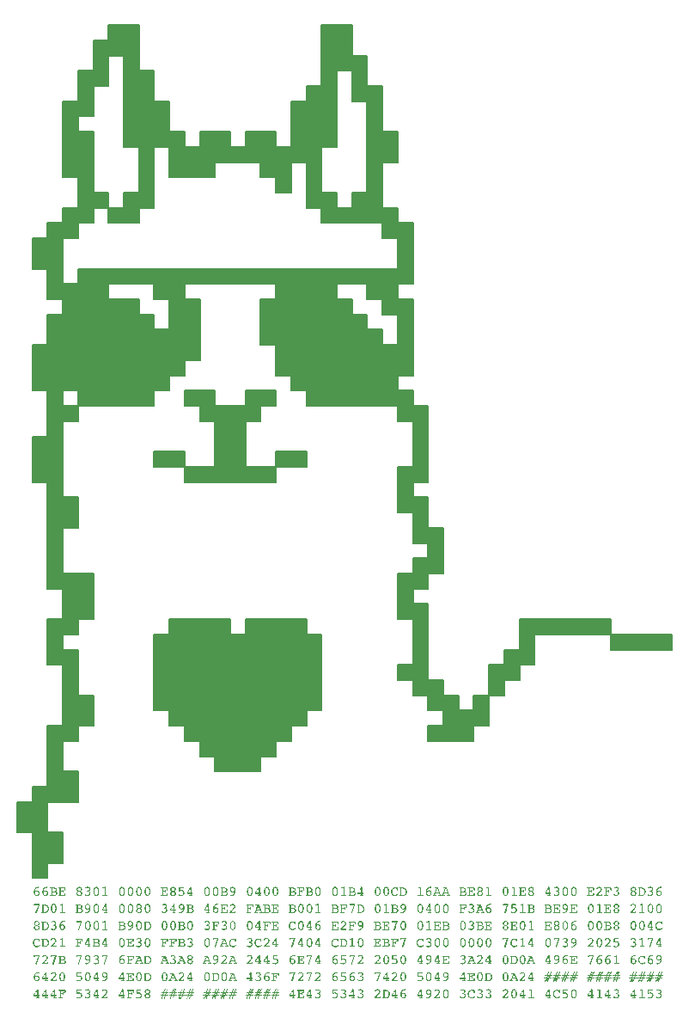
<source format=gbr>
%TF.GenerationSoftware,KiCad,Pcbnew,7.0.9*%
%TF.CreationDate,2024-01-25T10:25:38+02:00*%
%TF.ProjectId,ncscfi-badge2024,6e637363-6669-42d6-9261-646765323032,rev?*%
%TF.SameCoordinates,Original*%
%TF.FileFunction,Soldermask,Top*%
%TF.FilePolarity,Negative*%
%FSLAX46Y46*%
G04 Gerber Fmt 4.6, Leading zero omitted, Abs format (unit mm)*
G04 Created by KiCad (PCBNEW 7.0.9) date 2024-01-25 10:25:38*
%MOMM*%
%LPD*%
G01*
G04 APERTURE LIST*
%ADD10C,0.150000*%
%ADD11C,0.200000*%
%ADD12C,1.650000*%
G04 APERTURE END LIST*
D10*
X52500000Y-51000000D02*
X54000000Y-51000000D01*
X54000000Y-58500000D01*
X52500000Y-58500000D01*
X52500000Y-60000000D01*
X54000000Y-60000000D01*
X54000000Y-63000000D01*
X55500000Y-63000000D01*
X55500000Y-67500000D01*
X54000000Y-67500000D01*
X54000000Y-69000000D01*
X52500000Y-69000000D01*
X52500000Y-70500000D01*
X54000000Y-70500000D01*
X54000000Y-78000000D01*
X55500000Y-78000000D01*
X55500000Y-79500000D01*
X57000000Y-79500000D01*
X57000000Y-81000000D01*
X58500000Y-81000000D01*
X58500000Y-79500000D01*
X60000000Y-79500000D01*
X60000000Y-82500000D01*
X58500000Y-82500000D01*
X58500000Y-84000000D01*
X54000000Y-84000000D01*
X54000000Y-82500000D01*
X55500000Y-82500000D01*
X55500000Y-81000000D01*
X54000000Y-81000000D01*
X54000000Y-79500000D01*
X52500000Y-79500000D01*
X52500000Y-78000000D01*
X51000000Y-78000000D01*
X51000000Y-76500000D01*
X52500000Y-76500000D01*
X52500000Y-72000000D01*
X51000000Y-72000000D01*
X51000000Y-67500000D01*
X52500000Y-67500000D01*
X52500000Y-66000000D01*
X54000000Y-66000000D01*
X54000000Y-64500000D01*
X52500000Y-64500000D01*
X52500000Y-61500000D01*
X51000000Y-61500000D01*
X51000000Y-57000000D01*
X52500000Y-57000000D01*
X52500000Y-52500000D01*
X51000000Y-52500000D01*
X51000000Y-49500000D01*
X52500000Y-49500000D01*
X52500000Y-51000000D01*
G36*
X52500000Y-51000000D02*
G01*
X54000000Y-51000000D01*
X54000000Y-58500000D01*
X52500000Y-58500000D01*
X52500000Y-60000000D01*
X54000000Y-60000000D01*
X54000000Y-63000000D01*
X55500000Y-63000000D01*
X55500000Y-67500000D01*
X54000000Y-67500000D01*
X54000000Y-69000000D01*
X52500000Y-69000000D01*
X52500000Y-70500000D01*
X54000000Y-70500000D01*
X54000000Y-78000000D01*
X55500000Y-78000000D01*
X55500000Y-79500000D01*
X57000000Y-79500000D01*
X57000000Y-81000000D01*
X58500000Y-81000000D01*
X58500000Y-79500000D01*
X60000000Y-79500000D01*
X60000000Y-82500000D01*
X58500000Y-82500000D01*
X58500000Y-84000000D01*
X54000000Y-84000000D01*
X54000000Y-82500000D01*
X55500000Y-82500000D01*
X55500000Y-81000000D01*
X54000000Y-81000000D01*
X54000000Y-79500000D01*
X52500000Y-79500000D01*
X52500000Y-78000000D01*
X51000000Y-78000000D01*
X51000000Y-76500000D01*
X52500000Y-76500000D01*
X52500000Y-72000000D01*
X51000000Y-72000000D01*
X51000000Y-67500000D01*
X52500000Y-67500000D01*
X52500000Y-66000000D01*
X54000000Y-66000000D01*
X54000000Y-64500000D01*
X52500000Y-64500000D01*
X52500000Y-61500000D01*
X51000000Y-61500000D01*
X51000000Y-57000000D01*
X52500000Y-57000000D01*
X52500000Y-52500000D01*
X51000000Y-52500000D01*
X51000000Y-49500000D01*
X52500000Y-49500000D01*
X52500000Y-51000000D01*
G37*
X30000000Y-25500000D02*
X31500000Y-25500000D01*
X31500000Y-24000000D01*
X34500000Y-24000000D01*
X34500000Y-25500000D01*
X36000000Y-25500000D01*
X36000000Y-24000000D01*
X39000000Y-24000000D01*
X39000000Y-25500000D01*
X40500000Y-25500000D01*
X40500000Y-30000000D01*
X39000000Y-30000000D01*
X39000000Y-28500000D01*
X37500000Y-28500000D01*
X37500000Y-27000000D01*
X33000000Y-27000000D01*
X33000000Y-28500000D01*
X28500000Y-28500000D01*
X28500000Y-24000000D01*
X30000000Y-24000000D01*
X30000000Y-25500000D01*
G36*
X30000000Y-25500000D02*
G01*
X31500000Y-25500000D01*
X31500000Y-24000000D01*
X34500000Y-24000000D01*
X34500000Y-25500000D01*
X36000000Y-25500000D01*
X36000000Y-24000000D01*
X39000000Y-24000000D01*
X39000000Y-25500000D01*
X40500000Y-25500000D01*
X40500000Y-30000000D01*
X39000000Y-30000000D01*
X39000000Y-28500000D01*
X37500000Y-28500000D01*
X37500000Y-27000000D01*
X33000000Y-27000000D01*
X33000000Y-28500000D01*
X28500000Y-28500000D01*
X28500000Y-24000000D01*
X30000000Y-24000000D01*
X30000000Y-25500000D01*
G37*
X18000000Y-51000000D02*
X19500000Y-51000000D01*
X19500000Y-52500000D01*
X18000000Y-52500000D01*
X18000000Y-60000000D01*
X19500000Y-60000000D01*
X19500000Y-63000000D01*
X18000000Y-63000000D01*
X18000000Y-67500000D01*
X21000000Y-67500000D01*
X21000000Y-72000000D01*
X19500000Y-72000000D01*
X19500000Y-73500000D01*
X18000000Y-73500000D01*
X18000000Y-75000000D01*
X19500000Y-75000000D01*
X19500000Y-79500000D01*
X21000000Y-79500000D01*
X21000000Y-82500000D01*
X19500000Y-82500000D01*
X19500000Y-84000000D01*
X18000000Y-84000000D01*
X18000000Y-87000000D01*
X19500000Y-87000000D01*
X19500000Y-90000000D01*
X16500000Y-90000000D01*
X16500000Y-93000000D01*
X18000000Y-93000000D01*
X18000000Y-96000000D01*
X16500000Y-96000000D01*
X16500000Y-97500000D01*
X15000000Y-97500000D01*
X15000000Y-93000000D01*
X13500000Y-93000000D01*
X13500000Y-90000000D01*
X15000000Y-90000000D01*
X15000000Y-88500000D01*
X16500000Y-88500000D01*
X16500000Y-82500000D01*
X18000000Y-82500000D01*
X18000000Y-76500000D01*
X16500000Y-76500000D01*
X16500000Y-72000000D01*
X18000000Y-72000000D01*
X18000000Y-69000000D01*
X16500000Y-69000000D01*
X16500000Y-58500000D01*
X15000000Y-58500000D01*
X15000000Y-54000000D01*
X16500000Y-54000000D01*
X16500000Y-49500000D01*
X15000000Y-49500000D01*
X15000000Y-45000000D01*
X16500000Y-45000000D01*
X16500000Y-42000000D01*
X18000000Y-42000000D01*
X18000000Y-51000000D01*
G36*
X18000000Y-51000000D02*
G01*
X19500000Y-51000000D01*
X19500000Y-52500000D01*
X18000000Y-52500000D01*
X18000000Y-60000000D01*
X19500000Y-60000000D01*
X19500000Y-63000000D01*
X18000000Y-63000000D01*
X18000000Y-67500000D01*
X21000000Y-67500000D01*
X21000000Y-72000000D01*
X19500000Y-72000000D01*
X19500000Y-73500000D01*
X18000000Y-73500000D01*
X18000000Y-75000000D01*
X19500000Y-75000000D01*
X19500000Y-79500000D01*
X21000000Y-79500000D01*
X21000000Y-82500000D01*
X19500000Y-82500000D01*
X19500000Y-84000000D01*
X18000000Y-84000000D01*
X18000000Y-87000000D01*
X19500000Y-87000000D01*
X19500000Y-90000000D01*
X16500000Y-90000000D01*
X16500000Y-93000000D01*
X18000000Y-93000000D01*
X18000000Y-96000000D01*
X16500000Y-96000000D01*
X16500000Y-97500000D01*
X15000000Y-97500000D01*
X15000000Y-93000000D01*
X13500000Y-93000000D01*
X13500000Y-90000000D01*
X15000000Y-90000000D01*
X15000000Y-88500000D01*
X16500000Y-88500000D01*
X16500000Y-82500000D01*
X18000000Y-82500000D01*
X18000000Y-76500000D01*
X16500000Y-76500000D01*
X16500000Y-72000000D01*
X18000000Y-72000000D01*
X18000000Y-69000000D01*
X16500000Y-69000000D01*
X16500000Y-58500000D01*
X15000000Y-58500000D01*
X15000000Y-54000000D01*
X16500000Y-54000000D01*
X16500000Y-49500000D01*
X15000000Y-49500000D01*
X15000000Y-45000000D01*
X16500000Y-45000000D01*
X16500000Y-42000000D01*
X18000000Y-42000000D01*
X18000000Y-51000000D01*
G37*
X33000000Y-51000000D02*
X36000000Y-51000000D01*
X36000000Y-49500000D01*
X39000000Y-49500000D01*
X39000000Y-51000000D01*
X37500000Y-51000000D01*
X37500000Y-52500000D01*
X36000000Y-52500000D01*
X36000000Y-57000000D01*
X39000000Y-57000000D01*
X39000000Y-58500000D01*
X30000000Y-58500000D01*
X30000000Y-57000000D01*
X33000000Y-57000000D01*
X33000000Y-52500000D01*
X31500000Y-52500000D01*
X31500000Y-51000000D01*
X30000000Y-51000000D01*
X30000000Y-49500000D01*
X33000000Y-49500000D01*
X33000000Y-51000000D01*
G36*
X33000000Y-51000000D02*
G01*
X36000000Y-51000000D01*
X36000000Y-49500000D01*
X39000000Y-49500000D01*
X39000000Y-51000000D01*
X37500000Y-51000000D01*
X37500000Y-52500000D01*
X36000000Y-52500000D01*
X36000000Y-57000000D01*
X39000000Y-57000000D01*
X39000000Y-58500000D01*
X30000000Y-58500000D01*
X30000000Y-57000000D01*
X33000000Y-57000000D01*
X33000000Y-52500000D01*
X31500000Y-52500000D01*
X31500000Y-51000000D01*
X30000000Y-51000000D01*
X30000000Y-49500000D01*
X33000000Y-49500000D01*
X33000000Y-51000000D01*
G37*
X22500000Y-40500000D02*
X25500000Y-40500000D01*
X25500000Y-42000000D01*
X27000000Y-42000000D01*
X27000000Y-43500000D01*
X28500000Y-43500000D01*
X28500000Y-40500000D01*
X27000000Y-40500000D01*
X27000000Y-39000000D01*
X30000000Y-39000000D01*
X30000000Y-40500000D01*
X31500000Y-40500000D01*
X31500000Y-46500000D01*
X30000000Y-46500000D01*
X30000000Y-48000000D01*
X28500000Y-48000000D01*
X28500000Y-49500000D01*
X27000000Y-49500000D01*
X27000000Y-51000000D01*
X19500000Y-51000000D01*
X19500000Y-49500000D01*
X18000000Y-49500000D01*
X18000000Y-39000000D01*
X22500000Y-39000000D01*
X22500000Y-40500000D01*
G36*
X22500000Y-40500000D02*
G01*
X25500000Y-40500000D01*
X25500000Y-42000000D01*
X27000000Y-42000000D01*
X27000000Y-43500000D01*
X28500000Y-43500000D01*
X28500000Y-40500000D01*
X27000000Y-40500000D01*
X27000000Y-39000000D01*
X30000000Y-39000000D01*
X30000000Y-40500000D01*
X31500000Y-40500000D01*
X31500000Y-46500000D01*
X30000000Y-46500000D01*
X30000000Y-48000000D01*
X28500000Y-48000000D01*
X28500000Y-49500000D01*
X27000000Y-49500000D01*
X27000000Y-51000000D01*
X19500000Y-51000000D01*
X19500000Y-49500000D01*
X18000000Y-49500000D01*
X18000000Y-39000000D01*
X22500000Y-39000000D01*
X22500000Y-40500000D01*
G37*
X72000000Y-73500000D02*
X78000000Y-73500000D01*
X78000000Y-75000000D01*
X72000000Y-75000000D01*
X72000000Y-73500000D01*
G36*
X72000000Y-73500000D02*
G01*
X78000000Y-73500000D01*
X78000000Y-75000000D01*
X72000000Y-75000000D01*
X72000000Y-73500000D01*
G37*
X72000000Y-73500000D02*
X64500000Y-73500000D01*
X64500000Y-76500000D01*
X63000000Y-76500000D01*
X63000000Y-78000000D01*
X61500000Y-78000000D01*
X61500000Y-79500000D01*
X60000000Y-79500000D01*
X60000000Y-76500000D01*
X61500000Y-76500000D01*
X61500000Y-75000000D01*
X63000000Y-75000000D01*
X63000000Y-72000000D01*
X72000000Y-72000000D01*
X72000000Y-73500000D01*
G36*
X72000000Y-73500000D02*
G01*
X64500000Y-73500000D01*
X64500000Y-76500000D01*
X63000000Y-76500000D01*
X63000000Y-78000000D01*
X61500000Y-78000000D01*
X61500000Y-79500000D01*
X60000000Y-79500000D01*
X60000000Y-76500000D01*
X61500000Y-76500000D01*
X61500000Y-75000000D01*
X63000000Y-75000000D01*
X63000000Y-72000000D01*
X72000000Y-72000000D01*
X72000000Y-73500000D01*
G37*
X46500000Y-18000000D02*
X45000000Y-18000000D01*
X45000000Y-25500000D01*
X43500000Y-25500000D01*
X43500000Y-30000000D01*
X45000000Y-30000000D01*
X45000000Y-31500000D01*
X46500000Y-31500000D01*
X46500000Y-33000000D01*
X43500000Y-33000000D01*
X43500000Y-31500000D01*
X42000000Y-31500000D01*
X42000000Y-27000000D01*
X40500000Y-27000000D01*
X40500000Y-21000000D01*
X42000000Y-21000000D01*
X42000000Y-19500000D01*
X43500000Y-19500000D01*
X43500000Y-13500000D01*
X46500000Y-13500000D01*
X46500000Y-18000000D01*
G36*
X46500000Y-18000000D02*
G01*
X45000000Y-18000000D01*
X45000000Y-25500000D01*
X43500000Y-25500000D01*
X43500000Y-30000000D01*
X45000000Y-30000000D01*
X45000000Y-31500000D01*
X46500000Y-31500000D01*
X46500000Y-33000000D01*
X43500000Y-33000000D01*
X43500000Y-31500000D01*
X42000000Y-31500000D01*
X42000000Y-27000000D01*
X40500000Y-27000000D01*
X40500000Y-21000000D01*
X42000000Y-21000000D01*
X42000000Y-19500000D01*
X43500000Y-19500000D01*
X43500000Y-13500000D01*
X46500000Y-13500000D01*
X46500000Y-18000000D01*
G37*
X33000000Y-75000000D02*
X34500000Y-75000000D01*
X34500000Y-76500000D01*
X36000000Y-76500000D01*
X36000000Y-75000000D01*
X37500000Y-75000000D01*
X37500000Y-73500000D01*
X40500000Y-73500000D01*
X40500000Y-75000000D01*
X42000000Y-75000000D01*
X42000000Y-79500000D01*
X40500000Y-79500000D01*
X40500000Y-81000000D01*
X39000000Y-81000000D01*
X39000000Y-82500000D01*
X37500000Y-82500000D01*
X37500000Y-84000000D01*
X36000000Y-84000000D01*
X36000000Y-85500000D01*
X34500000Y-85500000D01*
X34500000Y-84000000D01*
X33000000Y-84000000D01*
X33000000Y-82500000D01*
X31500000Y-82500000D01*
X31500000Y-81000000D01*
X30000000Y-81000000D01*
X30000000Y-79500000D01*
X28500000Y-79500000D01*
X28500000Y-75000000D01*
X30000000Y-75000000D01*
X30000000Y-73500000D01*
X33000000Y-73500000D01*
X33000000Y-75000000D01*
G36*
X33000000Y-75000000D02*
G01*
X34500000Y-75000000D01*
X34500000Y-76500000D01*
X36000000Y-76500000D01*
X36000000Y-75000000D01*
X37500000Y-75000000D01*
X37500000Y-73500000D01*
X40500000Y-73500000D01*
X40500000Y-75000000D01*
X42000000Y-75000000D01*
X42000000Y-79500000D01*
X40500000Y-79500000D01*
X40500000Y-81000000D01*
X39000000Y-81000000D01*
X39000000Y-82500000D01*
X37500000Y-82500000D01*
X37500000Y-84000000D01*
X36000000Y-84000000D01*
X36000000Y-85500000D01*
X34500000Y-85500000D01*
X34500000Y-84000000D01*
X33000000Y-84000000D01*
X33000000Y-82500000D01*
X31500000Y-82500000D01*
X31500000Y-81000000D01*
X30000000Y-81000000D01*
X30000000Y-79500000D01*
X28500000Y-79500000D01*
X28500000Y-75000000D01*
X30000000Y-75000000D01*
X30000000Y-73500000D01*
X33000000Y-73500000D01*
X33000000Y-75000000D01*
G37*
X48000000Y-19500000D02*
X49500000Y-19500000D01*
X49500000Y-24000000D01*
X51000000Y-24000000D01*
X51000000Y-27000000D01*
X49500000Y-27000000D01*
X49500000Y-31500000D01*
X51000000Y-31500000D01*
X51000000Y-33000000D01*
X46500000Y-33000000D01*
X46500000Y-30000000D01*
X48000000Y-30000000D01*
X48000000Y-21000000D01*
X46500000Y-21000000D01*
X46500000Y-16500000D01*
X48000000Y-16500000D01*
X48000000Y-19500000D01*
G36*
X48000000Y-19500000D02*
G01*
X49500000Y-19500000D01*
X49500000Y-24000000D01*
X51000000Y-24000000D01*
X51000000Y-27000000D01*
X49500000Y-27000000D01*
X49500000Y-31500000D01*
X51000000Y-31500000D01*
X51000000Y-33000000D01*
X46500000Y-33000000D01*
X46500000Y-30000000D01*
X48000000Y-30000000D01*
X48000000Y-21000000D01*
X46500000Y-21000000D01*
X46500000Y-16500000D01*
X48000000Y-16500000D01*
X48000000Y-19500000D01*
G37*
X30000000Y-57000000D02*
X27000000Y-57000000D01*
X27000000Y-55500000D01*
X30000000Y-55500000D01*
X30000000Y-57000000D01*
G36*
X30000000Y-57000000D02*
G01*
X27000000Y-57000000D01*
X27000000Y-55500000D01*
X30000000Y-55500000D01*
X30000000Y-57000000D01*
G37*
D11*
X45000000Y-40500000D02*
X46500000Y-40500000D01*
X46500000Y-42000000D01*
X48000000Y-42000000D01*
X48000000Y-43500000D01*
X49500000Y-43500000D01*
X49500000Y-45000000D01*
X51000000Y-45000000D01*
X51000000Y-51000000D01*
X42000000Y-51000000D01*
X42000000Y-49500000D01*
X40500000Y-49500000D01*
X40500000Y-48000000D01*
X39000000Y-48000000D01*
X39000000Y-45000000D01*
X37500000Y-45000000D01*
X37500000Y-40500000D01*
X39000000Y-40500000D01*
X39000000Y-39000000D01*
X45000000Y-39000000D01*
X45000000Y-40500000D01*
G36*
X45000000Y-40500000D02*
G01*
X46500000Y-40500000D01*
X46500000Y-42000000D01*
X48000000Y-42000000D01*
X48000000Y-43500000D01*
X49500000Y-43500000D01*
X49500000Y-45000000D01*
X51000000Y-45000000D01*
X51000000Y-51000000D01*
X42000000Y-51000000D01*
X42000000Y-49500000D01*
X40500000Y-49500000D01*
X40500000Y-48000000D01*
X39000000Y-48000000D01*
X39000000Y-45000000D01*
X37500000Y-45000000D01*
X37500000Y-40500000D01*
X39000000Y-40500000D01*
X39000000Y-39000000D01*
X45000000Y-39000000D01*
X45000000Y-40500000D01*
G37*
D10*
X52500000Y-39000000D02*
X51000000Y-39000000D01*
X51000000Y-40500000D01*
X52500000Y-40500000D01*
X52500000Y-48000000D01*
X51000000Y-48000000D01*
X51000000Y-42000000D01*
X49500000Y-42000000D01*
X49500000Y-40500000D01*
X48000000Y-40500000D01*
X48000000Y-39000000D01*
X19500000Y-39000000D01*
X19500000Y-37500000D01*
X51000000Y-37500000D01*
X51000000Y-34500000D01*
X49500000Y-34500000D01*
X49500000Y-33000000D01*
X52500000Y-33000000D01*
X52500000Y-39000000D01*
G36*
X52500000Y-39000000D02*
G01*
X51000000Y-39000000D01*
X51000000Y-40500000D01*
X52500000Y-40500000D01*
X52500000Y-48000000D01*
X51000000Y-48000000D01*
X51000000Y-42000000D01*
X49500000Y-42000000D01*
X49500000Y-40500000D01*
X48000000Y-40500000D01*
X48000000Y-39000000D01*
X19500000Y-39000000D01*
X19500000Y-37500000D01*
X51000000Y-37500000D01*
X51000000Y-34500000D01*
X49500000Y-34500000D01*
X49500000Y-33000000D01*
X52500000Y-33000000D01*
X52500000Y-39000000D01*
G37*
X19500000Y-33000000D02*
X19500000Y-34500000D01*
X18000000Y-34500000D01*
X18000000Y-40500000D01*
X16500000Y-40500000D01*
X16500000Y-37500000D01*
X15000000Y-37500000D01*
X15000000Y-34500000D01*
X16500000Y-34500000D01*
X16500000Y-33000000D01*
X18000000Y-33000000D01*
X18000000Y-31500000D01*
X19500000Y-31500000D01*
X19500000Y-33000000D01*
G36*
X19500000Y-33000000D02*
G01*
X19500000Y-34500000D01*
X18000000Y-34500000D01*
X18000000Y-40500000D01*
X16500000Y-40500000D01*
X16500000Y-37500000D01*
X15000000Y-37500000D01*
X15000000Y-34500000D01*
X16500000Y-34500000D01*
X16500000Y-33000000D01*
X18000000Y-33000000D01*
X18000000Y-31500000D01*
X19500000Y-31500000D01*
X19500000Y-33000000D01*
G37*
X25500000Y-18000000D02*
X27000000Y-18000000D01*
X27000000Y-21000000D01*
X28500000Y-21000000D01*
X28500000Y-25500000D01*
X27000000Y-25500000D01*
X27000000Y-31500000D01*
X25500000Y-31500000D01*
X25500000Y-33000000D01*
X22500000Y-33000000D01*
X22500000Y-31500000D01*
X24000000Y-31500000D01*
X24000000Y-30000000D01*
X25500000Y-30000000D01*
X25500000Y-25500000D01*
X24000000Y-25500000D01*
X24000000Y-16500000D01*
X22500000Y-16500000D01*
X22500000Y-19500000D01*
X21000000Y-19500000D01*
X21000000Y-22500000D01*
X19500000Y-22500000D01*
X19500000Y-24000000D01*
X21000000Y-24000000D01*
X21000000Y-30000000D01*
X22500000Y-30000000D01*
X22500000Y-31500000D01*
X21000000Y-31500000D01*
X21000000Y-33000000D01*
X19500000Y-33000000D01*
X19500000Y-28500000D01*
X18000000Y-28500000D01*
X18000000Y-21000000D01*
X19500000Y-21000000D01*
X19500000Y-18000000D01*
X21000000Y-18000000D01*
X21000000Y-15000000D01*
X22500000Y-15000000D01*
X22500000Y-13500000D01*
X25500000Y-13500000D01*
X25500000Y-18000000D01*
G36*
X25500000Y-18000000D02*
G01*
X27000000Y-18000000D01*
X27000000Y-21000000D01*
X28500000Y-21000000D01*
X28500000Y-25500000D01*
X27000000Y-25500000D01*
X27000000Y-31500000D01*
X25500000Y-31500000D01*
X25500000Y-33000000D01*
X22500000Y-33000000D01*
X22500000Y-31500000D01*
X24000000Y-31500000D01*
X24000000Y-30000000D01*
X25500000Y-30000000D01*
X25500000Y-25500000D01*
X24000000Y-25500000D01*
X24000000Y-16500000D01*
X22500000Y-16500000D01*
X22500000Y-19500000D01*
X21000000Y-19500000D01*
X21000000Y-22500000D01*
X19500000Y-22500000D01*
X19500000Y-24000000D01*
X21000000Y-24000000D01*
X21000000Y-30000000D01*
X22500000Y-30000000D01*
X22500000Y-31500000D01*
X21000000Y-31500000D01*
X21000000Y-33000000D01*
X19500000Y-33000000D01*
X19500000Y-28500000D01*
X18000000Y-28500000D01*
X18000000Y-21000000D01*
X19500000Y-21000000D01*
X19500000Y-18000000D01*
X21000000Y-18000000D01*
X21000000Y-15000000D01*
X22500000Y-15000000D01*
X22500000Y-13500000D01*
X25500000Y-13500000D01*
X25500000Y-18000000D01*
G37*
X34500000Y-73500000D02*
X36000000Y-73500000D01*
X36000000Y-76500000D01*
X34500000Y-76500000D01*
X34500000Y-75000000D01*
X33000000Y-75000000D01*
X33000000Y-73500000D01*
X30000000Y-73500000D01*
X30000000Y-75000000D01*
X28500000Y-75000000D01*
X28500000Y-79500000D01*
X30000000Y-79500000D01*
X30000000Y-81000000D01*
X31500000Y-81000000D01*
X31500000Y-82500000D01*
X33000000Y-82500000D01*
X33000000Y-84000000D01*
X34500000Y-84000000D01*
X34500000Y-85500000D01*
X36000000Y-85500000D01*
X36000000Y-87000000D01*
X33000000Y-87000000D01*
X33000000Y-85500000D01*
X31500000Y-85500000D01*
X31500000Y-84000000D01*
X30000000Y-84000000D01*
X30000000Y-82500000D01*
X28500000Y-82500000D01*
X28500000Y-81000000D01*
X27000000Y-81000000D01*
X27000000Y-73500000D01*
X28500000Y-73500000D01*
X28500000Y-72000000D01*
X34500000Y-72000000D01*
X34500000Y-73500000D01*
G36*
X34500000Y-73500000D02*
G01*
X36000000Y-73500000D01*
X36000000Y-76500000D01*
X34500000Y-76500000D01*
X34500000Y-75000000D01*
X33000000Y-75000000D01*
X33000000Y-73500000D01*
X30000000Y-73500000D01*
X30000000Y-75000000D01*
X28500000Y-75000000D01*
X28500000Y-79500000D01*
X30000000Y-79500000D01*
X30000000Y-81000000D01*
X31500000Y-81000000D01*
X31500000Y-82500000D01*
X33000000Y-82500000D01*
X33000000Y-84000000D01*
X34500000Y-84000000D01*
X34500000Y-85500000D01*
X36000000Y-85500000D01*
X36000000Y-87000000D01*
X33000000Y-87000000D01*
X33000000Y-85500000D01*
X31500000Y-85500000D01*
X31500000Y-84000000D01*
X30000000Y-84000000D01*
X30000000Y-82500000D01*
X28500000Y-82500000D01*
X28500000Y-81000000D01*
X27000000Y-81000000D01*
X27000000Y-73500000D01*
X28500000Y-73500000D01*
X28500000Y-72000000D01*
X34500000Y-72000000D01*
X34500000Y-73500000D01*
G37*
X42000000Y-73500000D02*
X43500000Y-73500000D01*
X43500000Y-81000000D01*
X42000000Y-81000000D01*
X42000000Y-82500000D01*
X40500000Y-82500000D01*
X40500000Y-84000000D01*
X39000000Y-84000000D01*
X39000000Y-85500000D01*
X37500000Y-85500000D01*
X37500000Y-87000000D01*
X36000000Y-87000000D01*
X36000000Y-84000000D01*
X37500000Y-84000000D01*
X37500000Y-82500000D01*
X39000000Y-82500000D01*
X39000000Y-81000000D01*
X40500000Y-81000000D01*
X40500000Y-79500000D01*
X42000000Y-79500000D01*
X42000000Y-75000000D01*
X40500000Y-75000000D01*
X40500000Y-73500000D01*
X37500000Y-73500000D01*
X37500000Y-75000000D01*
X36000000Y-75000000D01*
X36000000Y-72000000D01*
X42000000Y-72000000D01*
X42000000Y-73500000D01*
G36*
X42000000Y-73500000D02*
G01*
X43500000Y-73500000D01*
X43500000Y-81000000D01*
X42000000Y-81000000D01*
X42000000Y-82500000D01*
X40500000Y-82500000D01*
X40500000Y-84000000D01*
X39000000Y-84000000D01*
X39000000Y-85500000D01*
X37500000Y-85500000D01*
X37500000Y-87000000D01*
X36000000Y-87000000D01*
X36000000Y-84000000D01*
X37500000Y-84000000D01*
X37500000Y-82500000D01*
X39000000Y-82500000D01*
X39000000Y-81000000D01*
X40500000Y-81000000D01*
X40500000Y-79500000D01*
X42000000Y-79500000D01*
X42000000Y-75000000D01*
X40500000Y-75000000D01*
X40500000Y-73500000D01*
X37500000Y-73500000D01*
X37500000Y-75000000D01*
X36000000Y-75000000D01*
X36000000Y-72000000D01*
X42000000Y-72000000D01*
X42000000Y-73500000D01*
G37*
X42000000Y-57000000D02*
X39000000Y-57000000D01*
X39000000Y-55500000D01*
X42000000Y-55500000D01*
X42000000Y-57000000D01*
G36*
X42000000Y-57000000D02*
G01*
X39000000Y-57000000D01*
X39000000Y-55500000D01*
X42000000Y-55500000D01*
X42000000Y-57000000D01*
G37*
G36*
X15590469Y-98359090D02*
G01*
X15601774Y-98359354D01*
X15612280Y-98359794D01*
X15625045Y-98360654D01*
X15636391Y-98361828D01*
X15646317Y-98363314D01*
X15656728Y-98365612D01*
X15666294Y-98369016D01*
X15675590Y-98375000D01*
X15682231Y-98383182D01*
X15686215Y-98393562D01*
X15687522Y-98404448D01*
X15687543Y-98406140D01*
X15686276Y-98416754D01*
X15682475Y-98426000D01*
X15676140Y-98433881D01*
X15667271Y-98440396D01*
X15655868Y-98445544D01*
X15645653Y-98448508D01*
X15634012Y-98450704D01*
X15620946Y-98452132D01*
X15606454Y-98452791D01*
X15596612Y-98452975D01*
X15584070Y-98453369D01*
X15572192Y-98453930D01*
X15560977Y-98454658D01*
X15550427Y-98455555D01*
X15540541Y-98456620D01*
X15529117Y-98458187D01*
X15520725Y-98459630D01*
X15507300Y-98462393D01*
X15494194Y-98465675D01*
X15481410Y-98469476D01*
X15468946Y-98473796D01*
X15456802Y-98478635D01*
X15444979Y-98483993D01*
X15433477Y-98489870D01*
X15422295Y-98496266D01*
X15411434Y-98503181D01*
X15400894Y-98510615D01*
X15390674Y-98518568D01*
X15380774Y-98527041D01*
X15371195Y-98536032D01*
X15361937Y-98545542D01*
X15352999Y-98555571D01*
X15344382Y-98566120D01*
X15336120Y-98577109D01*
X15328247Y-98588521D01*
X15320763Y-98600357D01*
X15313668Y-98612617D01*
X15306963Y-98625301D01*
X15300647Y-98638408D01*
X15294720Y-98651938D01*
X15289183Y-98665893D01*
X15284035Y-98680271D01*
X15279276Y-98695072D01*
X15274906Y-98710297D01*
X15270926Y-98725946D01*
X15267335Y-98742018D01*
X15264133Y-98758514D01*
X15261320Y-98775434D01*
X15258897Y-98792777D01*
X15265929Y-98784548D01*
X15273102Y-98776714D01*
X15280417Y-98769275D01*
X15287874Y-98762231D01*
X15295473Y-98755582D01*
X15303213Y-98749328D01*
X15311095Y-98743469D01*
X15321824Y-98736272D01*
X15332805Y-98729777D01*
X15341207Y-98725366D01*
X15352694Y-98720099D01*
X15364440Y-98715535D01*
X15376446Y-98711673D01*
X15388712Y-98708513D01*
X15401237Y-98706055D01*
X15414022Y-98704300D01*
X15423780Y-98703444D01*
X15433685Y-98702983D01*
X15440369Y-98702896D01*
X15453798Y-98703211D01*
X15466973Y-98704159D01*
X15479894Y-98705738D01*
X15492561Y-98707948D01*
X15504974Y-98710790D01*
X15517134Y-98714264D01*
X15529040Y-98718370D01*
X15540692Y-98723107D01*
X15552090Y-98728475D01*
X15563235Y-98734475D01*
X15574126Y-98741107D01*
X15584763Y-98748370D01*
X15595146Y-98756265D01*
X15605275Y-98764792D01*
X15615151Y-98773950D01*
X15624773Y-98783740D01*
X15633971Y-98793991D01*
X15642576Y-98804535D01*
X15650587Y-98815370D01*
X15658005Y-98826498D01*
X15664829Y-98837917D01*
X15671061Y-98849628D01*
X15676698Y-98861631D01*
X15681742Y-98873927D01*
X15686193Y-98886514D01*
X15690050Y-98899393D01*
X15693314Y-98912564D01*
X15695985Y-98926027D01*
X15698062Y-98939782D01*
X15699545Y-98953828D01*
X15700436Y-98968167D01*
X15700732Y-98982798D01*
X15700445Y-98998104D01*
X15699584Y-99013065D01*
X15698148Y-99027680D01*
X15696137Y-99041950D01*
X15693553Y-99055875D01*
X15690394Y-99069454D01*
X15686661Y-99082688D01*
X15682353Y-99095577D01*
X15677471Y-99108120D01*
X15672015Y-99120318D01*
X15665984Y-99132170D01*
X15659379Y-99143678D01*
X15652199Y-99154839D01*
X15644446Y-99165656D01*
X15636118Y-99176127D01*
X15627215Y-99186252D01*
X15617865Y-99195864D01*
X15608195Y-99204857D01*
X15598204Y-99213229D01*
X15587892Y-99220980D01*
X15577260Y-99228112D01*
X15566307Y-99234624D01*
X15555034Y-99240515D01*
X15543440Y-99245786D01*
X15531525Y-99250437D01*
X15519290Y-99254468D01*
X15506735Y-99257879D01*
X15493859Y-99260670D01*
X15480662Y-99262840D01*
X15467144Y-99264391D01*
X15453307Y-99265321D01*
X15439148Y-99265631D01*
X15422444Y-99265213D01*
X15406160Y-99263960D01*
X15390296Y-99261870D01*
X15374851Y-99258945D01*
X15359826Y-99255184D01*
X15345221Y-99250587D01*
X15331036Y-99245155D01*
X15317271Y-99238886D01*
X15303925Y-99231782D01*
X15291000Y-99223843D01*
X15278494Y-99215067D01*
X15266407Y-99205456D01*
X15254741Y-99195009D01*
X15243494Y-99183726D01*
X15232668Y-99171607D01*
X15222260Y-99158653D01*
X15212412Y-99145002D01*
X15203198Y-99130794D01*
X15194620Y-99116028D01*
X15186677Y-99100706D01*
X15179370Y-99084826D01*
X15172698Y-99068390D01*
X15166662Y-99051396D01*
X15161261Y-99033845D01*
X15156495Y-99015736D01*
X15152365Y-98997071D01*
X15148882Y-98977913D01*
X15274040Y-98977913D01*
X15274215Y-98988506D01*
X15274738Y-98998853D01*
X15275611Y-99008954D01*
X15276834Y-99018808D01*
X15279321Y-99033129D01*
X15282595Y-99046895D01*
X15286654Y-99060108D01*
X15291500Y-99072767D01*
X15297130Y-99084872D01*
X15303547Y-99096423D01*
X15310749Y-99107421D01*
X15318736Y-99117864D01*
X15327340Y-99127511D01*
X15336391Y-99136208D01*
X15345887Y-99143957D01*
X15355831Y-99150757D01*
X15366221Y-99156608D01*
X15377057Y-99161510D01*
X15388340Y-99165464D01*
X15400069Y-99168468D01*
X15412245Y-99170524D01*
X15424868Y-99171631D01*
X15433531Y-99171842D01*
X15445687Y-99171395D01*
X15457427Y-99170056D01*
X15468751Y-99167823D01*
X15479658Y-99164698D01*
X15490149Y-99160679D01*
X15500223Y-99155768D01*
X15509881Y-99149963D01*
X15519122Y-99143265D01*
X15527947Y-99135675D01*
X15536356Y-99127191D01*
X15541730Y-99121039D01*
X15549281Y-99111193D01*
X15556090Y-99100798D01*
X15562156Y-99089853D01*
X15567479Y-99078358D01*
X15572059Y-99066314D01*
X15575896Y-99053720D01*
X15578991Y-99040577D01*
X15581343Y-99026884D01*
X15582953Y-99012641D01*
X15583613Y-99002841D01*
X15583943Y-98992797D01*
X15583984Y-98987683D01*
X15583813Y-98977183D01*
X15583301Y-98966933D01*
X15582447Y-98956934D01*
X15581252Y-98947184D01*
X15578818Y-98933028D01*
X15575616Y-98919435D01*
X15571645Y-98906404D01*
X15566906Y-98893935D01*
X15561399Y-98882029D01*
X15555122Y-98870686D01*
X15548078Y-98859904D01*
X15540265Y-98849685D01*
X15531890Y-98840214D01*
X15523068Y-98831674D01*
X15513801Y-98824065D01*
X15504086Y-98817388D01*
X15493925Y-98811643D01*
X15483318Y-98806829D01*
X15472264Y-98802948D01*
X15460764Y-98799997D01*
X15448817Y-98797979D01*
X15436423Y-98796892D01*
X15427913Y-98796685D01*
X15415613Y-98797133D01*
X15403716Y-98798479D01*
X15392223Y-98800723D01*
X15381133Y-98803863D01*
X15370447Y-98807901D01*
X15360164Y-98812836D01*
X15350285Y-98818669D01*
X15340810Y-98825399D01*
X15331738Y-98833026D01*
X15323070Y-98841550D01*
X15317515Y-98847732D01*
X15309746Y-98857508D01*
X15302740Y-98867787D01*
X15296499Y-98878568D01*
X15291022Y-98889852D01*
X15286310Y-98901638D01*
X15282361Y-98913926D01*
X15279177Y-98926717D01*
X15276757Y-98940010D01*
X15275101Y-98953805D01*
X15274210Y-98968102D01*
X15274040Y-98977913D01*
X15148882Y-98977913D01*
X15148870Y-98977848D01*
X15147361Y-98968028D01*
X15146011Y-98958068D01*
X15144820Y-98947969D01*
X15143787Y-98937731D01*
X15142913Y-98927354D01*
X15142198Y-98916837D01*
X15141642Y-98906181D01*
X15141245Y-98895386D01*
X15141007Y-98884451D01*
X15140928Y-98873377D01*
X15141045Y-98858949D01*
X15141397Y-98844699D01*
X15141984Y-98830628D01*
X15142805Y-98816736D01*
X15143861Y-98803021D01*
X15145152Y-98789485D01*
X15146678Y-98776128D01*
X15148438Y-98762949D01*
X15150433Y-98749948D01*
X15152663Y-98737126D01*
X15155127Y-98724482D01*
X15157826Y-98712016D01*
X15160760Y-98699729D01*
X15163928Y-98687621D01*
X15167332Y-98675691D01*
X15170969Y-98663939D01*
X15174842Y-98652365D01*
X15178949Y-98640970D01*
X15183291Y-98629754D01*
X15187868Y-98618716D01*
X15192679Y-98607856D01*
X15197726Y-98597175D01*
X15203006Y-98586672D01*
X15208522Y-98576347D01*
X15214272Y-98566201D01*
X15220257Y-98556233D01*
X15226477Y-98546444D01*
X15232931Y-98536833D01*
X15239620Y-98527401D01*
X15246544Y-98518147D01*
X15253702Y-98509071D01*
X15261095Y-98500174D01*
X15268681Y-98491489D01*
X15276417Y-98483079D01*
X15284303Y-98474945D01*
X15292339Y-98467087D01*
X15300526Y-98459504D01*
X15308863Y-98452197D01*
X15317350Y-98445166D01*
X15325987Y-98438411D01*
X15334775Y-98431931D01*
X15343713Y-98425728D01*
X15352801Y-98419799D01*
X15362040Y-98414147D01*
X15371429Y-98408770D01*
X15380968Y-98403669D01*
X15390657Y-98398844D01*
X15400497Y-98394295D01*
X15410487Y-98390021D01*
X15420627Y-98386023D01*
X15430917Y-98382301D01*
X15441358Y-98378854D01*
X15451949Y-98375683D01*
X15462690Y-98372788D01*
X15473581Y-98370169D01*
X15484623Y-98367825D01*
X15495815Y-98365757D01*
X15507157Y-98363965D01*
X15518650Y-98362448D01*
X15530293Y-98361207D01*
X15542086Y-98360242D01*
X15554029Y-98359553D01*
X15566123Y-98359139D01*
X15578367Y-98359002D01*
X15590469Y-98359090D01*
G37*
G36*
X16430665Y-98359090D02*
G01*
X16441969Y-98359354D01*
X16452475Y-98359794D01*
X16465240Y-98360654D01*
X16476586Y-98361828D01*
X16486513Y-98363314D01*
X16496924Y-98365612D01*
X16506489Y-98369016D01*
X16515786Y-98375000D01*
X16522426Y-98383182D01*
X16526410Y-98393562D01*
X16527718Y-98404448D01*
X16527739Y-98406140D01*
X16526471Y-98416754D01*
X16522670Y-98426000D01*
X16516335Y-98433881D01*
X16507466Y-98440396D01*
X16496063Y-98445544D01*
X16485848Y-98448508D01*
X16474207Y-98450704D01*
X16461141Y-98452132D01*
X16446650Y-98452791D01*
X16436807Y-98452975D01*
X16424265Y-98453369D01*
X16412387Y-98453930D01*
X16401173Y-98454658D01*
X16390623Y-98455555D01*
X16380737Y-98456620D01*
X16369313Y-98458187D01*
X16360921Y-98459630D01*
X16347495Y-98462393D01*
X16334390Y-98465675D01*
X16321605Y-98469476D01*
X16309141Y-98473796D01*
X16296998Y-98478635D01*
X16285175Y-98483993D01*
X16273673Y-98489870D01*
X16262491Y-98496266D01*
X16251630Y-98503181D01*
X16241089Y-98510615D01*
X16230869Y-98518568D01*
X16220969Y-98527041D01*
X16211391Y-98536032D01*
X16202132Y-98545542D01*
X16193195Y-98555571D01*
X16184577Y-98566120D01*
X16176315Y-98577109D01*
X16168442Y-98588521D01*
X16160958Y-98600357D01*
X16153864Y-98612617D01*
X16147159Y-98625301D01*
X16140843Y-98638408D01*
X16134916Y-98651938D01*
X16129378Y-98665893D01*
X16124230Y-98680271D01*
X16119471Y-98695072D01*
X16115102Y-98710297D01*
X16111121Y-98725946D01*
X16107530Y-98742018D01*
X16104328Y-98758514D01*
X16101516Y-98775434D01*
X16099092Y-98792777D01*
X16106124Y-98784548D01*
X16113298Y-98776714D01*
X16120613Y-98769275D01*
X16128069Y-98762231D01*
X16135668Y-98755582D01*
X16143408Y-98749328D01*
X16151290Y-98743469D01*
X16162019Y-98736272D01*
X16173001Y-98729777D01*
X16181402Y-98725366D01*
X16192889Y-98720099D01*
X16204636Y-98715535D01*
X16216642Y-98711673D01*
X16228907Y-98708513D01*
X16241432Y-98706055D01*
X16254217Y-98704300D01*
X16263976Y-98703444D01*
X16273881Y-98702983D01*
X16280565Y-98702896D01*
X16293993Y-98703211D01*
X16307168Y-98704159D01*
X16320089Y-98705738D01*
X16332756Y-98707948D01*
X16345170Y-98710790D01*
X16357330Y-98714264D01*
X16369235Y-98718370D01*
X16380887Y-98723107D01*
X16392286Y-98728475D01*
X16403430Y-98734475D01*
X16414321Y-98741107D01*
X16424958Y-98748370D01*
X16435341Y-98756265D01*
X16445471Y-98764792D01*
X16455346Y-98773950D01*
X16464968Y-98783740D01*
X16474166Y-98793991D01*
X16482771Y-98804535D01*
X16490782Y-98815370D01*
X16498200Y-98826498D01*
X16505025Y-98837917D01*
X16511256Y-98849628D01*
X16516894Y-98861631D01*
X16521938Y-98873927D01*
X16526388Y-98886514D01*
X16530246Y-98899393D01*
X16533510Y-98912564D01*
X16536180Y-98926027D01*
X16538257Y-98939782D01*
X16539741Y-98953828D01*
X16540631Y-98968167D01*
X16540928Y-98982798D01*
X16540640Y-98998104D01*
X16539779Y-99013065D01*
X16538343Y-99027680D01*
X16536333Y-99041950D01*
X16533748Y-99055875D01*
X16530589Y-99069454D01*
X16526856Y-99082688D01*
X16522548Y-99095577D01*
X16517666Y-99108120D01*
X16512210Y-99120318D01*
X16506179Y-99132170D01*
X16499574Y-99143678D01*
X16492395Y-99154839D01*
X16484641Y-99165656D01*
X16476313Y-99176127D01*
X16467411Y-99186252D01*
X16458061Y-99195864D01*
X16448390Y-99204857D01*
X16438399Y-99213229D01*
X16428087Y-99220980D01*
X16417455Y-99228112D01*
X16406502Y-99234624D01*
X16395229Y-99240515D01*
X16383635Y-99245786D01*
X16371721Y-99250437D01*
X16359486Y-99254468D01*
X16346930Y-99257879D01*
X16334054Y-99260670D01*
X16320857Y-99262840D01*
X16307340Y-99264391D01*
X16293502Y-99265321D01*
X16279344Y-99265631D01*
X16262640Y-99265213D01*
X16246355Y-99263960D01*
X16230491Y-99261870D01*
X16215047Y-99258945D01*
X16200022Y-99255184D01*
X16185417Y-99250587D01*
X16171232Y-99245155D01*
X16157466Y-99238886D01*
X16144121Y-99231782D01*
X16131195Y-99223843D01*
X16118689Y-99215067D01*
X16106603Y-99205456D01*
X16094936Y-99195009D01*
X16083690Y-99183726D01*
X16072863Y-99171607D01*
X16062456Y-99158653D01*
X16052607Y-99145002D01*
X16043393Y-99130794D01*
X16034815Y-99116028D01*
X16026873Y-99100706D01*
X16019566Y-99084826D01*
X16012894Y-99068390D01*
X16006857Y-99051396D01*
X16001456Y-99033845D01*
X15996691Y-99015736D01*
X15992560Y-98997071D01*
X15989078Y-98977913D01*
X16114235Y-98977913D01*
X16114410Y-98988506D01*
X16114934Y-98998853D01*
X16115807Y-99008954D01*
X16117029Y-99018808D01*
X16119517Y-99033129D01*
X16122791Y-99046895D01*
X16126850Y-99060108D01*
X16131695Y-99072767D01*
X16137326Y-99084872D01*
X16143742Y-99096423D01*
X16150944Y-99107421D01*
X16158932Y-99117864D01*
X16167536Y-99127511D01*
X16176586Y-99136208D01*
X16186083Y-99143957D01*
X16196026Y-99150757D01*
X16206416Y-99156608D01*
X16217252Y-99161510D01*
X16228535Y-99165464D01*
X16240265Y-99168468D01*
X16252441Y-99170524D01*
X16265063Y-99171631D01*
X16273726Y-99171842D01*
X16285883Y-99171395D01*
X16297623Y-99170056D01*
X16308946Y-99167823D01*
X16319853Y-99164698D01*
X16330344Y-99160679D01*
X16340419Y-99155768D01*
X16350076Y-99149963D01*
X16359318Y-99143265D01*
X16368143Y-99135675D01*
X16376551Y-99127191D01*
X16381926Y-99121039D01*
X16389477Y-99111193D01*
X16396285Y-99100798D01*
X16402351Y-99089853D01*
X16407674Y-99078358D01*
X16412254Y-99066314D01*
X16416092Y-99053720D01*
X16419187Y-99040577D01*
X16421539Y-99026884D01*
X16423148Y-99012641D01*
X16423808Y-99002841D01*
X16424138Y-98992797D01*
X16424180Y-98987683D01*
X16424009Y-98977183D01*
X16423496Y-98966933D01*
X16422643Y-98956934D01*
X16421447Y-98947184D01*
X16419013Y-98933028D01*
X16415811Y-98919435D01*
X16411841Y-98906404D01*
X16407102Y-98893935D01*
X16401594Y-98882029D01*
X16395318Y-98870686D01*
X16388273Y-98859904D01*
X16380460Y-98849685D01*
X16372085Y-98840214D01*
X16363264Y-98831674D01*
X16353996Y-98824065D01*
X16344282Y-98817388D01*
X16334121Y-98811643D01*
X16323513Y-98806829D01*
X16312459Y-98802948D01*
X16300959Y-98799997D01*
X16289012Y-98797979D01*
X16276619Y-98796892D01*
X16268108Y-98796685D01*
X16255808Y-98797133D01*
X16243911Y-98798479D01*
X16232418Y-98800723D01*
X16221328Y-98803863D01*
X16210642Y-98807901D01*
X16200360Y-98812836D01*
X16190481Y-98818669D01*
X16181005Y-98825399D01*
X16171933Y-98833026D01*
X16163265Y-98841550D01*
X16157711Y-98847732D01*
X16149941Y-98857508D01*
X16142936Y-98867787D01*
X16136695Y-98878568D01*
X16131218Y-98889852D01*
X16126505Y-98901638D01*
X16122557Y-98913926D01*
X16119373Y-98926717D01*
X16116953Y-98940010D01*
X16115297Y-98953805D01*
X16114405Y-98968102D01*
X16114235Y-98977913D01*
X15989078Y-98977913D01*
X15989066Y-98977848D01*
X15987557Y-98968028D01*
X15986206Y-98958068D01*
X15985015Y-98947969D01*
X15983982Y-98937731D01*
X15983109Y-98927354D01*
X15982394Y-98916837D01*
X15981838Y-98906181D01*
X15981441Y-98895386D01*
X15981202Y-98884451D01*
X15981123Y-98873377D01*
X15981240Y-98858949D01*
X15981592Y-98844699D01*
X15982179Y-98830628D01*
X15983001Y-98816736D01*
X15984057Y-98803021D01*
X15985348Y-98789485D01*
X15986873Y-98776128D01*
X15988633Y-98762949D01*
X15990628Y-98749948D01*
X15992858Y-98737126D01*
X15995322Y-98724482D01*
X15998022Y-98712016D01*
X16000955Y-98699729D01*
X16004124Y-98687621D01*
X16007527Y-98675691D01*
X16011165Y-98663939D01*
X16015037Y-98652365D01*
X16019145Y-98640970D01*
X16023487Y-98629754D01*
X16028063Y-98618716D01*
X16032875Y-98607856D01*
X16037921Y-98597175D01*
X16043202Y-98586672D01*
X16048717Y-98576347D01*
X16054467Y-98566201D01*
X16060452Y-98556233D01*
X16066672Y-98546444D01*
X16073126Y-98536833D01*
X16079815Y-98527401D01*
X16086739Y-98518147D01*
X16093897Y-98509071D01*
X16101290Y-98500174D01*
X16108876Y-98491489D01*
X16116612Y-98483079D01*
X16124498Y-98474945D01*
X16132535Y-98467087D01*
X16140721Y-98459504D01*
X16149058Y-98452197D01*
X16157545Y-98445166D01*
X16166183Y-98438411D01*
X16174971Y-98431931D01*
X16183909Y-98425728D01*
X16192997Y-98419799D01*
X16202235Y-98414147D01*
X16211624Y-98408770D01*
X16221163Y-98403669D01*
X16230853Y-98398844D01*
X16240692Y-98394295D01*
X16250682Y-98390021D01*
X16260822Y-98386023D01*
X16271113Y-98382301D01*
X16281553Y-98378854D01*
X16292144Y-98375683D01*
X16302885Y-98372788D01*
X16313777Y-98370169D01*
X16324818Y-98367825D01*
X16336010Y-98365757D01*
X16347353Y-98363965D01*
X16358845Y-98362448D01*
X16370488Y-98361207D01*
X16382281Y-98360242D01*
X16394224Y-98359553D01*
X16406318Y-98359139D01*
X16418562Y-98359002D01*
X16430665Y-98359090D01*
G37*
G36*
X17128945Y-98437384D02*
G01*
X17146356Y-98438060D01*
X17163223Y-98439186D01*
X17179546Y-98440762D01*
X17195326Y-98442788D01*
X17210561Y-98445265D01*
X17225253Y-98448192D01*
X17239401Y-98451570D01*
X17253005Y-98455397D01*
X17266066Y-98459675D01*
X17278582Y-98464404D01*
X17290555Y-98469583D01*
X17301984Y-98475212D01*
X17312869Y-98481291D01*
X17323210Y-98487821D01*
X17333007Y-98494801D01*
X17342235Y-98502178D01*
X17350867Y-98509963D01*
X17358905Y-98518153D01*
X17366346Y-98526751D01*
X17373193Y-98535754D01*
X17379444Y-98545164D01*
X17385100Y-98554981D01*
X17390160Y-98565204D01*
X17394625Y-98575833D01*
X17398495Y-98586869D01*
X17401769Y-98598311D01*
X17404448Y-98610160D01*
X17406532Y-98622415D01*
X17408020Y-98635076D01*
X17408913Y-98648144D01*
X17409211Y-98661618D01*
X17409005Y-98671802D01*
X17408387Y-98681746D01*
X17406921Y-98694629D01*
X17404723Y-98707086D01*
X17401792Y-98719115D01*
X17398128Y-98730716D01*
X17393732Y-98741890D01*
X17388603Y-98752637D01*
X17385764Y-98757850D01*
X17379604Y-98767879D01*
X17372727Y-98777451D01*
X17365133Y-98786564D01*
X17356821Y-98795219D01*
X17347792Y-98803417D01*
X17338045Y-98811156D01*
X17327580Y-98818438D01*
X17319261Y-98823598D01*
X17316399Y-98825261D01*
X17329983Y-98830392D01*
X17342894Y-98835891D01*
X17355131Y-98841760D01*
X17366694Y-98847999D01*
X17377582Y-98854606D01*
X17387797Y-98861583D01*
X17397337Y-98868929D01*
X17406204Y-98876644D01*
X17414396Y-98884728D01*
X17421914Y-98893182D01*
X17426552Y-98899023D01*
X17433012Y-98908086D01*
X17438837Y-98917601D01*
X17444026Y-98927567D01*
X17448580Y-98937983D01*
X17452498Y-98948850D01*
X17455781Y-98960168D01*
X17458429Y-98971937D01*
X17460441Y-98984156D01*
X17461818Y-98996827D01*
X17462559Y-99009948D01*
X17462700Y-99018946D01*
X17462428Y-99030392D01*
X17461610Y-99041649D01*
X17460246Y-99052717D01*
X17458338Y-99063596D01*
X17455884Y-99074287D01*
X17452886Y-99084788D01*
X17449341Y-99095101D01*
X17445252Y-99105225D01*
X17440617Y-99115159D01*
X17435437Y-99124905D01*
X17431681Y-99131297D01*
X17425686Y-99140616D01*
X17419239Y-99149613D01*
X17412342Y-99158288D01*
X17404994Y-99166640D01*
X17397195Y-99174671D01*
X17388945Y-99182380D01*
X17380245Y-99189766D01*
X17371094Y-99196831D01*
X17361492Y-99203574D01*
X17351439Y-99209994D01*
X17344487Y-99214096D01*
X17333769Y-99219793D01*
X17324928Y-99223981D01*
X17315851Y-99227841D01*
X17306538Y-99231373D01*
X17296987Y-99234577D01*
X17287200Y-99237453D01*
X17277177Y-99240000D01*
X17269504Y-99241695D01*
X17258708Y-99243642D01*
X17246835Y-99245328D01*
X17233887Y-99246756D01*
X17223469Y-99247656D01*
X17212446Y-99248410D01*
X17200817Y-99249018D01*
X17188583Y-99249480D01*
X17175744Y-99249797D01*
X17162300Y-99249967D01*
X17153000Y-99250000D01*
X17093893Y-99250000D01*
X16786147Y-99250000D01*
X16776237Y-99249427D01*
X16766284Y-99247370D01*
X16756838Y-99243268D01*
X16750000Y-99238032D01*
X16743688Y-99229383D01*
X16740007Y-99219601D01*
X16738324Y-99209316D01*
X16738032Y-99202128D01*
X16738756Y-99191299D01*
X16741359Y-99180926D01*
X16746550Y-99171811D01*
X16753175Y-99165980D01*
X16763357Y-99161706D01*
X16774419Y-99159301D01*
X16785881Y-99157823D01*
X16796519Y-99156983D01*
X16808462Y-99156449D01*
X16818276Y-99156248D01*
X16825226Y-99156210D01*
X16847941Y-99156210D01*
X16847941Y-98874842D01*
X16955896Y-98874842D01*
X16955896Y-99156210D01*
X17108304Y-99156210D01*
X17124156Y-99156083D01*
X17139410Y-99155703D01*
X17154068Y-99155068D01*
X17168128Y-99154180D01*
X17181591Y-99153038D01*
X17194457Y-99151642D01*
X17206725Y-99149993D01*
X17218396Y-99148089D01*
X17229470Y-99145932D01*
X17239947Y-99143521D01*
X17249826Y-99140856D01*
X17263526Y-99136383D01*
X17275881Y-99131339D01*
X17286893Y-99125724D01*
X17290265Y-99123726D01*
X17299736Y-99117214D01*
X17308277Y-99109950D01*
X17315885Y-99101935D01*
X17322562Y-99093169D01*
X17328307Y-99083651D01*
X17333121Y-99073382D01*
X17337003Y-99062362D01*
X17339953Y-99050590D01*
X17341971Y-99038068D01*
X17343058Y-99024793D01*
X17343265Y-99015526D01*
X17342821Y-99001625D01*
X17341488Y-98988496D01*
X17339266Y-98976139D01*
X17336156Y-98964556D01*
X17332156Y-98953745D01*
X17327268Y-98943708D01*
X17321492Y-98934443D01*
X17314826Y-98925950D01*
X17307272Y-98918231D01*
X17298829Y-98911284D01*
X17292707Y-98907083D01*
X17282597Y-98901321D01*
X17271135Y-98896126D01*
X17258320Y-98891498D01*
X17244152Y-98887436D01*
X17233956Y-98885043D01*
X17223159Y-98882903D01*
X17211761Y-98881013D01*
X17199761Y-98879376D01*
X17187161Y-98877991D01*
X17173959Y-98876857D01*
X17160157Y-98875976D01*
X17145753Y-98875346D01*
X17130748Y-98874968D01*
X17115143Y-98874842D01*
X16955896Y-98874842D01*
X16847941Y-98874842D01*
X16847941Y-98530949D01*
X16955896Y-98530949D01*
X16955896Y-98796685D01*
X17099511Y-98796685D01*
X17111495Y-98796558D01*
X17123084Y-98796177D01*
X17134278Y-98795543D01*
X17145078Y-98794655D01*
X17155482Y-98793512D01*
X17165491Y-98792117D01*
X17179764Y-98789547D01*
X17193149Y-98786407D01*
X17205644Y-98782695D01*
X17217251Y-98778412D01*
X17227970Y-98773559D01*
X17237799Y-98768134D01*
X17243859Y-98764200D01*
X17252283Y-98757798D01*
X17259878Y-98750774D01*
X17266645Y-98743127D01*
X17272584Y-98734857D01*
X17277694Y-98725965D01*
X17281975Y-98716450D01*
X17285427Y-98706313D01*
X17288051Y-98695553D01*
X17289847Y-98684171D01*
X17290813Y-98672166D01*
X17290997Y-98663817D01*
X17290622Y-98652036D01*
X17289495Y-98640784D01*
X17287616Y-98630060D01*
X17284987Y-98619864D01*
X17281606Y-98610197D01*
X17277473Y-98601057D01*
X17272590Y-98592445D01*
X17266955Y-98584361D01*
X17260568Y-98576806D01*
X17253431Y-98569778D01*
X17248255Y-98565387D01*
X17239960Y-98559232D01*
X17231013Y-98553683D01*
X17221413Y-98548739D01*
X17211161Y-98544401D01*
X17200255Y-98540668D01*
X17188698Y-98537540D01*
X17176488Y-98535018D01*
X17163625Y-98533101D01*
X17150109Y-98531789D01*
X17135941Y-98531083D01*
X17126133Y-98530949D01*
X16955896Y-98530949D01*
X16847941Y-98530949D01*
X16825226Y-98530949D01*
X16812625Y-98530792D01*
X16801199Y-98530323D01*
X16790948Y-98529540D01*
X16779788Y-98528122D01*
X16768820Y-98525775D01*
X16759367Y-98522147D01*
X16757327Y-98520935D01*
X16750007Y-98513870D01*
X16745082Y-98504216D01*
X16742716Y-98493462D01*
X16742184Y-98484054D01*
X16742947Y-98473368D01*
X16745630Y-98462953D01*
X16750246Y-98454237D01*
X16754396Y-98449371D01*
X16762272Y-98443468D01*
X16771887Y-98439497D01*
X16781893Y-98437589D01*
X16790300Y-98437159D01*
X17110990Y-98437159D01*
X17128945Y-98437384D01*
G37*
G36*
X17648325Y-99250000D02*
G01*
X17616085Y-99250000D01*
X17605865Y-99249427D01*
X17595588Y-99247370D01*
X17585814Y-99243268D01*
X17578715Y-99238032D01*
X17572576Y-99230353D01*
X17568446Y-99220781D01*
X17566461Y-99210683D01*
X17566015Y-99202128D01*
X17566716Y-99191299D01*
X17569235Y-99180926D01*
X17574258Y-99171811D01*
X17580669Y-99165980D01*
X17590485Y-99161706D01*
X17600952Y-99159301D01*
X17611708Y-99157823D01*
X17621644Y-99156983D01*
X17632763Y-99156449D01*
X17645064Y-99156220D01*
X17648325Y-99156210D01*
X17692288Y-99156210D01*
X17692288Y-98530949D01*
X17648325Y-98530949D01*
X17636006Y-98530792D01*
X17624816Y-98530323D01*
X17614757Y-98529540D01*
X17603770Y-98528122D01*
X17592917Y-98525775D01*
X17583467Y-98522147D01*
X17581402Y-98520935D01*
X17573964Y-98513870D01*
X17568960Y-98504216D01*
X17566556Y-98493462D01*
X17566015Y-98484054D01*
X17566623Y-98474095D01*
X17568806Y-98464229D01*
X17573159Y-98455065D01*
X17578715Y-98448639D01*
X17586922Y-98443090D01*
X17597254Y-98439357D01*
X17608222Y-98437563D01*
X17617550Y-98437159D01*
X17648325Y-98437159D01*
X18215701Y-98437159D01*
X18226707Y-98438045D01*
X18236278Y-98440701D01*
X18245331Y-98445806D01*
X18251116Y-98451325D01*
X18256901Y-98460298D01*
X18260454Y-98469961D01*
X18262336Y-98479719D01*
X18263072Y-98490691D01*
X18263084Y-98492358D01*
X18263084Y-98655024D01*
X18262833Y-98665707D01*
X18261872Y-98677110D01*
X18260189Y-98686968D01*
X18257314Y-98696515D01*
X18252826Y-98704849D01*
X18244792Y-98712062D01*
X18234789Y-98716270D01*
X18223691Y-98718193D01*
X18215701Y-98718527D01*
X18205778Y-98717978D01*
X18195741Y-98715947D01*
X18186304Y-98711795D01*
X18178277Y-98704788D01*
X18176866Y-98702896D01*
X18172271Y-98692637D01*
X18169687Y-98681738D01*
X18168097Y-98670556D01*
X18167195Y-98660237D01*
X18166620Y-98648697D01*
X18166374Y-98635935D01*
X18166364Y-98632554D01*
X18166364Y-98530949D01*
X17800976Y-98530949D01*
X17800976Y-98765422D01*
X17980739Y-98765422D01*
X17980739Y-98726587D01*
X17980984Y-98714742D01*
X17981717Y-98704090D01*
X17983243Y-98692882D01*
X17985912Y-98681976D01*
X17990137Y-98672374D01*
X17990753Y-98671388D01*
X17997545Y-98663950D01*
X18006656Y-98658946D01*
X18016700Y-98656542D01*
X18025436Y-98656001D01*
X18035301Y-98656761D01*
X18044831Y-98659489D01*
X18053325Y-98664931D01*
X18058897Y-98671877D01*
X18062957Y-98682074D01*
X18065242Y-98692687D01*
X18066646Y-98703473D01*
X18067444Y-98713372D01*
X18067952Y-98724401D01*
X18068169Y-98736560D01*
X18068178Y-98739776D01*
X18068178Y-98870690D01*
X18068025Y-98883288D01*
X18067568Y-98894702D01*
X18066804Y-98904934D01*
X18065421Y-98916060D01*
X18063131Y-98926970D01*
X18059591Y-98936335D01*
X18058408Y-98938346D01*
X18050976Y-98946074D01*
X18041758Y-98950582D01*
X18031554Y-98952642D01*
X18024214Y-98953000D01*
X18014063Y-98952182D01*
X18004293Y-98949244D01*
X17995638Y-98943383D01*
X17990020Y-98935903D01*
X17986404Y-98926762D01*
X17984011Y-98916452D01*
X17982516Y-98906116D01*
X17981473Y-98894194D01*
X17980966Y-98883514D01*
X17980748Y-98871819D01*
X17980739Y-98868736D01*
X17980739Y-98843579D01*
X17800976Y-98843579D01*
X17800976Y-99156210D01*
X18166364Y-99156210D01*
X18166364Y-99043126D01*
X18166528Y-99030292D01*
X18167020Y-99018656D01*
X18167841Y-99008218D01*
X18169328Y-98996856D01*
X18171789Y-98985694D01*
X18175594Y-98976078D01*
X18176866Y-98974005D01*
X18184283Y-98966567D01*
X18193179Y-98961999D01*
X18202741Y-98959579D01*
X18213962Y-98958633D01*
X18215701Y-98958618D01*
X18226386Y-98959296D01*
X18236767Y-98961730D01*
X18246109Y-98966586D01*
X18252337Y-98972784D01*
X18257532Y-98982624D01*
X18260397Y-98993056D01*
X18262034Y-99003932D01*
X18262822Y-99014360D01*
X18263084Y-99026029D01*
X18263084Y-99199197D01*
X18262488Y-99209440D01*
X18260347Y-99219801D01*
X18256077Y-99229743D01*
X18250628Y-99237055D01*
X18242927Y-99243312D01*
X18233566Y-99247522D01*
X18223850Y-99249544D01*
X18215701Y-99250000D01*
X17648325Y-99250000D01*
G37*
G36*
X19637225Y-98359274D02*
G01*
X19651360Y-98360093D01*
X19665191Y-98361457D01*
X19678715Y-98363367D01*
X19691935Y-98365823D01*
X19704849Y-98368825D01*
X19717459Y-98372372D01*
X19729762Y-98376465D01*
X19741761Y-98381104D01*
X19753454Y-98386288D01*
X19764842Y-98392018D01*
X19775924Y-98398294D01*
X19786701Y-98405116D01*
X19797173Y-98412483D01*
X19807340Y-98420396D01*
X19817201Y-98428855D01*
X19826606Y-98437677D01*
X19835405Y-98446742D01*
X19843597Y-98456049D01*
X19851181Y-98465598D01*
X19858160Y-98475390D01*
X19864531Y-98485424D01*
X19870295Y-98495700D01*
X19875453Y-98506219D01*
X19880004Y-98516980D01*
X19883948Y-98527983D01*
X19887286Y-98539229D01*
X19890016Y-98550717D01*
X19892140Y-98562447D01*
X19893657Y-98574420D01*
X19894567Y-98586635D01*
X19894870Y-98599092D01*
X19894581Y-98612860D01*
X19893711Y-98626229D01*
X19892262Y-98639198D01*
X19890234Y-98651769D01*
X19887625Y-98663940D01*
X19884438Y-98675711D01*
X19880670Y-98687083D01*
X19876323Y-98698056D01*
X19871397Y-98708630D01*
X19865890Y-98718805D01*
X19861898Y-98725366D01*
X19855395Y-98734870D01*
X19848253Y-98744056D01*
X19840472Y-98752925D01*
X19832050Y-98761476D01*
X19822989Y-98769709D01*
X19813289Y-98777624D01*
X19802948Y-98785222D01*
X19791968Y-98792502D01*
X19780348Y-98799464D01*
X19768088Y-98806109D01*
X19759560Y-98810362D01*
X19772280Y-98815719D01*
X19784430Y-98821531D01*
X19796008Y-98827798D01*
X19807015Y-98834520D01*
X19817452Y-98841697D01*
X19827317Y-98849329D01*
X19836612Y-98857416D01*
X19845335Y-98865958D01*
X19853487Y-98874956D01*
X19861069Y-98884408D01*
X19865806Y-98890963D01*
X19872440Y-98901109D01*
X19878422Y-98911582D01*
X19883752Y-98922381D01*
X19888428Y-98933507D01*
X19892453Y-98944958D01*
X19895824Y-98956736D01*
X19898544Y-98968841D01*
X19900610Y-98981271D01*
X19902024Y-98994028D01*
X19902785Y-99007111D01*
X19902930Y-99016015D01*
X19902626Y-99029655D01*
X19901713Y-99042977D01*
X19900191Y-99055980D01*
X19898061Y-99068664D01*
X19895322Y-99081030D01*
X19891974Y-99093077D01*
X19888017Y-99104806D01*
X19883452Y-99116215D01*
X19878278Y-99127307D01*
X19872495Y-99138079D01*
X19866104Y-99148533D01*
X19859104Y-99158668D01*
X19851495Y-99168484D01*
X19843278Y-99177982D01*
X19834452Y-99187161D01*
X19825017Y-99196022D01*
X19815096Y-99204451D01*
X19804813Y-99212336D01*
X19794168Y-99219678D01*
X19783160Y-99226476D01*
X19771789Y-99232730D01*
X19760056Y-99238440D01*
X19747960Y-99243606D01*
X19735502Y-99248229D01*
X19722681Y-99252307D01*
X19709498Y-99255842D01*
X19695952Y-99258833D01*
X19682043Y-99261280D01*
X19667772Y-99263184D01*
X19653139Y-99264543D01*
X19638143Y-99265359D01*
X19622784Y-99265631D01*
X19607426Y-99265356D01*
X19592433Y-99264532D01*
X19577804Y-99263158D01*
X19563540Y-99261235D01*
X19549640Y-99258762D01*
X19536104Y-99255739D01*
X19522933Y-99252167D01*
X19510127Y-99248046D01*
X19497685Y-99243374D01*
X19485607Y-99238154D01*
X19473894Y-99232383D01*
X19462545Y-99226064D01*
X19451561Y-99219194D01*
X19440941Y-99211775D01*
X19430686Y-99203807D01*
X19420795Y-99195289D01*
X19411390Y-99186335D01*
X19402591Y-99177059D01*
X19394400Y-99167460D01*
X19386815Y-99157538D01*
X19379837Y-99147294D01*
X19373465Y-99136728D01*
X19367701Y-99125839D01*
X19362543Y-99114628D01*
X19357992Y-99103094D01*
X19354048Y-99091238D01*
X19350711Y-99079059D01*
X19347980Y-99066558D01*
X19345856Y-99053734D01*
X19344339Y-99040588D01*
X19343429Y-99027119D01*
X19343126Y-99013328D01*
X19343145Y-99012595D01*
X19455722Y-99012595D01*
X19456123Y-99025642D01*
X19457327Y-99038221D01*
X19459335Y-99050332D01*
X19462145Y-99061974D01*
X19465757Y-99073149D01*
X19470173Y-99083856D01*
X19475392Y-99094095D01*
X19481413Y-99103866D01*
X19488237Y-99113169D01*
X19495864Y-99122004D01*
X19501395Y-99127634D01*
X19510223Y-99135534D01*
X19519579Y-99142658D01*
X19529463Y-99149004D01*
X19539875Y-99154573D01*
X19550815Y-99159365D01*
X19562283Y-99163380D01*
X19574279Y-99166618D01*
X19586804Y-99169079D01*
X19599856Y-99170762D01*
X19613437Y-99171669D01*
X19622784Y-99171842D01*
X19636804Y-99171466D01*
X19650287Y-99170339D01*
X19663233Y-99168461D01*
X19675643Y-99165831D01*
X19687517Y-99162450D01*
X19698853Y-99158318D01*
X19709653Y-99153434D01*
X19719916Y-99147799D01*
X19729643Y-99141413D01*
X19738833Y-99134275D01*
X19744661Y-99129099D01*
X19752823Y-99120795D01*
X19760183Y-99112000D01*
X19766740Y-99102717D01*
X19772493Y-99092944D01*
X19777444Y-99082681D01*
X19781592Y-99071929D01*
X19784938Y-99060688D01*
X19787480Y-99048957D01*
X19789219Y-99036737D01*
X19790156Y-99024027D01*
X19790334Y-99015282D01*
X19789922Y-99002462D01*
X19788686Y-98990106D01*
X19786625Y-98978214D01*
X19783740Y-98966785D01*
X19780030Y-98955819D01*
X19775497Y-98945318D01*
X19770139Y-98935280D01*
X19763956Y-98925706D01*
X19756950Y-98916596D01*
X19749118Y-98907949D01*
X19743440Y-98902442D01*
X19734452Y-98894716D01*
X19724984Y-98887750D01*
X19715035Y-98881544D01*
X19704605Y-98876098D01*
X19693694Y-98871412D01*
X19682303Y-98867486D01*
X19670430Y-98864319D01*
X19658077Y-98861913D01*
X19645243Y-98860266D01*
X19631928Y-98859380D01*
X19622784Y-98859211D01*
X19609233Y-98859584D01*
X19596151Y-98860705D01*
X19583536Y-98862573D01*
X19571390Y-98865187D01*
X19559711Y-98868549D01*
X19548501Y-98872658D01*
X19537758Y-98877513D01*
X19527483Y-98883116D01*
X19517677Y-98889466D01*
X19508338Y-98896563D01*
X19502372Y-98901709D01*
X19494035Y-98909905D01*
X19486518Y-98918556D01*
X19479821Y-98927662D01*
X19473945Y-98937224D01*
X19468888Y-98947240D01*
X19464651Y-98957711D01*
X19461234Y-98968638D01*
X19458637Y-98980020D01*
X19456861Y-98991856D01*
X19455904Y-99004148D01*
X19455722Y-99012595D01*
X19343145Y-99012595D01*
X19343452Y-99000639D01*
X19344431Y-98988215D01*
X19346062Y-98976058D01*
X19348346Y-98964167D01*
X19351283Y-98952542D01*
X19354872Y-98941183D01*
X19359114Y-98930091D01*
X19364009Y-98919264D01*
X19369556Y-98908704D01*
X19375755Y-98898410D01*
X19380251Y-98891695D01*
X19387482Y-98881933D01*
X19395254Y-98872613D01*
X19403568Y-98863735D01*
X19412422Y-98855299D01*
X19421817Y-98847306D01*
X19431754Y-98839755D01*
X19442231Y-98832645D01*
X19453249Y-98825979D01*
X19464808Y-98819754D01*
X19476908Y-98813972D01*
X19485275Y-98810362D01*
X19473063Y-98803932D01*
X19461430Y-98797188D01*
X19450377Y-98790130D01*
X19439903Y-98782759D01*
X19430009Y-98775075D01*
X19420695Y-98767077D01*
X19411960Y-98758766D01*
X19403805Y-98750141D01*
X19396229Y-98741203D01*
X19389233Y-98731952D01*
X19384891Y-98725610D01*
X19378911Y-98715843D01*
X19373520Y-98705775D01*
X19368716Y-98695407D01*
X19364501Y-98684738D01*
X19360874Y-98673768D01*
X19357835Y-98662498D01*
X19355384Y-98650928D01*
X19353521Y-98639057D01*
X19352247Y-98626885D01*
X19351561Y-98614413D01*
X19351468Y-98608374D01*
X19462805Y-98608374D01*
X19463200Y-98621113D01*
X19464385Y-98633409D01*
X19466360Y-98645264D01*
X19469125Y-98656676D01*
X19472679Y-98667647D01*
X19477024Y-98678175D01*
X19482159Y-98688260D01*
X19488084Y-98697904D01*
X19494799Y-98707105D01*
X19502303Y-98715864D01*
X19507745Y-98721458D01*
X19516393Y-98729315D01*
X19525483Y-98736399D01*
X19535015Y-98742710D01*
X19544989Y-98748248D01*
X19555405Y-98753014D01*
X19566264Y-98757007D01*
X19577564Y-98760227D01*
X19589307Y-98762674D01*
X19601493Y-98764348D01*
X19614120Y-98765250D01*
X19622784Y-98765422D01*
X19635837Y-98765033D01*
X19648435Y-98763868D01*
X19660578Y-98761925D01*
X19672266Y-98759205D01*
X19683499Y-98755708D01*
X19694276Y-98751434D01*
X19704599Y-98746383D01*
X19714467Y-98740555D01*
X19723879Y-98733949D01*
X19732836Y-98726567D01*
X19738555Y-98721214D01*
X19746586Y-98712656D01*
X19753828Y-98703651D01*
X19760279Y-98694200D01*
X19765941Y-98684303D01*
X19770812Y-98673958D01*
X19774894Y-98663168D01*
X19778185Y-98651931D01*
X19780687Y-98640247D01*
X19782398Y-98628117D01*
X19783320Y-98615541D01*
X19783496Y-98606908D01*
X19783101Y-98594566D01*
X19781916Y-98582636D01*
X19779941Y-98571119D01*
X19777176Y-98560013D01*
X19773621Y-98549320D01*
X19769276Y-98539039D01*
X19764141Y-98529170D01*
X19758217Y-98519713D01*
X19751502Y-98510669D01*
X19743997Y-98502036D01*
X19738555Y-98496510D01*
X19729901Y-98488697D01*
X19720792Y-98481653D01*
X19711228Y-98475376D01*
X19701209Y-98469869D01*
X19690734Y-98465130D01*
X19679805Y-98461159D01*
X19668421Y-98457957D01*
X19656581Y-98455523D01*
X19644286Y-98453858D01*
X19631537Y-98452962D01*
X19622784Y-98452791D01*
X19609777Y-98453175D01*
X19597224Y-98454328D01*
X19585127Y-98456249D01*
X19573485Y-98458939D01*
X19562298Y-98462397D01*
X19551566Y-98466624D01*
X19541289Y-98471619D01*
X19531468Y-98477383D01*
X19522101Y-98483915D01*
X19513189Y-98491216D01*
X19507501Y-98496510D01*
X19499514Y-98504881D01*
X19492311Y-98513689D01*
X19485895Y-98522936D01*
X19480264Y-98532620D01*
X19475419Y-98542742D01*
X19471360Y-98553303D01*
X19468086Y-98564301D01*
X19465598Y-98575737D01*
X19463896Y-98587611D01*
X19462979Y-98599922D01*
X19462805Y-98608374D01*
X19351468Y-98608374D01*
X19351430Y-98605931D01*
X19351728Y-98592558D01*
X19352621Y-98579488D01*
X19354109Y-98566722D01*
X19356193Y-98554258D01*
X19358872Y-98542099D01*
X19362146Y-98530243D01*
X19366016Y-98518690D01*
X19370481Y-98507440D01*
X19375541Y-98496494D01*
X19381197Y-98485851D01*
X19387448Y-98475512D01*
X19394295Y-98465476D01*
X19401736Y-98455744D01*
X19409774Y-98446315D01*
X19418406Y-98437189D01*
X19427634Y-98428367D01*
X19437326Y-98419967D01*
X19447353Y-98412109D01*
X19457713Y-98404793D01*
X19468407Y-98398019D01*
X19479435Y-98391787D01*
X19490797Y-98386097D01*
X19502493Y-98380949D01*
X19514523Y-98376343D01*
X19526887Y-98372278D01*
X19539585Y-98368756D01*
X19552617Y-98365776D01*
X19565982Y-98363337D01*
X19579682Y-98361440D01*
X19593715Y-98360085D01*
X19608083Y-98359273D01*
X19622784Y-98359002D01*
X19637225Y-98359274D01*
G37*
G36*
X20570202Y-98772993D02*
G01*
X20580105Y-98775880D01*
X20589726Y-98779046D01*
X20599065Y-98782490D01*
X20608121Y-98786213D01*
X20621175Y-98792319D01*
X20633594Y-98799053D01*
X20645378Y-98806413D01*
X20656526Y-98814400D01*
X20667039Y-98823014D01*
X20676917Y-98832255D01*
X20686159Y-98842122D01*
X20694766Y-98852616D01*
X20702710Y-98863652D01*
X20709873Y-98875142D01*
X20716254Y-98887088D01*
X20721854Y-98899488D01*
X20726672Y-98912344D01*
X20730709Y-98925655D01*
X20733965Y-98939420D01*
X20736440Y-98953641D01*
X20737655Y-98963375D01*
X20738523Y-98973311D01*
X20739044Y-98983449D01*
X20739218Y-98993789D01*
X20738885Y-99008549D01*
X20737886Y-99022972D01*
X20736221Y-99037057D01*
X20733890Y-99050804D01*
X20730894Y-99064214D01*
X20727231Y-99077285D01*
X20722902Y-99090019D01*
X20717908Y-99102416D01*
X20712247Y-99114474D01*
X20705921Y-99126195D01*
X20698928Y-99137578D01*
X20691270Y-99148623D01*
X20682946Y-99159331D01*
X20673955Y-99169701D01*
X20664299Y-99179733D01*
X20653977Y-99189427D01*
X20643126Y-99198655D01*
X20631885Y-99207288D01*
X20620252Y-99215325D01*
X20608227Y-99222766D01*
X20595812Y-99229613D01*
X20583006Y-99235864D01*
X20569808Y-99241520D01*
X20556219Y-99246580D01*
X20542239Y-99251045D01*
X20527868Y-99254915D01*
X20513105Y-99258189D01*
X20497952Y-99260868D01*
X20482407Y-99262952D01*
X20466471Y-99264440D01*
X20450144Y-99265333D01*
X20433426Y-99265631D01*
X20420450Y-99265469D01*
X20407654Y-99264982D01*
X20395041Y-99264171D01*
X20382608Y-99263036D01*
X20370357Y-99261576D01*
X20358287Y-99259792D01*
X20346398Y-99257684D01*
X20334691Y-99255251D01*
X20323165Y-99252493D01*
X20311820Y-99249412D01*
X20300656Y-99246006D01*
X20289674Y-99242275D01*
X20278873Y-99238221D01*
X20268253Y-99233841D01*
X20257814Y-99229138D01*
X20247557Y-99224110D01*
X20237708Y-99218890D01*
X20228495Y-99213611D01*
X20219917Y-99208273D01*
X20208241Y-99200155D01*
X20197995Y-99191904D01*
X20189178Y-99183520D01*
X20181792Y-99175003D01*
X20175835Y-99166352D01*
X20171308Y-99157569D01*
X20167495Y-99145651D01*
X20166224Y-99133496D01*
X20167140Y-99123589D01*
X20170360Y-99113574D01*
X20175899Y-99104758D01*
X20180879Y-99099546D01*
X20188725Y-99093669D01*
X20198501Y-99089064D01*
X20208034Y-99086755D01*
X20217027Y-99086113D01*
X20226720Y-99088311D01*
X20236670Y-99091917D01*
X20246785Y-99096039D01*
X20258816Y-99101259D01*
X20269096Y-99105896D01*
X20280454Y-99111151D01*
X20292890Y-99117025D01*
X20301779Y-99121284D01*
X20310899Y-99125513D01*
X20319941Y-99129469D01*
X20333357Y-99134893D01*
X20346597Y-99139702D01*
X20359660Y-99143897D01*
X20372548Y-99147479D01*
X20385260Y-99150446D01*
X20397796Y-99152799D01*
X20410156Y-99154539D01*
X20422340Y-99155665D01*
X20434347Y-99156176D01*
X20438311Y-99156210D01*
X20448389Y-99156029D01*
X20458228Y-99155485D01*
X20472540Y-99153990D01*
X20486315Y-99151678D01*
X20499553Y-99148551D01*
X20512255Y-99144609D01*
X20524420Y-99139850D01*
X20536049Y-99134276D01*
X20547141Y-99127886D01*
X20557696Y-99120681D01*
X20567714Y-99112659D01*
X20570935Y-99109804D01*
X20580101Y-99100865D01*
X20588366Y-99091449D01*
X20595729Y-99081556D01*
X20602190Y-99071187D01*
X20607750Y-99060341D01*
X20612408Y-99049019D01*
X20616165Y-99037220D01*
X20619020Y-99024945D01*
X20620973Y-99012193D01*
X20622025Y-98998965D01*
X20622226Y-98989881D01*
X20621914Y-98978687D01*
X20620981Y-98967819D01*
X20619424Y-98957277D01*
X20617245Y-98947062D01*
X20614444Y-98937173D01*
X20611020Y-98927610D01*
X20606974Y-98918374D01*
X20602305Y-98909464D01*
X20597013Y-98900880D01*
X20591099Y-98892623D01*
X20586810Y-98887299D01*
X20579982Y-98879690D01*
X20572685Y-98872619D01*
X20564921Y-98866083D01*
X20556688Y-98860085D01*
X20547988Y-98854623D01*
X20538820Y-98849698D01*
X20529183Y-98845309D01*
X20519079Y-98841458D01*
X20508506Y-98838142D01*
X20497466Y-98835364D01*
X20489846Y-98833810D01*
X20479832Y-98832192D01*
X20469868Y-98830926D01*
X20458781Y-98829801D01*
X20448386Y-98828948D01*
X20440997Y-98828436D01*
X20430696Y-98827435D01*
X20418538Y-98824977D01*
X20408180Y-98821237D01*
X20399624Y-98816215D01*
X20391462Y-98808134D01*
X20386114Y-98798049D01*
X20383863Y-98788539D01*
X20383356Y-98780565D01*
X20384734Y-98768858D01*
X20388866Y-98758774D01*
X20395753Y-98750311D01*
X20405395Y-98743470D01*
X20415092Y-98739166D01*
X20426553Y-98735899D01*
X20436305Y-98734130D01*
X20439776Y-98733670D01*
X20450294Y-98732540D01*
X20460995Y-98731197D01*
X20471480Y-98729613D01*
X20476168Y-98728785D01*
X20486017Y-98727034D01*
X20498588Y-98723950D01*
X20510518Y-98720012D01*
X20521806Y-98715218D01*
X20532454Y-98709570D01*
X20542460Y-98703067D01*
X20551825Y-98695709D01*
X20560550Y-98687497D01*
X20562630Y-98685310D01*
X20570358Y-98676220D01*
X20577056Y-98666656D01*
X20582723Y-98656619D01*
X20587360Y-98646109D01*
X20590966Y-98635126D01*
X20593542Y-98623669D01*
X20595088Y-98611740D01*
X20595603Y-98599337D01*
X20595247Y-98587411D01*
X20594178Y-98575906D01*
X20592396Y-98564822D01*
X20589902Y-98554159D01*
X20586694Y-98543917D01*
X20582775Y-98534095D01*
X20578142Y-98524694D01*
X20572797Y-98515714D01*
X20566739Y-98507154D01*
X20559968Y-98499016D01*
X20555059Y-98493824D01*
X20547264Y-98486491D01*
X20539082Y-98479879D01*
X20530514Y-98473988D01*
X20521559Y-98468819D01*
X20512219Y-98464371D01*
X20502491Y-98460645D01*
X20492378Y-98457639D01*
X20481878Y-98455355D01*
X20470991Y-98453793D01*
X20459718Y-98452951D01*
X20451988Y-98452791D01*
X20441153Y-98453106D01*
X20430261Y-98454053D01*
X20419314Y-98455631D01*
X20408311Y-98457840D01*
X20397252Y-98460680D01*
X20386137Y-98464151D01*
X20374967Y-98468253D01*
X20363740Y-98472987D01*
X20352458Y-98478351D01*
X20341120Y-98484347D01*
X20333531Y-98488695D01*
X20322529Y-98495067D01*
X20312330Y-98500813D01*
X20302934Y-98505932D01*
X20291655Y-98511783D01*
X20281803Y-98516519D01*
X20271496Y-98520872D01*
X20262070Y-98523797D01*
X20257571Y-98524354D01*
X20247239Y-98523369D01*
X20236983Y-98519963D01*
X20228015Y-98514124D01*
X20225575Y-98511898D01*
X20218878Y-98503516D01*
X20214661Y-98493942D01*
X20212986Y-98484306D01*
X20212875Y-98480879D01*
X20214077Y-98470575D01*
X20217683Y-98460301D01*
X20223694Y-98450058D01*
X20229780Y-98442396D01*
X20237218Y-98434751D01*
X20246008Y-98427123D01*
X20256151Y-98419513D01*
X20267647Y-98411919D01*
X20276062Y-98406867D01*
X20285078Y-98401821D01*
X20289811Y-98399302D01*
X20299493Y-98394422D01*
X20309305Y-98389856D01*
X20319246Y-98385606D01*
X20329317Y-98381670D01*
X20339518Y-98378050D01*
X20349849Y-98374744D01*
X20360309Y-98371753D01*
X20370900Y-98369077D01*
X20381620Y-98366715D01*
X20392469Y-98364669D01*
X20403449Y-98362937D01*
X20414558Y-98361520D01*
X20425797Y-98360418D01*
X20437166Y-98359631D01*
X20448664Y-98359159D01*
X20460293Y-98359002D01*
X20473525Y-98359254D01*
X20486476Y-98360013D01*
X20499147Y-98361277D01*
X20511538Y-98363047D01*
X20523648Y-98365322D01*
X20535477Y-98368103D01*
X20547026Y-98371390D01*
X20558295Y-98375183D01*
X20569283Y-98379481D01*
X20579991Y-98384285D01*
X20590418Y-98389594D01*
X20600564Y-98395409D01*
X20610430Y-98401730D01*
X20620016Y-98408556D01*
X20629321Y-98415888D01*
X20638346Y-98423726D01*
X20646982Y-98431902D01*
X20655061Y-98440312D01*
X20662583Y-98448954D01*
X20669548Y-98457828D01*
X20675955Y-98466936D01*
X20681806Y-98476276D01*
X20687099Y-98485849D01*
X20691835Y-98495655D01*
X20696014Y-98505694D01*
X20699635Y-98515966D01*
X20702700Y-98526470D01*
X20705207Y-98537207D01*
X20707157Y-98548177D01*
X20708550Y-98559380D01*
X20709386Y-98570815D01*
X20709665Y-98582484D01*
X20709366Y-98595683D01*
X20708471Y-98608444D01*
X20706979Y-98620767D01*
X20704890Y-98632653D01*
X20702205Y-98644100D01*
X20698923Y-98655110D01*
X20695044Y-98665681D01*
X20690568Y-98675815D01*
X20685495Y-98685511D01*
X20679826Y-98694769D01*
X20675715Y-98700697D01*
X20669019Y-98709218D01*
X20661661Y-98717378D01*
X20653643Y-98725178D01*
X20644963Y-98732617D01*
X20635622Y-98739695D01*
X20625620Y-98746413D01*
X20614957Y-98752770D01*
X20603633Y-98758766D01*
X20591647Y-98764402D01*
X20579000Y-98769677D01*
X20570202Y-98772993D01*
G37*
G36*
X21319118Y-98359477D02*
G01*
X21334648Y-98360902D01*
X21349763Y-98363278D01*
X21364464Y-98366604D01*
X21378752Y-98370880D01*
X21392625Y-98376106D01*
X21406084Y-98382283D01*
X21419129Y-98389410D01*
X21431760Y-98397487D01*
X21443977Y-98406514D01*
X21455780Y-98416492D01*
X21467168Y-98427420D01*
X21478143Y-98439298D01*
X21488704Y-98452127D01*
X21498850Y-98465906D01*
X21508583Y-98480635D01*
X21517811Y-98496183D01*
X21526443Y-98512420D01*
X21534480Y-98529347D01*
X21541922Y-98546962D01*
X21548768Y-98565266D01*
X21551968Y-98574676D01*
X21555020Y-98584258D01*
X21557922Y-98594013D01*
X21560675Y-98603940D01*
X21563280Y-98614039D01*
X21565736Y-98624310D01*
X21568043Y-98634754D01*
X21570201Y-98645370D01*
X21572210Y-98656158D01*
X21574071Y-98667118D01*
X21575782Y-98678250D01*
X21577345Y-98689555D01*
X21578759Y-98701032D01*
X21580024Y-98712681D01*
X21581140Y-98724502D01*
X21582108Y-98736495D01*
X21582926Y-98748661D01*
X21583596Y-98760999D01*
X21584117Y-98773509D01*
X21584489Y-98786191D01*
X21584712Y-98799045D01*
X21584787Y-98812072D01*
X21584712Y-98825084D01*
X21584489Y-98837926D01*
X21584117Y-98850596D01*
X21583596Y-98863096D01*
X21582926Y-98875425D01*
X21582108Y-98887583D01*
X21581140Y-98899571D01*
X21580024Y-98911387D01*
X21578759Y-98923033D01*
X21577345Y-98934508D01*
X21575782Y-98945813D01*
X21574071Y-98956946D01*
X21572210Y-98967909D01*
X21570201Y-98978701D01*
X21568043Y-98989322D01*
X21565736Y-98999773D01*
X21563280Y-99010052D01*
X21560675Y-99020161D01*
X21557922Y-99030099D01*
X21555020Y-99039867D01*
X21551968Y-99049463D01*
X21548768Y-99058889D01*
X21545420Y-99068144D01*
X21538276Y-99086142D01*
X21530536Y-99103456D01*
X21522201Y-99120088D01*
X21513271Y-99136036D01*
X21508583Y-99143754D01*
X21498850Y-99158512D01*
X21488704Y-99172319D01*
X21478143Y-99185173D01*
X21467168Y-99197075D01*
X21455780Y-99208025D01*
X21443977Y-99218023D01*
X21431760Y-99227068D01*
X21419129Y-99235162D01*
X21406084Y-99242303D01*
X21392625Y-99248492D01*
X21378752Y-99253729D01*
X21364464Y-99258014D01*
X21349763Y-99261346D01*
X21334648Y-99263727D01*
X21319118Y-99265155D01*
X21303175Y-99265631D01*
X21287232Y-99265158D01*
X21271705Y-99263738D01*
X21256595Y-99261372D01*
X21241900Y-99258060D01*
X21227622Y-99253801D01*
X21213759Y-99248595D01*
X21200312Y-99242443D01*
X21187281Y-99235345D01*
X21174667Y-99227300D01*
X21162468Y-99218309D01*
X21150685Y-99208371D01*
X21139318Y-99197487D01*
X21128367Y-99185657D01*
X21117832Y-99172880D01*
X21107714Y-99159156D01*
X21098011Y-99144487D01*
X21088842Y-99128963D01*
X21080265Y-99112739D01*
X21072279Y-99095815D01*
X21064885Y-99078190D01*
X21058083Y-99059865D01*
X21054903Y-99050440D01*
X21051872Y-99040840D01*
X21048988Y-99031065D01*
X21046252Y-99021114D01*
X21043664Y-99010989D01*
X21041224Y-99000689D01*
X21038932Y-98990213D01*
X21036788Y-98979563D01*
X21034791Y-98968737D01*
X21032943Y-98957736D01*
X21031242Y-98946560D01*
X21029689Y-98935210D01*
X21028285Y-98923684D01*
X21027028Y-98911983D01*
X21025918Y-98900107D01*
X21024957Y-98888055D01*
X21024144Y-98875829D01*
X21023478Y-98863428D01*
X21022961Y-98850852D01*
X21022591Y-98838100D01*
X21022369Y-98825174D01*
X21022295Y-98812072D01*
X21022298Y-98811584D01*
X21136113Y-98811584D01*
X21136155Y-98822254D01*
X21136284Y-98832774D01*
X21136499Y-98843141D01*
X21136799Y-98853357D01*
X21137186Y-98863421D01*
X21137658Y-98873333D01*
X21138216Y-98883094D01*
X21139590Y-98902160D01*
X21141307Y-98920619D01*
X21143368Y-98938472D01*
X21145773Y-98955718D01*
X21148520Y-98972357D01*
X21151611Y-98988389D01*
X21155046Y-99003815D01*
X21158824Y-99018633D01*
X21162946Y-99032845D01*
X21167411Y-99046450D01*
X21172219Y-99059449D01*
X21177371Y-99071840D01*
X21180076Y-99077808D01*
X21185709Y-99089195D01*
X21191617Y-99099847D01*
X21197799Y-99109765D01*
X21204256Y-99118948D01*
X21210988Y-99127396D01*
X21217995Y-99135110D01*
X21225276Y-99142089D01*
X21232833Y-99148333D01*
X21244682Y-99156323D01*
X21257150Y-99162659D01*
X21270236Y-99167342D01*
X21283941Y-99170373D01*
X21298263Y-99171750D01*
X21303175Y-99171842D01*
X21312988Y-99171474D01*
X21327186Y-99169546D01*
X21340758Y-99165965D01*
X21353702Y-99160730D01*
X21366019Y-99153843D01*
X21377710Y-99145303D01*
X21385156Y-99138691D01*
X21392323Y-99131345D01*
X21399211Y-99123264D01*
X21405821Y-99114448D01*
X21412152Y-99104898D01*
X21418205Y-99094613D01*
X21423979Y-99083594D01*
X21426762Y-99077808D01*
X21432085Y-99065720D01*
X21437066Y-99053025D01*
X21441702Y-99039724D01*
X21445996Y-99025815D01*
X21449946Y-99011300D01*
X21453552Y-98996178D01*
X21456815Y-98980449D01*
X21459734Y-98964113D01*
X21462310Y-98947171D01*
X21464543Y-98929622D01*
X21466432Y-98911466D01*
X21467978Y-98892703D01*
X21469180Y-98873333D01*
X21469652Y-98863421D01*
X21470038Y-98853357D01*
X21470339Y-98843141D01*
X21470554Y-98832774D01*
X21470682Y-98822254D01*
X21470725Y-98811584D01*
X21470682Y-98800958D01*
X21470554Y-98790484D01*
X21470339Y-98780161D01*
X21470038Y-98769990D01*
X21469652Y-98759969D01*
X21469180Y-98750100D01*
X21467978Y-98730816D01*
X21466432Y-98712136D01*
X21464543Y-98694061D01*
X21462310Y-98676591D01*
X21459734Y-98659726D01*
X21456815Y-98643465D01*
X21453552Y-98627810D01*
X21449946Y-98612759D01*
X21445996Y-98598314D01*
X21441702Y-98584473D01*
X21437066Y-98571237D01*
X21432085Y-98558606D01*
X21426762Y-98546580D01*
X21421127Y-98535223D01*
X21415213Y-98524598D01*
X21409021Y-98514706D01*
X21402551Y-98505547D01*
X21395802Y-98497121D01*
X21388774Y-98489427D01*
X21381468Y-98482466D01*
X21373883Y-98476238D01*
X21361983Y-98468270D01*
X21349457Y-98461950D01*
X21336303Y-98457279D01*
X21322523Y-98454256D01*
X21308116Y-98452882D01*
X21303175Y-98452791D01*
X21288646Y-98453615D01*
X21274736Y-98456088D01*
X21261443Y-98460210D01*
X21248770Y-98465980D01*
X21236714Y-98473399D01*
X21225276Y-98482466D01*
X21217995Y-98489427D01*
X21210988Y-98497121D01*
X21204256Y-98505547D01*
X21197799Y-98514706D01*
X21191617Y-98524598D01*
X21185709Y-98535223D01*
X21180076Y-98546580D01*
X21174753Y-98558606D01*
X21169772Y-98571237D01*
X21165135Y-98584473D01*
X21160842Y-98598314D01*
X21156892Y-98612759D01*
X21153286Y-98627810D01*
X21150023Y-98643465D01*
X21147103Y-98659726D01*
X21144527Y-98676591D01*
X21142295Y-98694061D01*
X21140406Y-98712136D01*
X21138860Y-98730816D01*
X21137658Y-98750100D01*
X21137186Y-98759969D01*
X21136799Y-98769990D01*
X21136499Y-98780161D01*
X21136284Y-98790484D01*
X21136155Y-98800958D01*
X21136113Y-98811584D01*
X21022298Y-98811584D01*
X21022369Y-98799001D01*
X21022591Y-98786104D01*
X21022961Y-98773382D01*
X21023478Y-98760835D01*
X21024144Y-98748462D01*
X21024957Y-98736263D01*
X21025918Y-98724240D01*
X21027028Y-98712390D01*
X21028285Y-98700716D01*
X21029689Y-98689216D01*
X21031242Y-98677891D01*
X21032943Y-98666740D01*
X21034791Y-98655764D01*
X21036788Y-98644962D01*
X21038932Y-98634335D01*
X21041224Y-98623883D01*
X21043664Y-98613605D01*
X21046252Y-98603502D01*
X21048988Y-98593573D01*
X21051872Y-98583820D01*
X21054903Y-98574240D01*
X21058083Y-98564835D01*
X21061410Y-98555605D01*
X21068508Y-98537669D01*
X21076198Y-98520430D01*
X21084480Y-98503891D01*
X21093352Y-98488049D01*
X21098011Y-98480390D01*
X21107714Y-98465691D01*
X21117832Y-98451940D01*
X21128367Y-98439137D01*
X21139318Y-98427283D01*
X21150685Y-98416377D01*
X21162468Y-98406419D01*
X21174667Y-98397410D01*
X21187281Y-98389349D01*
X21200312Y-98382236D01*
X21213759Y-98376072D01*
X21227622Y-98370856D01*
X21241900Y-98366588D01*
X21256595Y-98363269D01*
X21271705Y-98360898D01*
X21287232Y-98359476D01*
X21303175Y-98359002D01*
X21319118Y-98359477D01*
G37*
G36*
X21979239Y-98517759D02*
G01*
X21969376Y-98519367D01*
X21965806Y-98519958D01*
X21957990Y-98520446D01*
X21947854Y-98519698D01*
X21937618Y-98517068D01*
X21928620Y-98512545D01*
X21923307Y-98508478D01*
X21916814Y-98501128D01*
X21912091Y-98491511D01*
X21910084Y-98481550D01*
X21909874Y-98476727D01*
X21911019Y-98466904D01*
X21914923Y-98457037D01*
X21920876Y-98448918D01*
X21921598Y-98448150D01*
X21929004Y-98441627D01*
X21938032Y-98436069D01*
X21947421Y-98431940D01*
X21955303Y-98429344D01*
X22159246Y-98374633D01*
X22166695Y-98367794D01*
X22173900Y-98362909D01*
X22183155Y-98359551D01*
X22188799Y-98359002D01*
X22198430Y-98361017D01*
X22206287Y-98367064D01*
X22209316Y-98371214D01*
X22213626Y-98380620D01*
X22215992Y-98390924D01*
X22216858Y-98401625D01*
X22216887Y-98404187D01*
X22216887Y-99156210D01*
X22326796Y-99156210D01*
X22337852Y-99156296D01*
X22348123Y-99156554D01*
X22360594Y-99157164D01*
X22371669Y-99158080D01*
X22383549Y-99159654D01*
X22393246Y-99161706D01*
X22403155Y-99165379D01*
X22404221Y-99165980D01*
X22412250Y-99172690D01*
X22417651Y-99182106D01*
X22420246Y-99192746D01*
X22420830Y-99202128D01*
X22420175Y-99212027D01*
X22417825Y-99221938D01*
X22413136Y-99231300D01*
X22407152Y-99238032D01*
X22398357Y-99243817D01*
X22388691Y-99247370D01*
X22378805Y-99249252D01*
X22367587Y-99249988D01*
X22365875Y-99250000D01*
X21955059Y-99250000D01*
X21945273Y-99249579D01*
X21935050Y-99248024D01*
X21924940Y-99244845D01*
X21915574Y-99239481D01*
X21913782Y-99238032D01*
X21907170Y-99230353D01*
X21902722Y-99220781D01*
X21900585Y-99210683D01*
X21900104Y-99202128D01*
X21900887Y-99191299D01*
X21903700Y-99180926D01*
X21909309Y-99171811D01*
X21916468Y-99165980D01*
X21925862Y-99162173D01*
X21937299Y-99159654D01*
X21949218Y-99158080D01*
X21960316Y-99157164D01*
X21972803Y-99156554D01*
X21983079Y-99156296D01*
X21994138Y-99156210D01*
X22108199Y-99156210D01*
X22108199Y-98486985D01*
X21979239Y-98517759D01*
G37*
G36*
X23839704Y-98359477D02*
G01*
X23855234Y-98360902D01*
X23870349Y-98363278D01*
X23885051Y-98366604D01*
X23899338Y-98370880D01*
X23913211Y-98376106D01*
X23926670Y-98382283D01*
X23939715Y-98389410D01*
X23952346Y-98397487D01*
X23964563Y-98406514D01*
X23976366Y-98416492D01*
X23987755Y-98427420D01*
X23998729Y-98439298D01*
X24009290Y-98452127D01*
X24019437Y-98465906D01*
X24029169Y-98480635D01*
X24038397Y-98496183D01*
X24047029Y-98512420D01*
X24055066Y-98529347D01*
X24062508Y-98546962D01*
X24069355Y-98565266D01*
X24072555Y-98574676D01*
X24075606Y-98584258D01*
X24078508Y-98594013D01*
X24081261Y-98603940D01*
X24083866Y-98614039D01*
X24086322Y-98624310D01*
X24088629Y-98634754D01*
X24090787Y-98645370D01*
X24092796Y-98656158D01*
X24094657Y-98667118D01*
X24096368Y-98678250D01*
X24097931Y-98689555D01*
X24099345Y-98701032D01*
X24100610Y-98712681D01*
X24101726Y-98724502D01*
X24102694Y-98736495D01*
X24103512Y-98748661D01*
X24104182Y-98760999D01*
X24104703Y-98773509D01*
X24105075Y-98786191D01*
X24105298Y-98799045D01*
X24105373Y-98812072D01*
X24105298Y-98825084D01*
X24105075Y-98837926D01*
X24104703Y-98850596D01*
X24104182Y-98863096D01*
X24103512Y-98875425D01*
X24102694Y-98887583D01*
X24101726Y-98899571D01*
X24100610Y-98911387D01*
X24099345Y-98923033D01*
X24097931Y-98934508D01*
X24096368Y-98945813D01*
X24094657Y-98956946D01*
X24092796Y-98967909D01*
X24090787Y-98978701D01*
X24088629Y-98989322D01*
X24086322Y-98999773D01*
X24083866Y-99010052D01*
X24081261Y-99020161D01*
X24078508Y-99030099D01*
X24075606Y-99039867D01*
X24072555Y-99049463D01*
X24069355Y-99058889D01*
X24066006Y-99068144D01*
X24058862Y-99086142D01*
X24051122Y-99103456D01*
X24042788Y-99120088D01*
X24033857Y-99136036D01*
X24029169Y-99143754D01*
X24019437Y-99158512D01*
X24009290Y-99172319D01*
X23998729Y-99185173D01*
X23987755Y-99197075D01*
X23976366Y-99208025D01*
X23964563Y-99218023D01*
X23952346Y-99227068D01*
X23939715Y-99235162D01*
X23926670Y-99242303D01*
X23913211Y-99248492D01*
X23899338Y-99253729D01*
X23885051Y-99258014D01*
X23870349Y-99261346D01*
X23855234Y-99263727D01*
X23839704Y-99265155D01*
X23823761Y-99265631D01*
X23807818Y-99265158D01*
X23792292Y-99263738D01*
X23777181Y-99261372D01*
X23762486Y-99258060D01*
X23748208Y-99253801D01*
X23734345Y-99248595D01*
X23720898Y-99242443D01*
X23707868Y-99235345D01*
X23695253Y-99227300D01*
X23683054Y-99218309D01*
X23671271Y-99208371D01*
X23659904Y-99197487D01*
X23648954Y-99185657D01*
X23638419Y-99172880D01*
X23628300Y-99159156D01*
X23618597Y-99144487D01*
X23609428Y-99128963D01*
X23600851Y-99112739D01*
X23592865Y-99095815D01*
X23585471Y-99078190D01*
X23578669Y-99059865D01*
X23575489Y-99050440D01*
X23572458Y-99040840D01*
X23569574Y-99031065D01*
X23566838Y-99021114D01*
X23564250Y-99010989D01*
X23561810Y-99000689D01*
X23559518Y-98990213D01*
X23557374Y-98979563D01*
X23555378Y-98968737D01*
X23553529Y-98957736D01*
X23551828Y-98946560D01*
X23550276Y-98935210D01*
X23548871Y-98923684D01*
X23547614Y-98911983D01*
X23546505Y-98900107D01*
X23545543Y-98888055D01*
X23544730Y-98875829D01*
X23544065Y-98863428D01*
X23543547Y-98850852D01*
X23543177Y-98838100D01*
X23542956Y-98825174D01*
X23542882Y-98812072D01*
X23542885Y-98811584D01*
X23656699Y-98811584D01*
X23656742Y-98822254D01*
X23656870Y-98832774D01*
X23657085Y-98843141D01*
X23657386Y-98853357D01*
X23657772Y-98863421D01*
X23658244Y-98873333D01*
X23658802Y-98883094D01*
X23660176Y-98902160D01*
X23661894Y-98920619D01*
X23663954Y-98938472D01*
X23666359Y-98955718D01*
X23669106Y-98972357D01*
X23672198Y-98988389D01*
X23675632Y-99003815D01*
X23679410Y-99018633D01*
X23683532Y-99032845D01*
X23687997Y-99046450D01*
X23692806Y-99059449D01*
X23697958Y-99071840D01*
X23700662Y-99077808D01*
X23706295Y-99089195D01*
X23712203Y-99099847D01*
X23718385Y-99109765D01*
X23724842Y-99118948D01*
X23731574Y-99127396D01*
X23738581Y-99135110D01*
X23745863Y-99142089D01*
X23753419Y-99148333D01*
X23765268Y-99156323D01*
X23777736Y-99162659D01*
X23790822Y-99167342D01*
X23804527Y-99170373D01*
X23818849Y-99171750D01*
X23823761Y-99171842D01*
X23833574Y-99171474D01*
X23847772Y-99169546D01*
X23861344Y-99165965D01*
X23874288Y-99160730D01*
X23886606Y-99153843D01*
X23898296Y-99145303D01*
X23905742Y-99138691D01*
X23912909Y-99131345D01*
X23919797Y-99123264D01*
X23926407Y-99114448D01*
X23932738Y-99104898D01*
X23938791Y-99094613D01*
X23944565Y-99083594D01*
X23947348Y-99077808D01*
X23952671Y-99065720D01*
X23957652Y-99053025D01*
X23962289Y-99039724D01*
X23966582Y-99025815D01*
X23970532Y-99011300D01*
X23974138Y-98996178D01*
X23977401Y-98980449D01*
X23980321Y-98964113D01*
X23982897Y-98947171D01*
X23985129Y-98929622D01*
X23987018Y-98911466D01*
X23988564Y-98892703D01*
X23989766Y-98873333D01*
X23990238Y-98863421D01*
X23990625Y-98853357D01*
X23990925Y-98843141D01*
X23991140Y-98832774D01*
X23991268Y-98822254D01*
X23991311Y-98811584D01*
X23991268Y-98800958D01*
X23991140Y-98790484D01*
X23990925Y-98780161D01*
X23990625Y-98769990D01*
X23990238Y-98759969D01*
X23989766Y-98750100D01*
X23988564Y-98730816D01*
X23987018Y-98712136D01*
X23985129Y-98694061D01*
X23982897Y-98676591D01*
X23980321Y-98659726D01*
X23977401Y-98643465D01*
X23974138Y-98627810D01*
X23970532Y-98612759D01*
X23966582Y-98598314D01*
X23962289Y-98584473D01*
X23957652Y-98571237D01*
X23952671Y-98558606D01*
X23947348Y-98546580D01*
X23941713Y-98535223D01*
X23935800Y-98524598D01*
X23929608Y-98514706D01*
X23923137Y-98505547D01*
X23916388Y-98497121D01*
X23909360Y-98489427D01*
X23902054Y-98482466D01*
X23894469Y-98476238D01*
X23882569Y-98468270D01*
X23870043Y-98461950D01*
X23856890Y-98457279D01*
X23843109Y-98454256D01*
X23828702Y-98452882D01*
X23823761Y-98452791D01*
X23809232Y-98453615D01*
X23795322Y-98456088D01*
X23782030Y-98460210D01*
X23769356Y-98465980D01*
X23757300Y-98473399D01*
X23745863Y-98482466D01*
X23738581Y-98489427D01*
X23731574Y-98497121D01*
X23724842Y-98505547D01*
X23718385Y-98514706D01*
X23712203Y-98524598D01*
X23706295Y-98535223D01*
X23700662Y-98546580D01*
X23695339Y-98558606D01*
X23690358Y-98571237D01*
X23685722Y-98584473D01*
X23681428Y-98598314D01*
X23677478Y-98612759D01*
X23673872Y-98627810D01*
X23670609Y-98643465D01*
X23667690Y-98659726D01*
X23665114Y-98676591D01*
X23662881Y-98694061D01*
X23660992Y-98712136D01*
X23659446Y-98730816D01*
X23658244Y-98750100D01*
X23657772Y-98759969D01*
X23657386Y-98769990D01*
X23657085Y-98780161D01*
X23656870Y-98790484D01*
X23656742Y-98800958D01*
X23656699Y-98811584D01*
X23542885Y-98811584D01*
X23542956Y-98799001D01*
X23543177Y-98786104D01*
X23543547Y-98773382D01*
X23544065Y-98760835D01*
X23544730Y-98748462D01*
X23545543Y-98736263D01*
X23546505Y-98724240D01*
X23547614Y-98712390D01*
X23548871Y-98700716D01*
X23550276Y-98689216D01*
X23551828Y-98677891D01*
X23553529Y-98666740D01*
X23555378Y-98655764D01*
X23557374Y-98644962D01*
X23559518Y-98634335D01*
X23561810Y-98623883D01*
X23564250Y-98613605D01*
X23566838Y-98603502D01*
X23569574Y-98593573D01*
X23572458Y-98583820D01*
X23575489Y-98574240D01*
X23578669Y-98564835D01*
X23581996Y-98555605D01*
X23589095Y-98537669D01*
X23596784Y-98520430D01*
X23605066Y-98503891D01*
X23613939Y-98488049D01*
X23618597Y-98480390D01*
X23628300Y-98465691D01*
X23638419Y-98451940D01*
X23648954Y-98439137D01*
X23659904Y-98427283D01*
X23671271Y-98416377D01*
X23683054Y-98406419D01*
X23695253Y-98397410D01*
X23707868Y-98389349D01*
X23720898Y-98382236D01*
X23734345Y-98376072D01*
X23748208Y-98370856D01*
X23762486Y-98366588D01*
X23777181Y-98363269D01*
X23792292Y-98360898D01*
X23807818Y-98359476D01*
X23823761Y-98359002D01*
X23839704Y-98359477D01*
G37*
G36*
X24679900Y-98359477D02*
G01*
X24695429Y-98360902D01*
X24710545Y-98363278D01*
X24725246Y-98366604D01*
X24739533Y-98370880D01*
X24753406Y-98376106D01*
X24766865Y-98382283D01*
X24779911Y-98389410D01*
X24792542Y-98397487D01*
X24804758Y-98406514D01*
X24816561Y-98416492D01*
X24827950Y-98427420D01*
X24838925Y-98439298D01*
X24849485Y-98452127D01*
X24859632Y-98465906D01*
X24869364Y-98480635D01*
X24878592Y-98496183D01*
X24887225Y-98512420D01*
X24895262Y-98529347D01*
X24902704Y-98546962D01*
X24909550Y-98565266D01*
X24912750Y-98574676D01*
X24915801Y-98584258D01*
X24918703Y-98594013D01*
X24921457Y-98603940D01*
X24924062Y-98614039D01*
X24926517Y-98624310D01*
X24928824Y-98634754D01*
X24930982Y-98645370D01*
X24932992Y-98656158D01*
X24934852Y-98667118D01*
X24936564Y-98678250D01*
X24938126Y-98689555D01*
X24939540Y-98701032D01*
X24940806Y-98712681D01*
X24941922Y-98724502D01*
X24942889Y-98736495D01*
X24943708Y-98748661D01*
X24944378Y-98760999D01*
X24944898Y-98773509D01*
X24945271Y-98786191D01*
X24945494Y-98799045D01*
X24945568Y-98812072D01*
X24945494Y-98825084D01*
X24945271Y-98837926D01*
X24944898Y-98850596D01*
X24944378Y-98863096D01*
X24943708Y-98875425D01*
X24942889Y-98887583D01*
X24941922Y-98899571D01*
X24940806Y-98911387D01*
X24939540Y-98923033D01*
X24938126Y-98934508D01*
X24936564Y-98945813D01*
X24934852Y-98956946D01*
X24932992Y-98967909D01*
X24930982Y-98978701D01*
X24928824Y-98989322D01*
X24926517Y-98999773D01*
X24924062Y-99010052D01*
X24921457Y-99020161D01*
X24918703Y-99030099D01*
X24915801Y-99039867D01*
X24912750Y-99049463D01*
X24909550Y-99058889D01*
X24906201Y-99068144D01*
X24899057Y-99086142D01*
X24891318Y-99103456D01*
X24882983Y-99120088D01*
X24874053Y-99136036D01*
X24869364Y-99143754D01*
X24859632Y-99158512D01*
X24849485Y-99172319D01*
X24838925Y-99185173D01*
X24827950Y-99197075D01*
X24816561Y-99208025D01*
X24804758Y-99218023D01*
X24792542Y-99227068D01*
X24779911Y-99235162D01*
X24766865Y-99242303D01*
X24753406Y-99248492D01*
X24739533Y-99253729D01*
X24725246Y-99258014D01*
X24710545Y-99261346D01*
X24695429Y-99263727D01*
X24679900Y-99265155D01*
X24663956Y-99265631D01*
X24648014Y-99265158D01*
X24632487Y-99263738D01*
X24617376Y-99261372D01*
X24602682Y-99258060D01*
X24588403Y-99253801D01*
X24574540Y-99248595D01*
X24561094Y-99242443D01*
X24548063Y-99235345D01*
X24535448Y-99227300D01*
X24523249Y-99218309D01*
X24511467Y-99208371D01*
X24500100Y-99197487D01*
X24489149Y-99185657D01*
X24478614Y-99172880D01*
X24468495Y-99159156D01*
X24458792Y-99144487D01*
X24449624Y-99128963D01*
X24441046Y-99112739D01*
X24433061Y-99095815D01*
X24425667Y-99078190D01*
X24418864Y-99059865D01*
X24415685Y-99050440D01*
X24412653Y-99040840D01*
X24409770Y-99031065D01*
X24407034Y-99021114D01*
X24404446Y-99010989D01*
X24402006Y-99000689D01*
X24399714Y-98990213D01*
X24397569Y-98979563D01*
X24395573Y-98968737D01*
X24393724Y-98957736D01*
X24392024Y-98946560D01*
X24390471Y-98935210D01*
X24389066Y-98923684D01*
X24387809Y-98911983D01*
X24386700Y-98900107D01*
X24385739Y-98888055D01*
X24384925Y-98875829D01*
X24384260Y-98863428D01*
X24383742Y-98850852D01*
X24383373Y-98838100D01*
X24383151Y-98825174D01*
X24383077Y-98812072D01*
X24383080Y-98811584D01*
X24496894Y-98811584D01*
X24496937Y-98822254D01*
X24497066Y-98832774D01*
X24497281Y-98843141D01*
X24497581Y-98853357D01*
X24497967Y-98863421D01*
X24498440Y-98873333D01*
X24498998Y-98883094D01*
X24500372Y-98902160D01*
X24502089Y-98920619D01*
X24504150Y-98938472D01*
X24506554Y-98955718D01*
X24509302Y-98972357D01*
X24512393Y-98988389D01*
X24515828Y-99003815D01*
X24519606Y-99018633D01*
X24523727Y-99032845D01*
X24528193Y-99046450D01*
X24533001Y-99059449D01*
X24538153Y-99071840D01*
X24540858Y-99077808D01*
X24546491Y-99089195D01*
X24552398Y-99099847D01*
X24558581Y-99109765D01*
X24565038Y-99118948D01*
X24571770Y-99127396D01*
X24578777Y-99135110D01*
X24586058Y-99142089D01*
X24593614Y-99148333D01*
X24605464Y-99156323D01*
X24617932Y-99162659D01*
X24631018Y-99167342D01*
X24644722Y-99170373D01*
X24659045Y-99171750D01*
X24663956Y-99171842D01*
X24673770Y-99171474D01*
X24687968Y-99169546D01*
X24701539Y-99165965D01*
X24714483Y-99160730D01*
X24726801Y-99153843D01*
X24738492Y-99145303D01*
X24745937Y-99138691D01*
X24753104Y-99131345D01*
X24759993Y-99123264D01*
X24766603Y-99114448D01*
X24772934Y-99104898D01*
X24778987Y-99094613D01*
X24784761Y-99083594D01*
X24787543Y-99077808D01*
X24792867Y-99065720D01*
X24797847Y-99053025D01*
X24802484Y-99039724D01*
X24806777Y-99025815D01*
X24810727Y-99011300D01*
X24814334Y-98996178D01*
X24817596Y-98980449D01*
X24820516Y-98964113D01*
X24823092Y-98947171D01*
X24825324Y-98929622D01*
X24827213Y-98911466D01*
X24828759Y-98892703D01*
X24829961Y-98873333D01*
X24830433Y-98863421D01*
X24830820Y-98853357D01*
X24831120Y-98843141D01*
X24831335Y-98832774D01*
X24831464Y-98822254D01*
X24831507Y-98811584D01*
X24831464Y-98800958D01*
X24831335Y-98790484D01*
X24831120Y-98780161D01*
X24830820Y-98769990D01*
X24830433Y-98759969D01*
X24829961Y-98750100D01*
X24828759Y-98730816D01*
X24827213Y-98712136D01*
X24825324Y-98694061D01*
X24823092Y-98676591D01*
X24820516Y-98659726D01*
X24817596Y-98643465D01*
X24814334Y-98627810D01*
X24810727Y-98612759D01*
X24806777Y-98598314D01*
X24802484Y-98584473D01*
X24797847Y-98571237D01*
X24792867Y-98558606D01*
X24787543Y-98546580D01*
X24781908Y-98535223D01*
X24775995Y-98524598D01*
X24769803Y-98514706D01*
X24763333Y-98505547D01*
X24756583Y-98497121D01*
X24749556Y-98489427D01*
X24742249Y-98482466D01*
X24734665Y-98476238D01*
X24722765Y-98468270D01*
X24710238Y-98461950D01*
X24697085Y-98457279D01*
X24683305Y-98454256D01*
X24668898Y-98452882D01*
X24663956Y-98452791D01*
X24649428Y-98453615D01*
X24635517Y-98456088D01*
X24622225Y-98460210D01*
X24609551Y-98465980D01*
X24597495Y-98473399D01*
X24586058Y-98482466D01*
X24578777Y-98489427D01*
X24571770Y-98497121D01*
X24565038Y-98505547D01*
X24558581Y-98514706D01*
X24552398Y-98524598D01*
X24546491Y-98535223D01*
X24540858Y-98546580D01*
X24535534Y-98558606D01*
X24530554Y-98571237D01*
X24525917Y-98584473D01*
X24521624Y-98598314D01*
X24517674Y-98612759D01*
X24514067Y-98627810D01*
X24510805Y-98643465D01*
X24507885Y-98659726D01*
X24505309Y-98676591D01*
X24503077Y-98694061D01*
X24501187Y-98712136D01*
X24499642Y-98730816D01*
X24498440Y-98750100D01*
X24497967Y-98759969D01*
X24497581Y-98769990D01*
X24497281Y-98780161D01*
X24497066Y-98790484D01*
X24496937Y-98800958D01*
X24496894Y-98811584D01*
X24383080Y-98811584D01*
X24383151Y-98799001D01*
X24383373Y-98786104D01*
X24383742Y-98773382D01*
X24384260Y-98760835D01*
X24384925Y-98748462D01*
X24385739Y-98736263D01*
X24386700Y-98724240D01*
X24387809Y-98712390D01*
X24389066Y-98700716D01*
X24390471Y-98689216D01*
X24392024Y-98677891D01*
X24393724Y-98666740D01*
X24395573Y-98655764D01*
X24397569Y-98644962D01*
X24399714Y-98634335D01*
X24402006Y-98623883D01*
X24404446Y-98613605D01*
X24407034Y-98603502D01*
X24409770Y-98593573D01*
X24412653Y-98583820D01*
X24415685Y-98574240D01*
X24418864Y-98564835D01*
X24422192Y-98555605D01*
X24429290Y-98537669D01*
X24436980Y-98520430D01*
X24445261Y-98503891D01*
X24454134Y-98488049D01*
X24458792Y-98480390D01*
X24468495Y-98465691D01*
X24478614Y-98451940D01*
X24489149Y-98439137D01*
X24500100Y-98427283D01*
X24511467Y-98416377D01*
X24523249Y-98406419D01*
X24535448Y-98397410D01*
X24548063Y-98389349D01*
X24561094Y-98382236D01*
X24574540Y-98376072D01*
X24588403Y-98370856D01*
X24602682Y-98366588D01*
X24617376Y-98363269D01*
X24632487Y-98360898D01*
X24648014Y-98359476D01*
X24663956Y-98359002D01*
X24679900Y-98359477D01*
G37*
G36*
X25520095Y-98359477D02*
G01*
X25535625Y-98360902D01*
X25550740Y-98363278D01*
X25565441Y-98366604D01*
X25579729Y-98370880D01*
X25593602Y-98376106D01*
X25607061Y-98382283D01*
X25620106Y-98389410D01*
X25632737Y-98397487D01*
X25644954Y-98406514D01*
X25656757Y-98416492D01*
X25668145Y-98427420D01*
X25679120Y-98439298D01*
X25689681Y-98452127D01*
X25699827Y-98465906D01*
X25709560Y-98480635D01*
X25718788Y-98496183D01*
X25727420Y-98512420D01*
X25735457Y-98529347D01*
X25742899Y-98546962D01*
X25749745Y-98565266D01*
X25752945Y-98574676D01*
X25755997Y-98584258D01*
X25758899Y-98594013D01*
X25761652Y-98603940D01*
X25764257Y-98614039D01*
X25766713Y-98624310D01*
X25769020Y-98634754D01*
X25771178Y-98645370D01*
X25773187Y-98656158D01*
X25775047Y-98667118D01*
X25776759Y-98678250D01*
X25778322Y-98689555D01*
X25779736Y-98701032D01*
X25781001Y-98712681D01*
X25782117Y-98724502D01*
X25783085Y-98736495D01*
X25783903Y-98748661D01*
X25784573Y-98760999D01*
X25785094Y-98773509D01*
X25785466Y-98786191D01*
X25785689Y-98799045D01*
X25785764Y-98812072D01*
X25785689Y-98825084D01*
X25785466Y-98837926D01*
X25785094Y-98850596D01*
X25784573Y-98863096D01*
X25783903Y-98875425D01*
X25783085Y-98887583D01*
X25782117Y-98899571D01*
X25781001Y-98911387D01*
X25779736Y-98923033D01*
X25778322Y-98934508D01*
X25776759Y-98945813D01*
X25775047Y-98956946D01*
X25773187Y-98967909D01*
X25771178Y-98978701D01*
X25769020Y-98989322D01*
X25766713Y-98999773D01*
X25764257Y-99010052D01*
X25761652Y-99020161D01*
X25758899Y-99030099D01*
X25755997Y-99039867D01*
X25752945Y-99049463D01*
X25749745Y-99058889D01*
X25746397Y-99068144D01*
X25739253Y-99086142D01*
X25731513Y-99103456D01*
X25723178Y-99120088D01*
X25714248Y-99136036D01*
X25709560Y-99143754D01*
X25699827Y-99158512D01*
X25689681Y-99172319D01*
X25679120Y-99185173D01*
X25668145Y-99197075D01*
X25656757Y-99208025D01*
X25644954Y-99218023D01*
X25632737Y-99227068D01*
X25620106Y-99235162D01*
X25607061Y-99242303D01*
X25593602Y-99248492D01*
X25579729Y-99253729D01*
X25565441Y-99258014D01*
X25550740Y-99261346D01*
X25535625Y-99263727D01*
X25520095Y-99265155D01*
X25504152Y-99265631D01*
X25488209Y-99265158D01*
X25472682Y-99263738D01*
X25457572Y-99261372D01*
X25442877Y-99258060D01*
X25428599Y-99253801D01*
X25414736Y-99248595D01*
X25401289Y-99242443D01*
X25388258Y-99235345D01*
X25375644Y-99227300D01*
X25363445Y-99218309D01*
X25351662Y-99208371D01*
X25340295Y-99197487D01*
X25329344Y-99185657D01*
X25318809Y-99172880D01*
X25308691Y-99159156D01*
X25298988Y-99144487D01*
X25289819Y-99128963D01*
X25281242Y-99112739D01*
X25273256Y-99095815D01*
X25265862Y-99078190D01*
X25259060Y-99059865D01*
X25255880Y-99050440D01*
X25252849Y-99040840D01*
X25249965Y-99031065D01*
X25247229Y-99021114D01*
X25244641Y-99010989D01*
X25242201Y-99000689D01*
X25239909Y-98990213D01*
X25237765Y-98979563D01*
X25235768Y-98968737D01*
X25233920Y-98957736D01*
X25232219Y-98946560D01*
X25230666Y-98935210D01*
X25229262Y-98923684D01*
X25228005Y-98911983D01*
X25226895Y-98900107D01*
X25225934Y-98888055D01*
X25225121Y-98875829D01*
X25224455Y-98863428D01*
X25223938Y-98850852D01*
X25223568Y-98838100D01*
X25223346Y-98825174D01*
X25223272Y-98812072D01*
X25223275Y-98811584D01*
X25337090Y-98811584D01*
X25337132Y-98822254D01*
X25337261Y-98832774D01*
X25337476Y-98843141D01*
X25337776Y-98853357D01*
X25338163Y-98863421D01*
X25338635Y-98873333D01*
X25339193Y-98883094D01*
X25340567Y-98902160D01*
X25342284Y-98920619D01*
X25344345Y-98938472D01*
X25346750Y-98955718D01*
X25349497Y-98972357D01*
X25352588Y-98988389D01*
X25356023Y-99003815D01*
X25359801Y-99018633D01*
X25363923Y-99032845D01*
X25368388Y-99046450D01*
X25373196Y-99059449D01*
X25378348Y-99071840D01*
X25381053Y-99077808D01*
X25386686Y-99089195D01*
X25392594Y-99099847D01*
X25398776Y-99109765D01*
X25405233Y-99118948D01*
X25411965Y-99127396D01*
X25418972Y-99135110D01*
X25426253Y-99142089D01*
X25433810Y-99148333D01*
X25445659Y-99156323D01*
X25458127Y-99162659D01*
X25471213Y-99167342D01*
X25484918Y-99170373D01*
X25499240Y-99171750D01*
X25504152Y-99171842D01*
X25513965Y-99171474D01*
X25528163Y-99169546D01*
X25541734Y-99165965D01*
X25554679Y-99160730D01*
X25566996Y-99153843D01*
X25578687Y-99145303D01*
X25586133Y-99138691D01*
X25593300Y-99131345D01*
X25600188Y-99123264D01*
X25606798Y-99114448D01*
X25613129Y-99104898D01*
X25619182Y-99094613D01*
X25624956Y-99083594D01*
X25627739Y-99077808D01*
X25633062Y-99065720D01*
X25638043Y-99053025D01*
X25642679Y-99039724D01*
X25646973Y-99025815D01*
X25650922Y-99011300D01*
X25654529Y-98996178D01*
X25657792Y-98980449D01*
X25660711Y-98964113D01*
X25663287Y-98947171D01*
X25665520Y-98929622D01*
X25667409Y-98911466D01*
X25668954Y-98892703D01*
X25670157Y-98873333D01*
X25670629Y-98863421D01*
X25671015Y-98853357D01*
X25671316Y-98843141D01*
X25671530Y-98832774D01*
X25671659Y-98822254D01*
X25671702Y-98811584D01*
X25671659Y-98800958D01*
X25671530Y-98790484D01*
X25671316Y-98780161D01*
X25671015Y-98769990D01*
X25670629Y-98759969D01*
X25670157Y-98750100D01*
X25668954Y-98730816D01*
X25667409Y-98712136D01*
X25665520Y-98694061D01*
X25663287Y-98676591D01*
X25660711Y-98659726D01*
X25657792Y-98643465D01*
X25654529Y-98627810D01*
X25650922Y-98612759D01*
X25646973Y-98598314D01*
X25642679Y-98584473D01*
X25638043Y-98571237D01*
X25633062Y-98558606D01*
X25627739Y-98546580D01*
X25622104Y-98535223D01*
X25616190Y-98524598D01*
X25609998Y-98514706D01*
X25603528Y-98505547D01*
X25596779Y-98497121D01*
X25589751Y-98489427D01*
X25582445Y-98482466D01*
X25574860Y-98476238D01*
X25562960Y-98468270D01*
X25550434Y-98461950D01*
X25537280Y-98457279D01*
X25523500Y-98454256D01*
X25509093Y-98452882D01*
X25504152Y-98452791D01*
X25489623Y-98453615D01*
X25475713Y-98456088D01*
X25462420Y-98460210D01*
X25449747Y-98465980D01*
X25437691Y-98473399D01*
X25426253Y-98482466D01*
X25418972Y-98489427D01*
X25411965Y-98497121D01*
X25405233Y-98505547D01*
X25398776Y-98514706D01*
X25392594Y-98524598D01*
X25386686Y-98535223D01*
X25381053Y-98546580D01*
X25375730Y-98558606D01*
X25370749Y-98571237D01*
X25366112Y-98584473D01*
X25361819Y-98598314D01*
X25357869Y-98612759D01*
X25354263Y-98627810D01*
X25351000Y-98643465D01*
X25348080Y-98659726D01*
X25345504Y-98676591D01*
X25343272Y-98694061D01*
X25341383Y-98712136D01*
X25339837Y-98730816D01*
X25338635Y-98750100D01*
X25338163Y-98759969D01*
X25337776Y-98769990D01*
X25337476Y-98780161D01*
X25337261Y-98790484D01*
X25337132Y-98800958D01*
X25337090Y-98811584D01*
X25223275Y-98811584D01*
X25223346Y-98799001D01*
X25223568Y-98786104D01*
X25223938Y-98773382D01*
X25224455Y-98760835D01*
X25225121Y-98748462D01*
X25225934Y-98736263D01*
X25226895Y-98724240D01*
X25228005Y-98712390D01*
X25229262Y-98700716D01*
X25230666Y-98689216D01*
X25232219Y-98677891D01*
X25233920Y-98666740D01*
X25235768Y-98655764D01*
X25237765Y-98644962D01*
X25239909Y-98634335D01*
X25242201Y-98623883D01*
X25244641Y-98613605D01*
X25247229Y-98603502D01*
X25249965Y-98593573D01*
X25252849Y-98583820D01*
X25255880Y-98574240D01*
X25259060Y-98564835D01*
X25262387Y-98555605D01*
X25269485Y-98537669D01*
X25277175Y-98520430D01*
X25285456Y-98503891D01*
X25294329Y-98488049D01*
X25298988Y-98480390D01*
X25308691Y-98465691D01*
X25318809Y-98451940D01*
X25329344Y-98439137D01*
X25340295Y-98427283D01*
X25351662Y-98416377D01*
X25363445Y-98406419D01*
X25375644Y-98397410D01*
X25388258Y-98389349D01*
X25401289Y-98382236D01*
X25414736Y-98376072D01*
X25428599Y-98370856D01*
X25442877Y-98366588D01*
X25457572Y-98363269D01*
X25472682Y-98360898D01*
X25488209Y-98359476D01*
X25504152Y-98359002D01*
X25520095Y-98359477D01*
G37*
G36*
X26360291Y-98359477D02*
G01*
X26375820Y-98360902D01*
X26390935Y-98363278D01*
X26405637Y-98366604D01*
X26419924Y-98370880D01*
X26433797Y-98376106D01*
X26447256Y-98382283D01*
X26460301Y-98389410D01*
X26472932Y-98397487D01*
X26485149Y-98406514D01*
X26496952Y-98416492D01*
X26508341Y-98427420D01*
X26519316Y-98439298D01*
X26529876Y-98452127D01*
X26540023Y-98465906D01*
X26549755Y-98480635D01*
X26558983Y-98496183D01*
X26567616Y-98512420D01*
X26575653Y-98529347D01*
X26583094Y-98546962D01*
X26589941Y-98565266D01*
X26593141Y-98574676D01*
X26596192Y-98584258D01*
X26599094Y-98594013D01*
X26601848Y-98603940D01*
X26604452Y-98614039D01*
X26606908Y-98624310D01*
X26609215Y-98634754D01*
X26611373Y-98645370D01*
X26613382Y-98656158D01*
X26615243Y-98667118D01*
X26616954Y-98678250D01*
X26618517Y-98689555D01*
X26619931Y-98701032D01*
X26621196Y-98712681D01*
X26622313Y-98724502D01*
X26623280Y-98736495D01*
X26624099Y-98748661D01*
X26624768Y-98760999D01*
X26625289Y-98773509D01*
X26625661Y-98786191D01*
X26625885Y-98799045D01*
X26625959Y-98812072D01*
X26625885Y-98825084D01*
X26625661Y-98837926D01*
X26625289Y-98850596D01*
X26624768Y-98863096D01*
X26624099Y-98875425D01*
X26623280Y-98887583D01*
X26622313Y-98899571D01*
X26621196Y-98911387D01*
X26619931Y-98923033D01*
X26618517Y-98934508D01*
X26616954Y-98945813D01*
X26615243Y-98956946D01*
X26613382Y-98967909D01*
X26611373Y-98978701D01*
X26609215Y-98989322D01*
X26606908Y-98999773D01*
X26604452Y-99010052D01*
X26601848Y-99020161D01*
X26599094Y-99030099D01*
X26596192Y-99039867D01*
X26593141Y-99049463D01*
X26589941Y-99058889D01*
X26586592Y-99068144D01*
X26579448Y-99086142D01*
X26571708Y-99103456D01*
X26563374Y-99120088D01*
X26554444Y-99136036D01*
X26549755Y-99143754D01*
X26540023Y-99158512D01*
X26529876Y-99172319D01*
X26519316Y-99185173D01*
X26508341Y-99197075D01*
X26496952Y-99208025D01*
X26485149Y-99218023D01*
X26472932Y-99227068D01*
X26460301Y-99235162D01*
X26447256Y-99242303D01*
X26433797Y-99248492D01*
X26419924Y-99253729D01*
X26405637Y-99258014D01*
X26390935Y-99261346D01*
X26375820Y-99263727D01*
X26360291Y-99265155D01*
X26344347Y-99265631D01*
X26328404Y-99265158D01*
X26312878Y-99263738D01*
X26297767Y-99261372D01*
X26283073Y-99258060D01*
X26268794Y-99253801D01*
X26254931Y-99248595D01*
X26241485Y-99242443D01*
X26228454Y-99235345D01*
X26215839Y-99227300D01*
X26203640Y-99218309D01*
X26191857Y-99208371D01*
X26180491Y-99197487D01*
X26169540Y-99185657D01*
X26159005Y-99172880D01*
X26148886Y-99159156D01*
X26139183Y-99144487D01*
X26130014Y-99128963D01*
X26121437Y-99112739D01*
X26113452Y-99095815D01*
X26106058Y-99078190D01*
X26099255Y-99059865D01*
X26096076Y-99050440D01*
X26093044Y-99040840D01*
X26090160Y-99031065D01*
X26087425Y-99021114D01*
X26084837Y-99010989D01*
X26082397Y-99000689D01*
X26080104Y-98990213D01*
X26077960Y-98979563D01*
X26075964Y-98968737D01*
X26074115Y-98957736D01*
X26072415Y-98946560D01*
X26070862Y-98935210D01*
X26069457Y-98923684D01*
X26068200Y-98911983D01*
X26067091Y-98900107D01*
X26066130Y-98888055D01*
X26065316Y-98875829D01*
X26064651Y-98863428D01*
X26064133Y-98850852D01*
X26063764Y-98838100D01*
X26063542Y-98825174D01*
X26063468Y-98812072D01*
X26063471Y-98811584D01*
X26177285Y-98811584D01*
X26177328Y-98822254D01*
X26177457Y-98832774D01*
X26177671Y-98843141D01*
X26177972Y-98853357D01*
X26178358Y-98863421D01*
X26178831Y-98873333D01*
X26179389Y-98883094D01*
X26180763Y-98902160D01*
X26182480Y-98920619D01*
X26184541Y-98938472D01*
X26186945Y-98955718D01*
X26189693Y-98972357D01*
X26192784Y-98988389D01*
X26196219Y-99003815D01*
X26199997Y-99018633D01*
X26204118Y-99032845D01*
X26208583Y-99046450D01*
X26213392Y-99059449D01*
X26218544Y-99071840D01*
X26221249Y-99077808D01*
X26226881Y-99089195D01*
X26232789Y-99099847D01*
X26238971Y-99109765D01*
X26245429Y-99118948D01*
X26252161Y-99127396D01*
X26259167Y-99135110D01*
X26266449Y-99142089D01*
X26274005Y-99148333D01*
X26285855Y-99156323D01*
X26298323Y-99162659D01*
X26311409Y-99167342D01*
X26325113Y-99170373D01*
X26339435Y-99171750D01*
X26344347Y-99171842D01*
X26354161Y-99171474D01*
X26368359Y-99169546D01*
X26381930Y-99165965D01*
X26394874Y-99160730D01*
X26407192Y-99153843D01*
X26418883Y-99145303D01*
X26426328Y-99138691D01*
X26433495Y-99131345D01*
X26440384Y-99123264D01*
X26446993Y-99114448D01*
X26453325Y-99104898D01*
X26459377Y-99094613D01*
X26465151Y-99083594D01*
X26467934Y-99077808D01*
X26473258Y-99065720D01*
X26478238Y-99053025D01*
X26482875Y-99039724D01*
X26487168Y-99025815D01*
X26491118Y-99011300D01*
X26494724Y-98996178D01*
X26497987Y-98980449D01*
X26500907Y-98964113D01*
X26503483Y-98947171D01*
X26505715Y-98929622D01*
X26507604Y-98911466D01*
X26509150Y-98892703D01*
X26510352Y-98873333D01*
X26510824Y-98863421D01*
X26511211Y-98853357D01*
X26511511Y-98843141D01*
X26511726Y-98832774D01*
X26511855Y-98822254D01*
X26511898Y-98811584D01*
X26511855Y-98800958D01*
X26511726Y-98790484D01*
X26511511Y-98780161D01*
X26511211Y-98769990D01*
X26510824Y-98759969D01*
X26510352Y-98750100D01*
X26509150Y-98730816D01*
X26507604Y-98712136D01*
X26505715Y-98694061D01*
X26503483Y-98676591D01*
X26500907Y-98659726D01*
X26497987Y-98643465D01*
X26494724Y-98627810D01*
X26491118Y-98612759D01*
X26487168Y-98598314D01*
X26482875Y-98584473D01*
X26478238Y-98571237D01*
X26473258Y-98558606D01*
X26467934Y-98546580D01*
X26462299Y-98535223D01*
X26456386Y-98524598D01*
X26450194Y-98514706D01*
X26443723Y-98505547D01*
X26436974Y-98497121D01*
X26429947Y-98489427D01*
X26422640Y-98482466D01*
X26415055Y-98476238D01*
X26403156Y-98468270D01*
X26390629Y-98461950D01*
X26377476Y-98457279D01*
X26363696Y-98454256D01*
X26349289Y-98452882D01*
X26344347Y-98452791D01*
X26329818Y-98453615D01*
X26315908Y-98456088D01*
X26302616Y-98460210D01*
X26289942Y-98465980D01*
X26277886Y-98473399D01*
X26266449Y-98482466D01*
X26259167Y-98489427D01*
X26252161Y-98497121D01*
X26245429Y-98505547D01*
X26238971Y-98514706D01*
X26232789Y-98524598D01*
X26226881Y-98535223D01*
X26221249Y-98546580D01*
X26215925Y-98558606D01*
X26210945Y-98571237D01*
X26206308Y-98584473D01*
X26202015Y-98598314D01*
X26198065Y-98612759D01*
X26194458Y-98627810D01*
X26191195Y-98643465D01*
X26188276Y-98659726D01*
X26185700Y-98676591D01*
X26183467Y-98694061D01*
X26181578Y-98712136D01*
X26180033Y-98730816D01*
X26178831Y-98750100D01*
X26178358Y-98759969D01*
X26177972Y-98769990D01*
X26177671Y-98780161D01*
X26177457Y-98790484D01*
X26177328Y-98800958D01*
X26177285Y-98811584D01*
X26063471Y-98811584D01*
X26063542Y-98799001D01*
X26063764Y-98786104D01*
X26064133Y-98773382D01*
X26064651Y-98760835D01*
X26065316Y-98748462D01*
X26066130Y-98736263D01*
X26067091Y-98724240D01*
X26068200Y-98712390D01*
X26069457Y-98700716D01*
X26070862Y-98689216D01*
X26072415Y-98677891D01*
X26074115Y-98666740D01*
X26075964Y-98655764D01*
X26077960Y-98644962D01*
X26080104Y-98634335D01*
X26082397Y-98623883D01*
X26084837Y-98613605D01*
X26087425Y-98603502D01*
X26090160Y-98593573D01*
X26093044Y-98583820D01*
X26096076Y-98574240D01*
X26099255Y-98564835D01*
X26102582Y-98555605D01*
X26109681Y-98537669D01*
X26117371Y-98520430D01*
X26125652Y-98503891D01*
X26134525Y-98488049D01*
X26139183Y-98480390D01*
X26148886Y-98465691D01*
X26159005Y-98451940D01*
X26169540Y-98439137D01*
X26180491Y-98427283D01*
X26191857Y-98416377D01*
X26203640Y-98406419D01*
X26215839Y-98397410D01*
X26228454Y-98389349D01*
X26241485Y-98382236D01*
X26254931Y-98376072D01*
X26268794Y-98370856D01*
X26283073Y-98366588D01*
X26297767Y-98363269D01*
X26312878Y-98360898D01*
X26328404Y-98359476D01*
X26344347Y-98359002D01*
X26360291Y-98359477D01*
G37*
G36*
X27730669Y-99250000D02*
G01*
X27698429Y-99250000D01*
X27688210Y-99249427D01*
X27677932Y-99247370D01*
X27668159Y-99243268D01*
X27661060Y-99238032D01*
X27654921Y-99230353D01*
X27650791Y-99220781D01*
X27648806Y-99210683D01*
X27648360Y-99202128D01*
X27649061Y-99191299D01*
X27651580Y-99180926D01*
X27656603Y-99171811D01*
X27663014Y-99165980D01*
X27672830Y-99161706D01*
X27683297Y-99159301D01*
X27694053Y-99157823D01*
X27703989Y-99156983D01*
X27715107Y-99156449D01*
X27727409Y-99156220D01*
X27730669Y-99156210D01*
X27774633Y-99156210D01*
X27774633Y-98530949D01*
X27730669Y-98530949D01*
X27718350Y-98530792D01*
X27707161Y-98530323D01*
X27697101Y-98529540D01*
X27686115Y-98528122D01*
X27675262Y-98525775D01*
X27665811Y-98522147D01*
X27663747Y-98520935D01*
X27656309Y-98513870D01*
X27651305Y-98504216D01*
X27648901Y-98493462D01*
X27648360Y-98484054D01*
X27648967Y-98474095D01*
X27651150Y-98464229D01*
X27655504Y-98455065D01*
X27661060Y-98448639D01*
X27669267Y-98443090D01*
X27679599Y-98439357D01*
X27690567Y-98437563D01*
X27699895Y-98437159D01*
X27730669Y-98437159D01*
X28298046Y-98437159D01*
X28309052Y-98438045D01*
X28318623Y-98440701D01*
X28327676Y-98445806D01*
X28333461Y-98451325D01*
X28339246Y-98460298D01*
X28342799Y-98469961D01*
X28344681Y-98479719D01*
X28345417Y-98490691D01*
X28345429Y-98492358D01*
X28345429Y-98655024D01*
X28345178Y-98665707D01*
X28344217Y-98677110D01*
X28342534Y-98686968D01*
X28339658Y-98696515D01*
X28335170Y-98704849D01*
X28327137Y-98712062D01*
X28317134Y-98716270D01*
X28306036Y-98718193D01*
X28298046Y-98718527D01*
X28288122Y-98717978D01*
X28278086Y-98715947D01*
X28268648Y-98711795D01*
X28260622Y-98704788D01*
X28259211Y-98702896D01*
X28254616Y-98692637D01*
X28252032Y-98681738D01*
X28250442Y-98670556D01*
X28249539Y-98660237D01*
X28248965Y-98648697D01*
X28248719Y-98635935D01*
X28248709Y-98632554D01*
X28248709Y-98530949D01*
X27883321Y-98530949D01*
X27883321Y-98765422D01*
X28063084Y-98765422D01*
X28063084Y-98726587D01*
X28063328Y-98714742D01*
X28064062Y-98704090D01*
X28065587Y-98692882D01*
X28068257Y-98681976D01*
X28072482Y-98672374D01*
X28073098Y-98671388D01*
X28079890Y-98663950D01*
X28089000Y-98658946D01*
X28099045Y-98656542D01*
X28107780Y-98656001D01*
X28117646Y-98656761D01*
X28127176Y-98659489D01*
X28135670Y-98664931D01*
X28141242Y-98671877D01*
X28145302Y-98682074D01*
X28147586Y-98692687D01*
X28148991Y-98703473D01*
X28149789Y-98713372D01*
X28150296Y-98724401D01*
X28150514Y-98736560D01*
X28150523Y-98739776D01*
X28150523Y-98870690D01*
X28150370Y-98883288D01*
X28149912Y-98894702D01*
X28149149Y-98904934D01*
X28147766Y-98916060D01*
X28145476Y-98926970D01*
X28141936Y-98936335D01*
X28140753Y-98938346D01*
X28133321Y-98946074D01*
X28124103Y-98950582D01*
X28113898Y-98952642D01*
X28106559Y-98953000D01*
X28096408Y-98952182D01*
X28086638Y-98949244D01*
X28077983Y-98943383D01*
X28072365Y-98935903D01*
X28068749Y-98926762D01*
X28066356Y-98916452D01*
X28064860Y-98906116D01*
X28063818Y-98894194D01*
X28063311Y-98883514D01*
X28063093Y-98871819D01*
X28063084Y-98868736D01*
X28063084Y-98843579D01*
X27883321Y-98843579D01*
X27883321Y-99156210D01*
X28248709Y-99156210D01*
X28248709Y-99043126D01*
X28248873Y-99030292D01*
X28249365Y-99018656D01*
X28250185Y-99008218D01*
X28251673Y-98996856D01*
X28254134Y-98985694D01*
X28257939Y-98976078D01*
X28259211Y-98974005D01*
X28266628Y-98966567D01*
X28275523Y-98961999D01*
X28285085Y-98959579D01*
X28296307Y-98958633D01*
X28298046Y-98958618D01*
X28308731Y-98959296D01*
X28319112Y-98961730D01*
X28328454Y-98966586D01*
X28334682Y-98972784D01*
X28339877Y-98982624D01*
X28342742Y-98993056D01*
X28344379Y-99003932D01*
X28345166Y-99014360D01*
X28345429Y-99026029D01*
X28345429Y-99199197D01*
X28344833Y-99209440D01*
X28342692Y-99219801D01*
X28338422Y-99229743D01*
X28332972Y-99237055D01*
X28325272Y-99243312D01*
X28315911Y-99247522D01*
X28306194Y-99249544D01*
X28298046Y-99250000D01*
X27730669Y-99250000D01*
G37*
G36*
X28879374Y-98359274D02*
G01*
X28893510Y-98360093D01*
X28907340Y-98361457D01*
X28920865Y-98363367D01*
X28934084Y-98365823D01*
X28946999Y-98368825D01*
X28959608Y-98372372D01*
X28971912Y-98376465D01*
X28983910Y-98381104D01*
X28995603Y-98386288D01*
X29006991Y-98392018D01*
X29018073Y-98398294D01*
X29028851Y-98405116D01*
X29039323Y-98412483D01*
X29049489Y-98420396D01*
X29059351Y-98428855D01*
X29068756Y-98437677D01*
X29077554Y-98446742D01*
X29085746Y-98456049D01*
X29093331Y-98465598D01*
X29100309Y-98475390D01*
X29106680Y-98485424D01*
X29112445Y-98495700D01*
X29117602Y-98506219D01*
X29122153Y-98516980D01*
X29126098Y-98527983D01*
X29129435Y-98539229D01*
X29132165Y-98550717D01*
X29134289Y-98562447D01*
X29135806Y-98574420D01*
X29136716Y-98586635D01*
X29137020Y-98599092D01*
X29136730Y-98612860D01*
X29135861Y-98626229D01*
X29134412Y-98639198D01*
X29132383Y-98651769D01*
X29129775Y-98663940D01*
X29126587Y-98675711D01*
X29122820Y-98687083D01*
X29118473Y-98698056D01*
X29113546Y-98708630D01*
X29108040Y-98718805D01*
X29104047Y-98725366D01*
X29097545Y-98734870D01*
X29090403Y-98744056D01*
X29082621Y-98752925D01*
X29074200Y-98761476D01*
X29065139Y-98769709D01*
X29055438Y-98777624D01*
X29045097Y-98785222D01*
X29034117Y-98792502D01*
X29022497Y-98799464D01*
X29010238Y-98806109D01*
X29001709Y-98810362D01*
X29014430Y-98815719D01*
X29026579Y-98821531D01*
X29038157Y-98827798D01*
X29049165Y-98834520D01*
X29059601Y-98841697D01*
X29069467Y-98849329D01*
X29078761Y-98857416D01*
X29087484Y-98865958D01*
X29095637Y-98874956D01*
X29103218Y-98884408D01*
X29107955Y-98890963D01*
X29114589Y-98901109D01*
X29120572Y-98911582D01*
X29125901Y-98922381D01*
X29130578Y-98933507D01*
X29134602Y-98944958D01*
X29137974Y-98956736D01*
X29140693Y-98968841D01*
X29142759Y-98981271D01*
X29144173Y-98994028D01*
X29144935Y-99007111D01*
X29145080Y-99016015D01*
X29144775Y-99029655D01*
X29143862Y-99042977D01*
X29142341Y-99055980D01*
X29140210Y-99068664D01*
X29137471Y-99081030D01*
X29134123Y-99093077D01*
X29130167Y-99104806D01*
X29125601Y-99116215D01*
X29120427Y-99127307D01*
X29114645Y-99138079D01*
X29108253Y-99148533D01*
X29101253Y-99158668D01*
X29093645Y-99168484D01*
X29085427Y-99177982D01*
X29076601Y-99187161D01*
X29067166Y-99196022D01*
X29057246Y-99204451D01*
X29046963Y-99212336D01*
X29036317Y-99219678D01*
X29025309Y-99226476D01*
X29013939Y-99232730D01*
X29002205Y-99238440D01*
X28990110Y-99243606D01*
X28977651Y-99248229D01*
X28964830Y-99252307D01*
X28951647Y-99255842D01*
X28938101Y-99258833D01*
X28924193Y-99261280D01*
X28909922Y-99263184D01*
X28895288Y-99264543D01*
X28880292Y-99265359D01*
X28864933Y-99265631D01*
X28849575Y-99265356D01*
X28834582Y-99264532D01*
X28819953Y-99263158D01*
X28805689Y-99261235D01*
X28791789Y-99258762D01*
X28778254Y-99255739D01*
X28765083Y-99252167D01*
X28752276Y-99248046D01*
X28739834Y-99243374D01*
X28727757Y-99238154D01*
X28716043Y-99232383D01*
X28704695Y-99226064D01*
X28693710Y-99219194D01*
X28683091Y-99211775D01*
X28672835Y-99203807D01*
X28662944Y-99195289D01*
X28653539Y-99186335D01*
X28644741Y-99177059D01*
X28636549Y-99167460D01*
X28628964Y-99157538D01*
X28621986Y-99147294D01*
X28615615Y-99136728D01*
X28609850Y-99125839D01*
X28604692Y-99114628D01*
X28600142Y-99103094D01*
X28596197Y-99091238D01*
X28592860Y-99079059D01*
X28590129Y-99066558D01*
X28588006Y-99053734D01*
X28586489Y-99040588D01*
X28585579Y-99027119D01*
X28585275Y-99013328D01*
X28585294Y-99012595D01*
X28697871Y-99012595D01*
X28698273Y-99025642D01*
X28699477Y-99038221D01*
X28701484Y-99050332D01*
X28704294Y-99061974D01*
X28707907Y-99073149D01*
X28712322Y-99083856D01*
X28717541Y-99094095D01*
X28723562Y-99103866D01*
X28730387Y-99113169D01*
X28738014Y-99122004D01*
X28743545Y-99127634D01*
X28752372Y-99135534D01*
X28761728Y-99142658D01*
X28771612Y-99149004D01*
X28782024Y-99154573D01*
X28792964Y-99159365D01*
X28804433Y-99163380D01*
X28816429Y-99166618D01*
X28828953Y-99169079D01*
X28842006Y-99170762D01*
X28855586Y-99171669D01*
X28864933Y-99171842D01*
X28878953Y-99171466D01*
X28892436Y-99170339D01*
X28905383Y-99168461D01*
X28917793Y-99165831D01*
X28929666Y-99162450D01*
X28941002Y-99158318D01*
X28951802Y-99153434D01*
X28962066Y-99147799D01*
X28971792Y-99141413D01*
X28980982Y-99134275D01*
X28986810Y-99129099D01*
X28994973Y-99120795D01*
X29002332Y-99112000D01*
X29008889Y-99102717D01*
X29014643Y-99092944D01*
X29019594Y-99082681D01*
X29023742Y-99071929D01*
X29027087Y-99060688D01*
X29029629Y-99048957D01*
X29031369Y-99036737D01*
X29032305Y-99024027D01*
X29032484Y-99015282D01*
X29032072Y-99002462D01*
X29030835Y-98990106D01*
X29028774Y-98978214D01*
X29025889Y-98966785D01*
X29022180Y-98955819D01*
X29017646Y-98945318D01*
X29012288Y-98935280D01*
X29006106Y-98925706D01*
X28999099Y-98916596D01*
X28991268Y-98907949D01*
X28985589Y-98902442D01*
X28976602Y-98894716D01*
X28967134Y-98887750D01*
X28957184Y-98881544D01*
X28946755Y-98876098D01*
X28935844Y-98871412D01*
X28924452Y-98867486D01*
X28912580Y-98864319D01*
X28900226Y-98861913D01*
X28887392Y-98860266D01*
X28874077Y-98859380D01*
X28864933Y-98859211D01*
X28851383Y-98859584D01*
X28838300Y-98860705D01*
X28825686Y-98862573D01*
X28813539Y-98865187D01*
X28801861Y-98868549D01*
X28790650Y-98872658D01*
X28779907Y-98877513D01*
X28769633Y-98883116D01*
X28759826Y-98889466D01*
X28750487Y-98896563D01*
X28744521Y-98901709D01*
X28736185Y-98909905D01*
X28728668Y-98918556D01*
X28721971Y-98927662D01*
X28716094Y-98937224D01*
X28711037Y-98947240D01*
X28706800Y-98957711D01*
X28703383Y-98968638D01*
X28700787Y-98980020D01*
X28699010Y-98991856D01*
X28698053Y-99004148D01*
X28697871Y-99012595D01*
X28585294Y-99012595D01*
X28585601Y-99000639D01*
X28586580Y-98988215D01*
X28588212Y-98976058D01*
X28590496Y-98964167D01*
X28593432Y-98952542D01*
X28597022Y-98941183D01*
X28601264Y-98930091D01*
X28606158Y-98919264D01*
X28611705Y-98908704D01*
X28617904Y-98898410D01*
X28622400Y-98891695D01*
X28629631Y-98881933D01*
X28637404Y-98872613D01*
X28645717Y-98863735D01*
X28654571Y-98855299D01*
X28663967Y-98847306D01*
X28673903Y-98839755D01*
X28684380Y-98832645D01*
X28695398Y-98825979D01*
X28706957Y-98819754D01*
X28719057Y-98813972D01*
X28727424Y-98810362D01*
X28715212Y-98803932D01*
X28703579Y-98797188D01*
X28692526Y-98790130D01*
X28682053Y-98782759D01*
X28672159Y-98775075D01*
X28662844Y-98767077D01*
X28654109Y-98758766D01*
X28645954Y-98750141D01*
X28638379Y-98741203D01*
X28631383Y-98731952D01*
X28627041Y-98725610D01*
X28621061Y-98715843D01*
X28615669Y-98705775D01*
X28610866Y-98695407D01*
X28606650Y-98684738D01*
X28603023Y-98673768D01*
X28599984Y-98662498D01*
X28597533Y-98650928D01*
X28595671Y-98639057D01*
X28594396Y-98626885D01*
X28593710Y-98614413D01*
X28593617Y-98608374D01*
X28704954Y-98608374D01*
X28705349Y-98621113D01*
X28706534Y-98633409D01*
X28708509Y-98645264D01*
X28711274Y-98656676D01*
X28714829Y-98667647D01*
X28719174Y-98678175D01*
X28724308Y-98688260D01*
X28730233Y-98697904D01*
X28736948Y-98707105D01*
X28744453Y-98715864D01*
X28749895Y-98721458D01*
X28758542Y-98729315D01*
X28767632Y-98736399D01*
X28777164Y-98742710D01*
X28787138Y-98748248D01*
X28797554Y-98753014D01*
X28808413Y-98757007D01*
X28819714Y-98760227D01*
X28831457Y-98762674D01*
X28843642Y-98764348D01*
X28856269Y-98765250D01*
X28864933Y-98765422D01*
X28877986Y-98765033D01*
X28890584Y-98763868D01*
X28902727Y-98761925D01*
X28914415Y-98759205D01*
X28925648Y-98755708D01*
X28936426Y-98751434D01*
X28946748Y-98746383D01*
X28956616Y-98740555D01*
X28966028Y-98733949D01*
X28974986Y-98726567D01*
X28980704Y-98721214D01*
X28988736Y-98712656D01*
X28995977Y-98703651D01*
X29002429Y-98694200D01*
X29008090Y-98684303D01*
X29012962Y-98673958D01*
X29017043Y-98663168D01*
X29020335Y-98651931D01*
X29022836Y-98640247D01*
X29024548Y-98628117D01*
X29025469Y-98615541D01*
X29025645Y-98606908D01*
X29025250Y-98594566D01*
X29024065Y-98582636D01*
X29022090Y-98571119D01*
X29019325Y-98560013D01*
X29015770Y-98549320D01*
X29011425Y-98539039D01*
X29006291Y-98529170D01*
X29000366Y-98519713D01*
X28993651Y-98510669D01*
X28986146Y-98502036D01*
X28980704Y-98496510D01*
X28972050Y-98488697D01*
X28962941Y-98481653D01*
X28953377Y-98475376D01*
X28943358Y-98469869D01*
X28932884Y-98465130D01*
X28921954Y-98461159D01*
X28910570Y-98457957D01*
X28898730Y-98455523D01*
X28886436Y-98453858D01*
X28873686Y-98452962D01*
X28864933Y-98452791D01*
X28851926Y-98453175D01*
X28839374Y-98454328D01*
X28827276Y-98456249D01*
X28815634Y-98458939D01*
X28804447Y-98462397D01*
X28793715Y-98466624D01*
X28783439Y-98471619D01*
X28773617Y-98477383D01*
X28764250Y-98483915D01*
X28755339Y-98491216D01*
X28749651Y-98496510D01*
X28741663Y-98504881D01*
X28734461Y-98513689D01*
X28728044Y-98522936D01*
X28722414Y-98532620D01*
X28717569Y-98542742D01*
X28713509Y-98553303D01*
X28710236Y-98564301D01*
X28707748Y-98575737D01*
X28706045Y-98587611D01*
X28705129Y-98599922D01*
X28704954Y-98608374D01*
X28593617Y-98608374D01*
X28593579Y-98605931D01*
X28593877Y-98592558D01*
X28594770Y-98579488D01*
X28596258Y-98566722D01*
X28598342Y-98554258D01*
X28601021Y-98542099D01*
X28604296Y-98530243D01*
X28608165Y-98518690D01*
X28612630Y-98507440D01*
X28617691Y-98496494D01*
X28623346Y-98485851D01*
X28629598Y-98475512D01*
X28636444Y-98465476D01*
X28643886Y-98455744D01*
X28651923Y-98446315D01*
X28660555Y-98437189D01*
X28669783Y-98428367D01*
X28679476Y-98419967D01*
X28689502Y-98412109D01*
X28699862Y-98404793D01*
X28710556Y-98398019D01*
X28721585Y-98391787D01*
X28732947Y-98386097D01*
X28744643Y-98380949D01*
X28756673Y-98376343D01*
X28769036Y-98372278D01*
X28781734Y-98368756D01*
X28794766Y-98365776D01*
X28808131Y-98363337D01*
X28821831Y-98361440D01*
X28835864Y-98360085D01*
X28850232Y-98359273D01*
X28864933Y-98359002D01*
X28879374Y-98359274D01*
G37*
G36*
X29550523Y-98719016D02*
G01*
X29561769Y-98715115D01*
X29572795Y-98711475D01*
X29583599Y-98708093D01*
X29594181Y-98704972D01*
X29604543Y-98702109D01*
X29614682Y-98699507D01*
X29624601Y-98697163D01*
X29634298Y-98695080D01*
X29646268Y-98692828D01*
X29658059Y-98690958D01*
X29669672Y-98689470D01*
X29681105Y-98688363D01*
X29692360Y-98687638D01*
X29703435Y-98687295D01*
X29707815Y-98687264D01*
X29722708Y-98687583D01*
X29737285Y-98688539D01*
X29751544Y-98690132D01*
X29765487Y-98692363D01*
X29779113Y-98695230D01*
X29792423Y-98698736D01*
X29805415Y-98702878D01*
X29818091Y-98707658D01*
X29830450Y-98713075D01*
X29842492Y-98719130D01*
X29854218Y-98725822D01*
X29865627Y-98733151D01*
X29876719Y-98741118D01*
X29887494Y-98749721D01*
X29897953Y-98758963D01*
X29908094Y-98768841D01*
X29917795Y-98779191D01*
X29926871Y-98789846D01*
X29935320Y-98800806D01*
X29943143Y-98812072D01*
X29950341Y-98823643D01*
X29956912Y-98835519D01*
X29962858Y-98847701D01*
X29968178Y-98860188D01*
X29972872Y-98872980D01*
X29976940Y-98886078D01*
X29980383Y-98899480D01*
X29983199Y-98913189D01*
X29985390Y-98927202D01*
X29986954Y-98941521D01*
X29987893Y-98956145D01*
X29988206Y-98971074D01*
X29987860Y-98986927D01*
X29986821Y-99002429D01*
X29985089Y-99017580D01*
X29982665Y-99032379D01*
X29979548Y-99046828D01*
X29975738Y-99060925D01*
X29971236Y-99074671D01*
X29966041Y-99088066D01*
X29960153Y-99101111D01*
X29953573Y-99113804D01*
X29946300Y-99126145D01*
X29938335Y-99138136D01*
X29929677Y-99149776D01*
X29920326Y-99161065D01*
X29910282Y-99172002D01*
X29899546Y-99182588D01*
X29888271Y-99192644D01*
X29876610Y-99202052D01*
X29864564Y-99210810D01*
X29852132Y-99218920D01*
X29839315Y-99226380D01*
X29826113Y-99233193D01*
X29812525Y-99239356D01*
X29798551Y-99244870D01*
X29784193Y-99249736D01*
X29769448Y-99253953D01*
X29754319Y-99257521D01*
X29738804Y-99260441D01*
X29722903Y-99262712D01*
X29706617Y-99264334D01*
X29689945Y-99265307D01*
X29672889Y-99265631D01*
X29658623Y-99265518D01*
X29644648Y-99265177D01*
X29630963Y-99264609D01*
X29617568Y-99263814D01*
X29604462Y-99262793D01*
X29591647Y-99261544D01*
X29579122Y-99260068D01*
X29566887Y-99258365D01*
X29554942Y-99256435D01*
X29543287Y-99254278D01*
X29531922Y-99251893D01*
X29520847Y-99249282D01*
X29510063Y-99246444D01*
X29499568Y-99243378D01*
X29489363Y-99240086D01*
X29479448Y-99236566D01*
X29470013Y-99232852D01*
X29457002Y-99227091D01*
X29445361Y-99221103D01*
X29435089Y-99214886D01*
X29426187Y-99208443D01*
X29418654Y-99201772D01*
X29410741Y-99192523D01*
X29405263Y-99182870D01*
X29402220Y-99172812D01*
X29401535Y-99165003D01*
X29402675Y-99155283D01*
X29406615Y-99145208D01*
X29412568Y-99136793D01*
X29415945Y-99133251D01*
X29424437Y-99126404D01*
X29433702Y-99121797D01*
X29443740Y-99119431D01*
X29449651Y-99119085D01*
X29460775Y-99121661D01*
X29471132Y-99124881D01*
X29481718Y-99128385D01*
X29491000Y-99131553D01*
X29501433Y-99135185D01*
X29513016Y-99139281D01*
X29525750Y-99143841D01*
X29530251Y-99145464D01*
X29543895Y-99150178D01*
X29557350Y-99154428D01*
X29570617Y-99158215D01*
X29583694Y-99161538D01*
X29596583Y-99164397D01*
X29609282Y-99166793D01*
X29621793Y-99168725D01*
X29634115Y-99170193D01*
X29646248Y-99171198D01*
X29658192Y-99171739D01*
X29666050Y-99171842D01*
X29677395Y-99171629D01*
X29688470Y-99170991D01*
X29699277Y-99169927D01*
X29709815Y-99168438D01*
X29720084Y-99166523D01*
X29730083Y-99164182D01*
X29739814Y-99161417D01*
X29749275Y-99158225D01*
X29758468Y-99154608D01*
X29767391Y-99150566D01*
X29780272Y-99143704D01*
X29792548Y-99135886D01*
X29804217Y-99127109D01*
X29811661Y-99120727D01*
X29815282Y-99117376D01*
X29822233Y-99110443D01*
X29831817Y-99099580D01*
X29840393Y-99088158D01*
X29847960Y-99076178D01*
X29854518Y-99063640D01*
X29860068Y-99050544D01*
X29864608Y-99036890D01*
X29868139Y-99022678D01*
X29869933Y-99012893D01*
X29871278Y-99002860D01*
X29872175Y-98992579D01*
X29872623Y-98982049D01*
X29872679Y-98976692D01*
X29872467Y-98966329D01*
X29871832Y-98956183D01*
X29870773Y-98946255D01*
X29869290Y-98936544D01*
X29866272Y-98922386D01*
X29862301Y-98908718D01*
X29857376Y-98895539D01*
X29851499Y-98882849D01*
X29844668Y-98870649D01*
X29836884Y-98858938D01*
X29828147Y-98847717D01*
X29818457Y-98836985D01*
X29808042Y-98826989D01*
X29797128Y-98817977D01*
X29785716Y-98809948D01*
X29773807Y-98802902D01*
X29761399Y-98796839D01*
X29748493Y-98791759D01*
X29735089Y-98787662D01*
X29721188Y-98784549D01*
X29706788Y-98782419D01*
X29696911Y-98781545D01*
X29686813Y-98781108D01*
X29681681Y-98781053D01*
X29670114Y-98781326D01*
X29658586Y-98782144D01*
X29647096Y-98783507D01*
X29635645Y-98785415D01*
X29624233Y-98787869D01*
X29612859Y-98790868D01*
X29601524Y-98794412D01*
X29590228Y-98798501D01*
X29578970Y-98803136D01*
X29567751Y-98808316D01*
X29560293Y-98812072D01*
X29549579Y-98817572D01*
X29539693Y-98822531D01*
X29530636Y-98826948D01*
X29519850Y-98831997D01*
X29510536Y-98836085D01*
X29500965Y-98839841D01*
X29491434Y-98842576D01*
X29488729Y-98842847D01*
X29478018Y-98841668D01*
X29468381Y-98837594D01*
X29461130Y-98830610D01*
X29459420Y-98827948D01*
X29455680Y-98818804D01*
X29453284Y-98808224D01*
X29451882Y-98797238D01*
X29451172Y-98786733D01*
X29450880Y-98774999D01*
X29450872Y-98772505D01*
X29450872Y-98418597D01*
X29451742Y-98407698D01*
X29454801Y-98397406D01*
X29460783Y-98388419D01*
X29464794Y-98384891D01*
X29474424Y-98379933D01*
X29484211Y-98377198D01*
X29494200Y-98375635D01*
X29505666Y-98374793D01*
X29514131Y-98374633D01*
X29861688Y-98374633D01*
X29871587Y-98374967D01*
X29882395Y-98376249D01*
X29892034Y-98378493D01*
X29901805Y-98382327D01*
X29911025Y-98388311D01*
X29918292Y-98396004D01*
X29923482Y-98405408D01*
X29926320Y-98415038D01*
X29927569Y-98425978D01*
X29927634Y-98429344D01*
X29926816Y-98440121D01*
X29924361Y-98449800D01*
X29919553Y-98459516D01*
X29912607Y-98467797D01*
X29910537Y-98469644D01*
X29902356Y-98475259D01*
X29892772Y-98479494D01*
X29881786Y-98482351D01*
X29871253Y-98483702D01*
X29861688Y-98484054D01*
X29550523Y-98484054D01*
X29550523Y-98719016D01*
G37*
G36*
X30683321Y-98370237D02*
G01*
X30692408Y-98374069D01*
X30698709Y-98381228D01*
X30702716Y-98390518D01*
X30704364Y-98400341D01*
X30704570Y-98405896D01*
X30704570Y-98937369D01*
X30739497Y-98937369D01*
X30749893Y-98935686D01*
X30758365Y-98930637D01*
X30762944Y-98925401D01*
X30769447Y-98918108D01*
X30778349Y-98913725D01*
X30781507Y-98913433D01*
X30791181Y-98914875D01*
X30800344Y-98919694D01*
X30804710Y-98923691D01*
X30810663Y-98932140D01*
X30813869Y-98942101D01*
X30814480Y-98949581D01*
X30813996Y-98959491D01*
X30813747Y-98961549D01*
X30811530Y-98971139D01*
X30811060Y-98972540D01*
X30805687Y-99002093D01*
X30803339Y-99012637D01*
X30800141Y-99022769D01*
X30795887Y-99031723D01*
X30791521Y-99037508D01*
X30783083Y-99043164D01*
X30772753Y-99046055D01*
X30762456Y-99046789D01*
X30704570Y-99046789D01*
X30704570Y-99156210D01*
X30728750Y-99156210D01*
X30739310Y-99156371D01*
X30751297Y-99157022D01*
X30761936Y-99158174D01*
X30772924Y-99160217D01*
X30783291Y-99163513D01*
X30789078Y-99166468D01*
X30797107Y-99173437D01*
X30802508Y-99182800D01*
X30805103Y-99193135D01*
X30805687Y-99202128D01*
X30805032Y-99212027D01*
X30802682Y-99221938D01*
X30797993Y-99231300D01*
X30792009Y-99238032D01*
X30783214Y-99243817D01*
X30773548Y-99247370D01*
X30763662Y-99249252D01*
X30752444Y-99249988D01*
X30750732Y-99250000D01*
X30528960Y-99250000D01*
X30519175Y-99249749D01*
X30508802Y-99248787D01*
X30498589Y-99246754D01*
X30489407Y-99243227D01*
X30484263Y-99239741D01*
X30478081Y-99231660D01*
X30474474Y-99221532D01*
X30472952Y-99211785D01*
X30472540Y-99202128D01*
X30473112Y-99192275D01*
X30475169Y-99182532D01*
X30479272Y-99173506D01*
X30484508Y-99167201D01*
X30493442Y-99161405D01*
X30503972Y-99158024D01*
X30513791Y-99156597D01*
X30523342Y-99156210D01*
X30602965Y-99156210D01*
X30602965Y-99046789D01*
X30282274Y-99046789D01*
X30272199Y-99045692D01*
X30262880Y-99041951D01*
X30255408Y-99035554D01*
X30249985Y-99026676D01*
X30247008Y-99016601D01*
X30245919Y-99005902D01*
X30245882Y-99003314D01*
X30245882Y-98955198D01*
X30246578Y-98944571D01*
X30247967Y-98937369D01*
X30342602Y-98937369D01*
X30602965Y-98937369D01*
X30602965Y-98471842D01*
X30342602Y-98937369D01*
X30247967Y-98937369D01*
X30248664Y-98933755D01*
X30252142Y-98922749D01*
X30256103Y-98913434D01*
X30261029Y-98903988D01*
X30265666Y-98896336D01*
X30270861Y-98887959D01*
X30271284Y-98887299D01*
X30561200Y-98386357D01*
X30566287Y-98377470D01*
X30571771Y-98369336D01*
X30576831Y-98363886D01*
X30585750Y-98359808D01*
X30593440Y-98359002D01*
X30603654Y-98359002D01*
X30607850Y-98359002D01*
X30613224Y-98359002D01*
X30683321Y-98370237D01*
G37*
G36*
X32241658Y-98359477D02*
G01*
X32257188Y-98360902D01*
X32272303Y-98363278D01*
X32287004Y-98366604D01*
X32301292Y-98370880D01*
X32315165Y-98376106D01*
X32328624Y-98382283D01*
X32341669Y-98389410D01*
X32354300Y-98397487D01*
X32366517Y-98406514D01*
X32378320Y-98416492D01*
X32389709Y-98427420D01*
X32400683Y-98439298D01*
X32411244Y-98452127D01*
X32421391Y-98465906D01*
X32431123Y-98480635D01*
X32440351Y-98496183D01*
X32448983Y-98512420D01*
X32457020Y-98529347D01*
X32464462Y-98546962D01*
X32471309Y-98565266D01*
X32474509Y-98574676D01*
X32477560Y-98584258D01*
X32480462Y-98594013D01*
X32483215Y-98603940D01*
X32485820Y-98614039D01*
X32488276Y-98624310D01*
X32490583Y-98634754D01*
X32492741Y-98645370D01*
X32494750Y-98656158D01*
X32496611Y-98667118D01*
X32498322Y-98678250D01*
X32499885Y-98689555D01*
X32501299Y-98701032D01*
X32502564Y-98712681D01*
X32503680Y-98724502D01*
X32504648Y-98736495D01*
X32505466Y-98748661D01*
X32506136Y-98760999D01*
X32506657Y-98773509D01*
X32507029Y-98786191D01*
X32507252Y-98799045D01*
X32507327Y-98812072D01*
X32507252Y-98825084D01*
X32507029Y-98837926D01*
X32506657Y-98850596D01*
X32506136Y-98863096D01*
X32505466Y-98875425D01*
X32504648Y-98887583D01*
X32503680Y-98899571D01*
X32502564Y-98911387D01*
X32501299Y-98923033D01*
X32499885Y-98934508D01*
X32498322Y-98945813D01*
X32496611Y-98956946D01*
X32494750Y-98967909D01*
X32492741Y-98978701D01*
X32490583Y-98989322D01*
X32488276Y-98999773D01*
X32485820Y-99010052D01*
X32483215Y-99020161D01*
X32480462Y-99030099D01*
X32477560Y-99039867D01*
X32474509Y-99049463D01*
X32471309Y-99058889D01*
X32467960Y-99068144D01*
X32460816Y-99086142D01*
X32453076Y-99103456D01*
X32444741Y-99120088D01*
X32435811Y-99136036D01*
X32431123Y-99143754D01*
X32421391Y-99158512D01*
X32411244Y-99172319D01*
X32400683Y-99185173D01*
X32389709Y-99197075D01*
X32378320Y-99208025D01*
X32366517Y-99218023D01*
X32354300Y-99227068D01*
X32341669Y-99235162D01*
X32328624Y-99242303D01*
X32315165Y-99248492D01*
X32301292Y-99253729D01*
X32287004Y-99258014D01*
X32272303Y-99261346D01*
X32257188Y-99263727D01*
X32241658Y-99265155D01*
X32225715Y-99265631D01*
X32209772Y-99265158D01*
X32194246Y-99263738D01*
X32179135Y-99261372D01*
X32164440Y-99258060D01*
X32150162Y-99253801D01*
X32136299Y-99248595D01*
X32122852Y-99242443D01*
X32109822Y-99235345D01*
X32097207Y-99227300D01*
X32085008Y-99218309D01*
X32073225Y-99208371D01*
X32061858Y-99197487D01*
X32050908Y-99185657D01*
X32040373Y-99172880D01*
X32030254Y-99159156D01*
X32020551Y-99144487D01*
X32011382Y-99128963D01*
X32002805Y-99112739D01*
X31994819Y-99095815D01*
X31987425Y-99078190D01*
X31980623Y-99059865D01*
X31977443Y-99050440D01*
X31974412Y-99040840D01*
X31971528Y-99031065D01*
X31968792Y-99021114D01*
X31966204Y-99010989D01*
X31963764Y-99000689D01*
X31961472Y-98990213D01*
X31959328Y-98979563D01*
X31957331Y-98968737D01*
X31955483Y-98957736D01*
X31953782Y-98946560D01*
X31952230Y-98935210D01*
X31950825Y-98923684D01*
X31949568Y-98911983D01*
X31948459Y-98900107D01*
X31947497Y-98888055D01*
X31946684Y-98875829D01*
X31946019Y-98863428D01*
X31945501Y-98850852D01*
X31945131Y-98838100D01*
X31944909Y-98825174D01*
X31944836Y-98812072D01*
X31944839Y-98811584D01*
X32058653Y-98811584D01*
X32058696Y-98822254D01*
X32058824Y-98832774D01*
X32059039Y-98843141D01*
X32059340Y-98853357D01*
X32059726Y-98863421D01*
X32060198Y-98873333D01*
X32060756Y-98883094D01*
X32062130Y-98902160D01*
X32063848Y-98920619D01*
X32065908Y-98938472D01*
X32068313Y-98955718D01*
X32071060Y-98972357D01*
X32074152Y-98988389D01*
X32077586Y-99003815D01*
X32081364Y-99018633D01*
X32085486Y-99032845D01*
X32089951Y-99046450D01*
X32094760Y-99059449D01*
X32099912Y-99071840D01*
X32102616Y-99077808D01*
X32108249Y-99089195D01*
X32114157Y-99099847D01*
X32120339Y-99109765D01*
X32126796Y-99118948D01*
X32133528Y-99127396D01*
X32140535Y-99135110D01*
X32147817Y-99142089D01*
X32155373Y-99148333D01*
X32167222Y-99156323D01*
X32179690Y-99162659D01*
X32192776Y-99167342D01*
X32206481Y-99170373D01*
X32220803Y-99171750D01*
X32225715Y-99171842D01*
X32235528Y-99171474D01*
X32249726Y-99169546D01*
X32263298Y-99165965D01*
X32276242Y-99160730D01*
X32288560Y-99153843D01*
X32300250Y-99145303D01*
X32307696Y-99138691D01*
X32314863Y-99131345D01*
X32321751Y-99123264D01*
X32328361Y-99114448D01*
X32334692Y-99104898D01*
X32340745Y-99094613D01*
X32346519Y-99083594D01*
X32349302Y-99077808D01*
X32354625Y-99065720D01*
X32359606Y-99053025D01*
X32364242Y-99039724D01*
X32368536Y-99025815D01*
X32372486Y-99011300D01*
X32376092Y-98996178D01*
X32379355Y-98980449D01*
X32382274Y-98964113D01*
X32384850Y-98947171D01*
X32387083Y-98929622D01*
X32388972Y-98911466D01*
X32390518Y-98892703D01*
X32391720Y-98873333D01*
X32392192Y-98863421D01*
X32392578Y-98853357D01*
X32392879Y-98843141D01*
X32393094Y-98832774D01*
X32393222Y-98822254D01*
X32393265Y-98811584D01*
X32393222Y-98800958D01*
X32393094Y-98790484D01*
X32392879Y-98780161D01*
X32392578Y-98769990D01*
X32392192Y-98759969D01*
X32391720Y-98750100D01*
X32390518Y-98730816D01*
X32388972Y-98712136D01*
X32387083Y-98694061D01*
X32384850Y-98676591D01*
X32382274Y-98659726D01*
X32379355Y-98643465D01*
X32376092Y-98627810D01*
X32372486Y-98612759D01*
X32368536Y-98598314D01*
X32364242Y-98584473D01*
X32359606Y-98571237D01*
X32354625Y-98558606D01*
X32349302Y-98546580D01*
X32343667Y-98535223D01*
X32337754Y-98524598D01*
X32331562Y-98514706D01*
X32325091Y-98505547D01*
X32318342Y-98497121D01*
X32311314Y-98489427D01*
X32304008Y-98482466D01*
X32296423Y-98476238D01*
X32284523Y-98468270D01*
X32271997Y-98461950D01*
X32258844Y-98457279D01*
X32245063Y-98454256D01*
X32230656Y-98452882D01*
X32225715Y-98452791D01*
X32211186Y-98453615D01*
X32197276Y-98456088D01*
X32183984Y-98460210D01*
X32171310Y-98465980D01*
X32159254Y-98473399D01*
X32147817Y-98482466D01*
X32140535Y-98489427D01*
X32133528Y-98497121D01*
X32126796Y-98505547D01*
X32120339Y-98514706D01*
X32114157Y-98524598D01*
X32108249Y-98535223D01*
X32102616Y-98546580D01*
X32097293Y-98558606D01*
X32092312Y-98571237D01*
X32087676Y-98584473D01*
X32083382Y-98598314D01*
X32079432Y-98612759D01*
X32075826Y-98627810D01*
X32072563Y-98643465D01*
X32069644Y-98659726D01*
X32067068Y-98676591D01*
X32064835Y-98694061D01*
X32062946Y-98712136D01*
X32061400Y-98730816D01*
X32060198Y-98750100D01*
X32059726Y-98759969D01*
X32059340Y-98769990D01*
X32059039Y-98780161D01*
X32058824Y-98790484D01*
X32058696Y-98800958D01*
X32058653Y-98811584D01*
X31944839Y-98811584D01*
X31944909Y-98799001D01*
X31945131Y-98786104D01*
X31945501Y-98773382D01*
X31946019Y-98760835D01*
X31946684Y-98748462D01*
X31947497Y-98736263D01*
X31948459Y-98724240D01*
X31949568Y-98712390D01*
X31950825Y-98700716D01*
X31952230Y-98689216D01*
X31953782Y-98677891D01*
X31955483Y-98666740D01*
X31957331Y-98655764D01*
X31959328Y-98644962D01*
X31961472Y-98634335D01*
X31963764Y-98623883D01*
X31966204Y-98613605D01*
X31968792Y-98603502D01*
X31971528Y-98593573D01*
X31974412Y-98583820D01*
X31977443Y-98574240D01*
X31980623Y-98564835D01*
X31983950Y-98555605D01*
X31991048Y-98537669D01*
X31998738Y-98520430D01*
X32007020Y-98503891D01*
X32015893Y-98488049D01*
X32020551Y-98480390D01*
X32030254Y-98465691D01*
X32040373Y-98451940D01*
X32050908Y-98439137D01*
X32061858Y-98427283D01*
X32073225Y-98416377D01*
X32085008Y-98406419D01*
X32097207Y-98397410D01*
X32109822Y-98389349D01*
X32122852Y-98382236D01*
X32136299Y-98376072D01*
X32150162Y-98370856D01*
X32164440Y-98366588D01*
X32179135Y-98363269D01*
X32194246Y-98360898D01*
X32209772Y-98359476D01*
X32225715Y-98359002D01*
X32241658Y-98359477D01*
G37*
G36*
X33081854Y-98359477D02*
G01*
X33097383Y-98360902D01*
X33112499Y-98363278D01*
X33127200Y-98366604D01*
X33141487Y-98370880D01*
X33155360Y-98376106D01*
X33168819Y-98382283D01*
X33181864Y-98389410D01*
X33194495Y-98397487D01*
X33206712Y-98406514D01*
X33218515Y-98416492D01*
X33229904Y-98427420D01*
X33240879Y-98439298D01*
X33251439Y-98452127D01*
X33261586Y-98465906D01*
X33271318Y-98480635D01*
X33280546Y-98496183D01*
X33289179Y-98512420D01*
X33297216Y-98529347D01*
X33304658Y-98546962D01*
X33311504Y-98565266D01*
X33314704Y-98574676D01*
X33317755Y-98584258D01*
X33320657Y-98594013D01*
X33323411Y-98603940D01*
X33326015Y-98614039D01*
X33328471Y-98624310D01*
X33330778Y-98634754D01*
X33332936Y-98645370D01*
X33334946Y-98656158D01*
X33336806Y-98667118D01*
X33338518Y-98678250D01*
X33340080Y-98689555D01*
X33341494Y-98701032D01*
X33342759Y-98712681D01*
X33343876Y-98724502D01*
X33344843Y-98736495D01*
X33345662Y-98748661D01*
X33346331Y-98760999D01*
X33346852Y-98773509D01*
X33347225Y-98786191D01*
X33347448Y-98799045D01*
X33347522Y-98812072D01*
X33347448Y-98825084D01*
X33347225Y-98837926D01*
X33346852Y-98850596D01*
X33346331Y-98863096D01*
X33345662Y-98875425D01*
X33344843Y-98887583D01*
X33343876Y-98899571D01*
X33342759Y-98911387D01*
X33341494Y-98923033D01*
X33340080Y-98934508D01*
X33338518Y-98945813D01*
X33336806Y-98956946D01*
X33334946Y-98967909D01*
X33332936Y-98978701D01*
X33330778Y-98989322D01*
X33328471Y-98999773D01*
X33326015Y-99010052D01*
X33323411Y-99020161D01*
X33320657Y-99030099D01*
X33317755Y-99039867D01*
X33314704Y-99049463D01*
X33311504Y-99058889D01*
X33308155Y-99068144D01*
X33301011Y-99086142D01*
X33293272Y-99103456D01*
X33284937Y-99120088D01*
X33276007Y-99136036D01*
X33271318Y-99143754D01*
X33261586Y-99158512D01*
X33251439Y-99172319D01*
X33240879Y-99185173D01*
X33229904Y-99197075D01*
X33218515Y-99208025D01*
X33206712Y-99218023D01*
X33194495Y-99227068D01*
X33181864Y-99235162D01*
X33168819Y-99242303D01*
X33155360Y-99248492D01*
X33141487Y-99253729D01*
X33127200Y-99258014D01*
X33112499Y-99261346D01*
X33097383Y-99263727D01*
X33081854Y-99265155D01*
X33065910Y-99265631D01*
X33049968Y-99265158D01*
X33034441Y-99263738D01*
X33019330Y-99261372D01*
X33004636Y-99258060D01*
X32990357Y-99253801D01*
X32976494Y-99248595D01*
X32963048Y-99242443D01*
X32950017Y-99235345D01*
X32937402Y-99227300D01*
X32925203Y-99218309D01*
X32913421Y-99208371D01*
X32902054Y-99197487D01*
X32891103Y-99185657D01*
X32880568Y-99172880D01*
X32870449Y-99159156D01*
X32860746Y-99144487D01*
X32851578Y-99128963D01*
X32843000Y-99112739D01*
X32835015Y-99095815D01*
X32827621Y-99078190D01*
X32820818Y-99059865D01*
X32817639Y-99050440D01*
X32814607Y-99040840D01*
X32811723Y-99031065D01*
X32808988Y-99021114D01*
X32806400Y-99010989D01*
X32803960Y-99000689D01*
X32801668Y-98990213D01*
X32799523Y-98979563D01*
X32797527Y-98968737D01*
X32795678Y-98957736D01*
X32793978Y-98946560D01*
X32792425Y-98935210D01*
X32791020Y-98923684D01*
X32789763Y-98911983D01*
X32788654Y-98900107D01*
X32787693Y-98888055D01*
X32786879Y-98875829D01*
X32786214Y-98863428D01*
X32785696Y-98850852D01*
X32785327Y-98838100D01*
X32785105Y-98825174D01*
X32785031Y-98812072D01*
X32785034Y-98811584D01*
X32898848Y-98811584D01*
X32898891Y-98822254D01*
X32899020Y-98832774D01*
X32899234Y-98843141D01*
X32899535Y-98853357D01*
X32899921Y-98863421D01*
X32900394Y-98873333D01*
X32900952Y-98883094D01*
X32902326Y-98902160D01*
X32904043Y-98920619D01*
X32906104Y-98938472D01*
X32908508Y-98955718D01*
X32911256Y-98972357D01*
X32914347Y-98988389D01*
X32917782Y-99003815D01*
X32921560Y-99018633D01*
X32925681Y-99032845D01*
X32930146Y-99046450D01*
X32934955Y-99059449D01*
X32940107Y-99071840D01*
X32942812Y-99077808D01*
X32948445Y-99089195D01*
X32954352Y-99099847D01*
X32960535Y-99109765D01*
X32966992Y-99118948D01*
X32973724Y-99127396D01*
X32980730Y-99135110D01*
X32988012Y-99142089D01*
X32995568Y-99148333D01*
X33007418Y-99156323D01*
X33019886Y-99162659D01*
X33032972Y-99167342D01*
X33046676Y-99170373D01*
X33060999Y-99171750D01*
X33065910Y-99171842D01*
X33075724Y-99171474D01*
X33089922Y-99169546D01*
X33103493Y-99165965D01*
X33116437Y-99160730D01*
X33128755Y-99153843D01*
X33140446Y-99145303D01*
X33147891Y-99138691D01*
X33155058Y-99131345D01*
X33161947Y-99123264D01*
X33168557Y-99114448D01*
X33174888Y-99104898D01*
X33180940Y-99094613D01*
X33186715Y-99083594D01*
X33189497Y-99077808D01*
X33194821Y-99065720D01*
X33199801Y-99053025D01*
X33204438Y-99039724D01*
X33208731Y-99025815D01*
X33212681Y-99011300D01*
X33216287Y-98996178D01*
X33219550Y-98980449D01*
X33222470Y-98964113D01*
X33225046Y-98947171D01*
X33227278Y-98929622D01*
X33229167Y-98911466D01*
X33230713Y-98892703D01*
X33231915Y-98873333D01*
X33232387Y-98863421D01*
X33232774Y-98853357D01*
X33233074Y-98843141D01*
X33233289Y-98832774D01*
X33233418Y-98822254D01*
X33233461Y-98811584D01*
X33233418Y-98800958D01*
X33233289Y-98790484D01*
X33233074Y-98780161D01*
X33232774Y-98769990D01*
X33232387Y-98759969D01*
X33231915Y-98750100D01*
X33230713Y-98730816D01*
X33229167Y-98712136D01*
X33227278Y-98694061D01*
X33225046Y-98676591D01*
X33222470Y-98659726D01*
X33219550Y-98643465D01*
X33216287Y-98627810D01*
X33212681Y-98612759D01*
X33208731Y-98598314D01*
X33204438Y-98584473D01*
X33199801Y-98571237D01*
X33194821Y-98558606D01*
X33189497Y-98546580D01*
X33183862Y-98535223D01*
X33177949Y-98524598D01*
X33171757Y-98514706D01*
X33165286Y-98505547D01*
X33158537Y-98497121D01*
X33151510Y-98489427D01*
X33144203Y-98482466D01*
X33136618Y-98476238D01*
X33124719Y-98468270D01*
X33112192Y-98461950D01*
X33099039Y-98457279D01*
X33085259Y-98454256D01*
X33070852Y-98452882D01*
X33065910Y-98452791D01*
X33051382Y-98453615D01*
X33037471Y-98456088D01*
X33024179Y-98460210D01*
X33011505Y-98465980D01*
X32999449Y-98473399D01*
X32988012Y-98482466D01*
X32980730Y-98489427D01*
X32973724Y-98497121D01*
X32966992Y-98505547D01*
X32960535Y-98514706D01*
X32954352Y-98524598D01*
X32948445Y-98535223D01*
X32942812Y-98546580D01*
X32937488Y-98558606D01*
X32932508Y-98571237D01*
X32927871Y-98584473D01*
X32923578Y-98598314D01*
X32919628Y-98612759D01*
X32916021Y-98627810D01*
X32912758Y-98643465D01*
X32909839Y-98659726D01*
X32907263Y-98676591D01*
X32905030Y-98694061D01*
X32903141Y-98712136D01*
X32901596Y-98730816D01*
X32900394Y-98750100D01*
X32899921Y-98759969D01*
X32899535Y-98769990D01*
X32899234Y-98780161D01*
X32899020Y-98790484D01*
X32898891Y-98800958D01*
X32898848Y-98811584D01*
X32785034Y-98811584D01*
X32785105Y-98799001D01*
X32785327Y-98786104D01*
X32785696Y-98773382D01*
X32786214Y-98760835D01*
X32786879Y-98748462D01*
X32787693Y-98736263D01*
X32788654Y-98724240D01*
X32789763Y-98712390D01*
X32791020Y-98700716D01*
X32792425Y-98689216D01*
X32793978Y-98677891D01*
X32795678Y-98666740D01*
X32797527Y-98655764D01*
X32799523Y-98644962D01*
X32801668Y-98634335D01*
X32803960Y-98623883D01*
X32806400Y-98613605D01*
X32808988Y-98603502D01*
X32811723Y-98593573D01*
X32814607Y-98583820D01*
X32817639Y-98574240D01*
X32820818Y-98564835D01*
X32824146Y-98555605D01*
X32831244Y-98537669D01*
X32838934Y-98520430D01*
X32847215Y-98503891D01*
X32856088Y-98488049D01*
X32860746Y-98480390D01*
X32870449Y-98465691D01*
X32880568Y-98451940D01*
X32891103Y-98439137D01*
X32902054Y-98427283D01*
X32913421Y-98416377D01*
X32925203Y-98406419D01*
X32937402Y-98397410D01*
X32950017Y-98389349D01*
X32963048Y-98382236D01*
X32976494Y-98376072D01*
X32990357Y-98370856D01*
X33004636Y-98366588D01*
X33019330Y-98363269D01*
X33034441Y-98360898D01*
X33049968Y-98359476D01*
X33065910Y-98359002D01*
X33081854Y-98359477D01*
G37*
G36*
X33932853Y-98437384D02*
G01*
X33950264Y-98438060D01*
X33967131Y-98439186D01*
X33983454Y-98440762D01*
X33999234Y-98442788D01*
X34014469Y-98445265D01*
X34029161Y-98448192D01*
X34043309Y-98451570D01*
X34056913Y-98455397D01*
X34069973Y-98459675D01*
X34082490Y-98464404D01*
X34094463Y-98469583D01*
X34105891Y-98475212D01*
X34116776Y-98481291D01*
X34127118Y-98487821D01*
X34136915Y-98494801D01*
X34146143Y-98502178D01*
X34154775Y-98509963D01*
X34162812Y-98518153D01*
X34170254Y-98526751D01*
X34177101Y-98535754D01*
X34183352Y-98545164D01*
X34189007Y-98554981D01*
X34194068Y-98565204D01*
X34198533Y-98575833D01*
X34202403Y-98586869D01*
X34205677Y-98598311D01*
X34208356Y-98610160D01*
X34210440Y-98622415D01*
X34211928Y-98635076D01*
X34212821Y-98648144D01*
X34213119Y-98661618D01*
X34212913Y-98671802D01*
X34212295Y-98681746D01*
X34210829Y-98694629D01*
X34208631Y-98707086D01*
X34205700Y-98719115D01*
X34202036Y-98730716D01*
X34197640Y-98741890D01*
X34192511Y-98752637D01*
X34189672Y-98757850D01*
X34183512Y-98767879D01*
X34176635Y-98777451D01*
X34169041Y-98786564D01*
X34160729Y-98795219D01*
X34151699Y-98803417D01*
X34141953Y-98811156D01*
X34131488Y-98818438D01*
X34123169Y-98823598D01*
X34120307Y-98825261D01*
X34133891Y-98830392D01*
X34146802Y-98835891D01*
X34159039Y-98841760D01*
X34170601Y-98847999D01*
X34181490Y-98854606D01*
X34191705Y-98861583D01*
X34201245Y-98868929D01*
X34210112Y-98876644D01*
X34218304Y-98884728D01*
X34225822Y-98893182D01*
X34230460Y-98899023D01*
X34236920Y-98908086D01*
X34242745Y-98917601D01*
X34247934Y-98927567D01*
X34252488Y-98937983D01*
X34256406Y-98948850D01*
X34259689Y-98960168D01*
X34262337Y-98971937D01*
X34264349Y-98984156D01*
X34265725Y-98996827D01*
X34266467Y-99009948D01*
X34266608Y-99018946D01*
X34266335Y-99030392D01*
X34265518Y-99041649D01*
X34264154Y-99052717D01*
X34262246Y-99063596D01*
X34259792Y-99074287D01*
X34256793Y-99084788D01*
X34253249Y-99095101D01*
X34249160Y-99105225D01*
X34244525Y-99115159D01*
X34239345Y-99124905D01*
X34235589Y-99131297D01*
X34229594Y-99140616D01*
X34223147Y-99149613D01*
X34216250Y-99158288D01*
X34208902Y-99166640D01*
X34201103Y-99174671D01*
X34192853Y-99182380D01*
X34184153Y-99189766D01*
X34175002Y-99196831D01*
X34165400Y-99203574D01*
X34155347Y-99209994D01*
X34148394Y-99214096D01*
X34137677Y-99219793D01*
X34128836Y-99223981D01*
X34119759Y-99227841D01*
X34110445Y-99231373D01*
X34100895Y-99234577D01*
X34091108Y-99237453D01*
X34081085Y-99240000D01*
X34073412Y-99241695D01*
X34062616Y-99243642D01*
X34050743Y-99245328D01*
X34037794Y-99246756D01*
X34027377Y-99247656D01*
X34016354Y-99248410D01*
X34004725Y-99249018D01*
X33992491Y-99249480D01*
X33979652Y-99249797D01*
X33966207Y-99249967D01*
X33956908Y-99250000D01*
X33897801Y-99250000D01*
X33590055Y-99250000D01*
X33580144Y-99249427D01*
X33570192Y-99247370D01*
X33560746Y-99243268D01*
X33553907Y-99238032D01*
X33547596Y-99229383D01*
X33543915Y-99219601D01*
X33542232Y-99209316D01*
X33541939Y-99202128D01*
X33542664Y-99191299D01*
X33545267Y-99180926D01*
X33550457Y-99171811D01*
X33557083Y-99165980D01*
X33567264Y-99161706D01*
X33578327Y-99159301D01*
X33589789Y-99157823D01*
X33600427Y-99156983D01*
X33612370Y-99156449D01*
X33622184Y-99156248D01*
X33629134Y-99156210D01*
X33651849Y-99156210D01*
X33651849Y-98874842D01*
X33759804Y-98874842D01*
X33759804Y-99156210D01*
X33912212Y-99156210D01*
X33928064Y-99156083D01*
X33943318Y-99155703D01*
X33957976Y-99155068D01*
X33972036Y-99154180D01*
X33985499Y-99153038D01*
X33998364Y-99151642D01*
X34010633Y-99149993D01*
X34022304Y-99148089D01*
X34033378Y-99145932D01*
X34043855Y-99143521D01*
X34053734Y-99140856D01*
X34067433Y-99136383D01*
X34079789Y-99131339D01*
X34090801Y-99125724D01*
X34094173Y-99123726D01*
X34103644Y-99117214D01*
X34112185Y-99109950D01*
X34119793Y-99101935D01*
X34126470Y-99093169D01*
X34132215Y-99083651D01*
X34137029Y-99073382D01*
X34140910Y-99062362D01*
X34143861Y-99050590D01*
X34145879Y-99038068D01*
X34146966Y-99024793D01*
X34147173Y-99015526D01*
X34146729Y-99001625D01*
X34145396Y-98988496D01*
X34143174Y-98976139D01*
X34140064Y-98964556D01*
X34136064Y-98953745D01*
X34131176Y-98943708D01*
X34125400Y-98934443D01*
X34118734Y-98925950D01*
X34111180Y-98918231D01*
X34102737Y-98911284D01*
X34096615Y-98907083D01*
X34086505Y-98901321D01*
X34075042Y-98896126D01*
X34062228Y-98891498D01*
X34048060Y-98887436D01*
X34037864Y-98885043D01*
X34027067Y-98882903D01*
X34015669Y-98881013D01*
X34003669Y-98879376D01*
X33991069Y-98877991D01*
X33977867Y-98876857D01*
X33964065Y-98875976D01*
X33949661Y-98875346D01*
X33934656Y-98874968D01*
X33919050Y-98874842D01*
X33759804Y-98874842D01*
X33651849Y-98874842D01*
X33651849Y-98530949D01*
X33759804Y-98530949D01*
X33759804Y-98796685D01*
X33903419Y-98796685D01*
X33915403Y-98796558D01*
X33926992Y-98796177D01*
X33938186Y-98795543D01*
X33948985Y-98794655D01*
X33959390Y-98793512D01*
X33969399Y-98792117D01*
X33983672Y-98789547D01*
X33997056Y-98786407D01*
X34009552Y-98782695D01*
X34021159Y-98778412D01*
X34031878Y-98773559D01*
X34041707Y-98768134D01*
X34047766Y-98764200D01*
X34056191Y-98757798D01*
X34063786Y-98750774D01*
X34070553Y-98743127D01*
X34076492Y-98734857D01*
X34081601Y-98725965D01*
X34085883Y-98716450D01*
X34089335Y-98706313D01*
X34091959Y-98695553D01*
X34093754Y-98684171D01*
X34094721Y-98672166D01*
X34094905Y-98663817D01*
X34094530Y-98652036D01*
X34093403Y-98640784D01*
X34091524Y-98630060D01*
X34088895Y-98619864D01*
X34085514Y-98610197D01*
X34081381Y-98601057D01*
X34076498Y-98592445D01*
X34070863Y-98584361D01*
X34064476Y-98576806D01*
X34057339Y-98569778D01*
X34052163Y-98565387D01*
X34043868Y-98559232D01*
X34034921Y-98553683D01*
X34025321Y-98548739D01*
X34015068Y-98544401D01*
X34004163Y-98540668D01*
X33992606Y-98537540D01*
X33980395Y-98535018D01*
X33967533Y-98533101D01*
X33954017Y-98531789D01*
X33939849Y-98531083D01*
X33930041Y-98530949D01*
X33759804Y-98530949D01*
X33651849Y-98530949D01*
X33629134Y-98530949D01*
X33616533Y-98530792D01*
X33605107Y-98530323D01*
X33594856Y-98529540D01*
X33583696Y-98528122D01*
X33572728Y-98525775D01*
X33563274Y-98522147D01*
X33561235Y-98520935D01*
X33553915Y-98513870D01*
X33548990Y-98504216D01*
X33546624Y-98493462D01*
X33546092Y-98484054D01*
X33546855Y-98473368D01*
X33549538Y-98462953D01*
X33554154Y-98454237D01*
X33558304Y-98449371D01*
X33566180Y-98443468D01*
X33575795Y-98439497D01*
X33585801Y-98437589D01*
X33594207Y-98437159D01*
X33914898Y-98437159D01*
X33932853Y-98437384D01*
G37*
G36*
X34739501Y-98359422D02*
G01*
X34755739Y-98360685D01*
X34771566Y-98362788D01*
X34786983Y-98365734D01*
X34801989Y-98369520D01*
X34816586Y-98374148D01*
X34830772Y-98379618D01*
X34844548Y-98385929D01*
X34857913Y-98393082D01*
X34870869Y-98401076D01*
X34883414Y-98409912D01*
X34895549Y-98419589D01*
X34907273Y-98430108D01*
X34918588Y-98441468D01*
X34929492Y-98453670D01*
X34939986Y-98466713D01*
X34949982Y-98480420D01*
X34959334Y-98494675D01*
X34968041Y-98509477D01*
X34976103Y-98524827D01*
X34983520Y-98540725D01*
X34990292Y-98557170D01*
X34996419Y-98574163D01*
X35001901Y-98591704D01*
X35006738Y-98609792D01*
X35010930Y-98628428D01*
X35014478Y-98647612D01*
X35016009Y-98657409D01*
X35017380Y-98667343D01*
X35018589Y-98677414D01*
X35019637Y-98687622D01*
X35020524Y-98697967D01*
X35021250Y-98708448D01*
X35021814Y-98719067D01*
X35022217Y-98729822D01*
X35022459Y-98740715D01*
X35022540Y-98751744D01*
X35022422Y-98766306D01*
X35022068Y-98780683D01*
X35021479Y-98794875D01*
X35020654Y-98808882D01*
X35019594Y-98822703D01*
X35018298Y-98836340D01*
X35016766Y-98849791D01*
X35014999Y-98863058D01*
X35012996Y-98876139D01*
X35010757Y-98889035D01*
X35008282Y-98901746D01*
X35005572Y-98914272D01*
X35002627Y-98926613D01*
X34999445Y-98938769D01*
X34996028Y-98950740D01*
X34992376Y-98962526D01*
X34988487Y-98974126D01*
X34984363Y-98985542D01*
X34980004Y-98996772D01*
X34975408Y-99007817D01*
X34970577Y-99018678D01*
X34965511Y-99029353D01*
X34960209Y-99039843D01*
X34954671Y-99050148D01*
X34948897Y-99060268D01*
X34942888Y-99070202D01*
X34936643Y-99079952D01*
X34930162Y-99089517D01*
X34923446Y-99098896D01*
X34916494Y-99108091D01*
X34909307Y-99117100D01*
X34901884Y-99125924D01*
X34894263Y-99134519D01*
X34886484Y-99142842D01*
X34878546Y-99150891D01*
X34870449Y-99158668D01*
X34862193Y-99166172D01*
X34853778Y-99173403D01*
X34845205Y-99180361D01*
X34836472Y-99187046D01*
X34827581Y-99193458D01*
X34818531Y-99199598D01*
X34809322Y-99205464D01*
X34799954Y-99211058D01*
X34790428Y-99216379D01*
X34780742Y-99221427D01*
X34770898Y-99226202D01*
X34760894Y-99230704D01*
X34750732Y-99234934D01*
X34740411Y-99238890D01*
X34729932Y-99242574D01*
X34719293Y-99245985D01*
X34708496Y-99249123D01*
X34697539Y-99251988D01*
X34686424Y-99254580D01*
X34675150Y-99256899D01*
X34663717Y-99258946D01*
X34652125Y-99260719D01*
X34640375Y-99262220D01*
X34628465Y-99263448D01*
X34616397Y-99264403D01*
X34604170Y-99265085D01*
X34591784Y-99265495D01*
X34579239Y-99265631D01*
X34567662Y-99265543D01*
X34556836Y-99265279D01*
X34546762Y-99264839D01*
X34534498Y-99263978D01*
X34523570Y-99262805D01*
X34511789Y-99260898D01*
X34502094Y-99258502D01*
X34494487Y-99255617D01*
X34485297Y-99249664D01*
X34478733Y-99241573D01*
X34474795Y-99231345D01*
X34473502Y-99220643D01*
X34473482Y-99218981D01*
X34474760Y-99208413D01*
X34478596Y-99199182D01*
X34484988Y-99191286D01*
X34493937Y-99184726D01*
X34505443Y-99179501D01*
X34515751Y-99176459D01*
X34527497Y-99174169D01*
X34540681Y-99172630D01*
X34555303Y-99171842D01*
X34565270Y-99171528D01*
X34577938Y-99170990D01*
X34589897Y-99170315D01*
X34601145Y-99169502D01*
X34611684Y-99168552D01*
X34621513Y-99167464D01*
X34632801Y-99165911D01*
X34641032Y-99164515D01*
X34654458Y-99161813D01*
X34667563Y-99158592D01*
X34680348Y-99154852D01*
X34692812Y-99150593D01*
X34704955Y-99145815D01*
X34716778Y-99140518D01*
X34728280Y-99134702D01*
X34739462Y-99128367D01*
X34750323Y-99121512D01*
X34760864Y-99114139D01*
X34771084Y-99106247D01*
X34780983Y-99097836D01*
X34790562Y-99088906D01*
X34799821Y-99079457D01*
X34808758Y-99069489D01*
X34817376Y-99059002D01*
X34825638Y-99048015D01*
X34833511Y-99036611D01*
X34840995Y-99024789D01*
X34848089Y-99012550D01*
X34854794Y-98999892D01*
X34861110Y-98986816D01*
X34867037Y-98973323D01*
X34872575Y-98959412D01*
X34877723Y-98945082D01*
X34882482Y-98930335D01*
X34886851Y-98915170D01*
X34890832Y-98899587D01*
X34894423Y-98883587D01*
X34897625Y-98867168D01*
X34900437Y-98850331D01*
X34902861Y-98833077D01*
X34895833Y-98841258D01*
X34888673Y-98849040D01*
X34881379Y-98856422D01*
X34873952Y-98863405D01*
X34866392Y-98869989D01*
X34858699Y-98876173D01*
X34848235Y-98883798D01*
X34837534Y-98890714D01*
X34826597Y-98896919D01*
X34821039Y-98899755D01*
X34809728Y-98904907D01*
X34798142Y-98909372D01*
X34786280Y-98913150D01*
X34774145Y-98916242D01*
X34761734Y-98918646D01*
X34749049Y-98920363D01*
X34736089Y-98921394D01*
X34726188Y-98921716D01*
X34722854Y-98921737D01*
X34709425Y-98921422D01*
X34696250Y-98920478D01*
X34683329Y-98918904D01*
X34670662Y-98916700D01*
X34658249Y-98913866D01*
X34646089Y-98910403D01*
X34634183Y-98906310D01*
X34622531Y-98901587D01*
X34611133Y-98896235D01*
X34599988Y-98890253D01*
X34589097Y-98883641D01*
X34578460Y-98876400D01*
X34568077Y-98868528D01*
X34557948Y-98860028D01*
X34548072Y-98850897D01*
X34538450Y-98841137D01*
X34529252Y-98830917D01*
X34520647Y-98820407D01*
X34512636Y-98809607D01*
X34505218Y-98798517D01*
X34498394Y-98787136D01*
X34492162Y-98775466D01*
X34486525Y-98763506D01*
X34481481Y-98751256D01*
X34477030Y-98738715D01*
X34473173Y-98725885D01*
X34469909Y-98712764D01*
X34467238Y-98699354D01*
X34465161Y-98685654D01*
X34463678Y-98671663D01*
X34462787Y-98657382D01*
X34462491Y-98642812D01*
X34462609Y-98636461D01*
X34579239Y-98636461D01*
X34579408Y-98646962D01*
X34579914Y-98657214D01*
X34580759Y-98667219D01*
X34581941Y-98676975D01*
X34584347Y-98691145D01*
X34587514Y-98704756D01*
X34591440Y-98717809D01*
X34596126Y-98730304D01*
X34601572Y-98742241D01*
X34607778Y-98753620D01*
X34614744Y-98764440D01*
X34622470Y-98774703D01*
X34630795Y-98784218D01*
X34639557Y-98792798D01*
X34648758Y-98800441D01*
X34658396Y-98807149D01*
X34668473Y-98812921D01*
X34678987Y-98817756D01*
X34689940Y-98821656D01*
X34701330Y-98824620D01*
X34713158Y-98826648D01*
X34725424Y-98827740D01*
X34733845Y-98827948D01*
X34746147Y-98827499D01*
X34758050Y-98826153D01*
X34769554Y-98823910D01*
X34780659Y-98820769D01*
X34791364Y-98816732D01*
X34801671Y-98811796D01*
X34811577Y-98805964D01*
X34821085Y-98799234D01*
X34830193Y-98791607D01*
X34838902Y-98783083D01*
X34844487Y-98776901D01*
X34852343Y-98767044D01*
X34859427Y-98756705D01*
X34865739Y-98745886D01*
X34871277Y-98734586D01*
X34876043Y-98722805D01*
X34880035Y-98710543D01*
X34883255Y-98697801D01*
X34885703Y-98684577D01*
X34887377Y-98670873D01*
X34888279Y-98656688D01*
X34888450Y-98646964D01*
X34888274Y-98636313D01*
X34887744Y-98625913D01*
X34886862Y-98615766D01*
X34885626Y-98605870D01*
X34884038Y-98596226D01*
X34880993Y-98582233D01*
X34877154Y-98568806D01*
X34872521Y-98555946D01*
X34867093Y-98543653D01*
X34860872Y-98531926D01*
X34853856Y-98520767D01*
X34846045Y-98510174D01*
X34843265Y-98506769D01*
X34834618Y-98497122D01*
X34825528Y-98488425D01*
X34815996Y-98480676D01*
X34806022Y-98473876D01*
X34795606Y-98468025D01*
X34784747Y-98463123D01*
X34773447Y-98459169D01*
X34761704Y-98456164D01*
X34749518Y-98454109D01*
X34736891Y-98453002D01*
X34728227Y-98452791D01*
X34715992Y-98453237D01*
X34704199Y-98454577D01*
X34692848Y-98456809D01*
X34681939Y-98459935D01*
X34671473Y-98463954D01*
X34661449Y-98468865D01*
X34651867Y-98474670D01*
X34642727Y-98481367D01*
X34634029Y-98488958D01*
X34625774Y-98497441D01*
X34620516Y-98503593D01*
X34613139Y-98513394D01*
X34606488Y-98523743D01*
X34600563Y-98534643D01*
X34595363Y-98546092D01*
X34590888Y-98558090D01*
X34587140Y-98570638D01*
X34584116Y-98583736D01*
X34581819Y-98597383D01*
X34580247Y-98611579D01*
X34579602Y-98621349D01*
X34579279Y-98631363D01*
X34579239Y-98636461D01*
X34462609Y-98636461D01*
X34462776Y-98627505D01*
X34463632Y-98612541D01*
X34465058Y-98597921D01*
X34467055Y-98583644D01*
X34469622Y-98569711D01*
X34472760Y-98556121D01*
X34476469Y-98542874D01*
X34480748Y-98529972D01*
X34485597Y-98517412D01*
X34491018Y-98505196D01*
X34497008Y-98493324D01*
X34503569Y-98481795D01*
X34510701Y-98470609D01*
X34518403Y-98459767D01*
X34526676Y-98449268D01*
X34535519Y-98439113D01*
X34544838Y-98429412D01*
X34554475Y-98420337D01*
X34564431Y-98411888D01*
X34574705Y-98404064D01*
X34585298Y-98396867D01*
X34596210Y-98390295D01*
X34607440Y-98384349D01*
X34618989Y-98379030D01*
X34630857Y-98374335D01*
X34643043Y-98370267D01*
X34655549Y-98366825D01*
X34668372Y-98364009D01*
X34681515Y-98361818D01*
X34694976Y-98360253D01*
X34708755Y-98359315D01*
X34722854Y-98359002D01*
X34739501Y-98359422D01*
G37*
G36*
X36442635Y-98359477D02*
G01*
X36458165Y-98360902D01*
X36473280Y-98363278D01*
X36487981Y-98366604D01*
X36502269Y-98370880D01*
X36516142Y-98376106D01*
X36529601Y-98382283D01*
X36542646Y-98389410D01*
X36555277Y-98397487D01*
X36567494Y-98406514D01*
X36579297Y-98416492D01*
X36590686Y-98427420D01*
X36601660Y-98439298D01*
X36612221Y-98452127D01*
X36622367Y-98465906D01*
X36632100Y-98480635D01*
X36641328Y-98496183D01*
X36649960Y-98512420D01*
X36657997Y-98529347D01*
X36665439Y-98546962D01*
X36672286Y-98565266D01*
X36675486Y-98574676D01*
X36678537Y-98584258D01*
X36681439Y-98594013D01*
X36684192Y-98603940D01*
X36686797Y-98614039D01*
X36689253Y-98624310D01*
X36691560Y-98634754D01*
X36693718Y-98645370D01*
X36695727Y-98656158D01*
X36697588Y-98667118D01*
X36699299Y-98678250D01*
X36700862Y-98689555D01*
X36702276Y-98701032D01*
X36703541Y-98712681D01*
X36704657Y-98724502D01*
X36705625Y-98736495D01*
X36706443Y-98748661D01*
X36707113Y-98760999D01*
X36707634Y-98773509D01*
X36708006Y-98786191D01*
X36708229Y-98799045D01*
X36708304Y-98812072D01*
X36708229Y-98825084D01*
X36708006Y-98837926D01*
X36707634Y-98850596D01*
X36707113Y-98863096D01*
X36706443Y-98875425D01*
X36705625Y-98887583D01*
X36704657Y-98899571D01*
X36703541Y-98911387D01*
X36702276Y-98923033D01*
X36700862Y-98934508D01*
X36699299Y-98945813D01*
X36697588Y-98956946D01*
X36695727Y-98967909D01*
X36693718Y-98978701D01*
X36691560Y-98989322D01*
X36689253Y-98999773D01*
X36686797Y-99010052D01*
X36684192Y-99020161D01*
X36681439Y-99030099D01*
X36678537Y-99039867D01*
X36675486Y-99049463D01*
X36672286Y-99058889D01*
X36668937Y-99068144D01*
X36661793Y-99086142D01*
X36654053Y-99103456D01*
X36645718Y-99120088D01*
X36636788Y-99136036D01*
X36632100Y-99143754D01*
X36622367Y-99158512D01*
X36612221Y-99172319D01*
X36601660Y-99185173D01*
X36590686Y-99197075D01*
X36579297Y-99208025D01*
X36567494Y-99218023D01*
X36555277Y-99227068D01*
X36542646Y-99235162D01*
X36529601Y-99242303D01*
X36516142Y-99248492D01*
X36502269Y-99253729D01*
X36487981Y-99258014D01*
X36473280Y-99261346D01*
X36458165Y-99263727D01*
X36442635Y-99265155D01*
X36426692Y-99265631D01*
X36410749Y-99265158D01*
X36395223Y-99263738D01*
X36380112Y-99261372D01*
X36365417Y-99258060D01*
X36351139Y-99253801D01*
X36337276Y-99248595D01*
X36323829Y-99242443D01*
X36310799Y-99235345D01*
X36298184Y-99227300D01*
X36285985Y-99218309D01*
X36274202Y-99208371D01*
X36262835Y-99197487D01*
X36251884Y-99185657D01*
X36241350Y-99172880D01*
X36231231Y-99159156D01*
X36221528Y-99144487D01*
X36212359Y-99128963D01*
X36203782Y-99112739D01*
X36195796Y-99095815D01*
X36188402Y-99078190D01*
X36181600Y-99059865D01*
X36178420Y-99050440D01*
X36175389Y-99040840D01*
X36172505Y-99031065D01*
X36169769Y-99021114D01*
X36167181Y-99010989D01*
X36164741Y-99000689D01*
X36162449Y-98990213D01*
X36160305Y-98979563D01*
X36158308Y-98968737D01*
X36156460Y-98957736D01*
X36154759Y-98946560D01*
X36153207Y-98935210D01*
X36151802Y-98923684D01*
X36150545Y-98911983D01*
X36149436Y-98900107D01*
X36148474Y-98888055D01*
X36147661Y-98875829D01*
X36146996Y-98863428D01*
X36146478Y-98850852D01*
X36146108Y-98838100D01*
X36145886Y-98825174D01*
X36145812Y-98812072D01*
X36145815Y-98811584D01*
X36259630Y-98811584D01*
X36259673Y-98822254D01*
X36259801Y-98832774D01*
X36260016Y-98843141D01*
X36260317Y-98853357D01*
X36260703Y-98863421D01*
X36261175Y-98873333D01*
X36261733Y-98883094D01*
X36263107Y-98902160D01*
X36264825Y-98920619D01*
X36266885Y-98938472D01*
X36269290Y-98955718D01*
X36272037Y-98972357D01*
X36275129Y-98988389D01*
X36278563Y-99003815D01*
X36282341Y-99018633D01*
X36286463Y-99032845D01*
X36290928Y-99046450D01*
X36295737Y-99059449D01*
X36300889Y-99071840D01*
X36303593Y-99077808D01*
X36309226Y-99089195D01*
X36315134Y-99099847D01*
X36321316Y-99109765D01*
X36327773Y-99118948D01*
X36334505Y-99127396D01*
X36341512Y-99135110D01*
X36348794Y-99142089D01*
X36356350Y-99148333D01*
X36368199Y-99156323D01*
X36380667Y-99162659D01*
X36393753Y-99167342D01*
X36407458Y-99170373D01*
X36421780Y-99171750D01*
X36426692Y-99171842D01*
X36436505Y-99171474D01*
X36450703Y-99169546D01*
X36464275Y-99165965D01*
X36477219Y-99160730D01*
X36489537Y-99153843D01*
X36501227Y-99145303D01*
X36508673Y-99138691D01*
X36515840Y-99131345D01*
X36522728Y-99123264D01*
X36529338Y-99114448D01*
X36535669Y-99104898D01*
X36541722Y-99094613D01*
X36547496Y-99083594D01*
X36550279Y-99077808D01*
X36555602Y-99065720D01*
X36560583Y-99053025D01*
X36565219Y-99039724D01*
X36569513Y-99025815D01*
X36573463Y-99011300D01*
X36577069Y-98996178D01*
X36580332Y-98980449D01*
X36583251Y-98964113D01*
X36585827Y-98947171D01*
X36588060Y-98929622D01*
X36589949Y-98911466D01*
X36591495Y-98892703D01*
X36592697Y-98873333D01*
X36593169Y-98863421D01*
X36593555Y-98853357D01*
X36593856Y-98843141D01*
X36594071Y-98832774D01*
X36594199Y-98822254D01*
X36594242Y-98811584D01*
X36594199Y-98800958D01*
X36594071Y-98790484D01*
X36593856Y-98780161D01*
X36593555Y-98769990D01*
X36593169Y-98759969D01*
X36592697Y-98750100D01*
X36591495Y-98730816D01*
X36589949Y-98712136D01*
X36588060Y-98694061D01*
X36585827Y-98676591D01*
X36583251Y-98659726D01*
X36580332Y-98643465D01*
X36577069Y-98627810D01*
X36573463Y-98612759D01*
X36569513Y-98598314D01*
X36565219Y-98584473D01*
X36560583Y-98571237D01*
X36555602Y-98558606D01*
X36550279Y-98546580D01*
X36544644Y-98535223D01*
X36538731Y-98524598D01*
X36532539Y-98514706D01*
X36526068Y-98505547D01*
X36519319Y-98497121D01*
X36512291Y-98489427D01*
X36504985Y-98482466D01*
X36497400Y-98476238D01*
X36485500Y-98468270D01*
X36472974Y-98461950D01*
X36459821Y-98457279D01*
X36446040Y-98454256D01*
X36431633Y-98452882D01*
X36426692Y-98452791D01*
X36412163Y-98453615D01*
X36398253Y-98456088D01*
X36384961Y-98460210D01*
X36372287Y-98465980D01*
X36360231Y-98473399D01*
X36348794Y-98482466D01*
X36341512Y-98489427D01*
X36334505Y-98497121D01*
X36327773Y-98505547D01*
X36321316Y-98514706D01*
X36315134Y-98524598D01*
X36309226Y-98535223D01*
X36303593Y-98546580D01*
X36298270Y-98558606D01*
X36293289Y-98571237D01*
X36288653Y-98584473D01*
X36284359Y-98598314D01*
X36280409Y-98612759D01*
X36276803Y-98627810D01*
X36273540Y-98643465D01*
X36270621Y-98659726D01*
X36268045Y-98676591D01*
X36265812Y-98694061D01*
X36263923Y-98712136D01*
X36262377Y-98730816D01*
X36261175Y-98750100D01*
X36260703Y-98759969D01*
X36260317Y-98769990D01*
X36260016Y-98780161D01*
X36259801Y-98790484D01*
X36259673Y-98800958D01*
X36259630Y-98811584D01*
X36145815Y-98811584D01*
X36145886Y-98799001D01*
X36146108Y-98786104D01*
X36146478Y-98773382D01*
X36146996Y-98760835D01*
X36147661Y-98748462D01*
X36148474Y-98736263D01*
X36149436Y-98724240D01*
X36150545Y-98712390D01*
X36151802Y-98700716D01*
X36153207Y-98689216D01*
X36154759Y-98677891D01*
X36156460Y-98666740D01*
X36158308Y-98655764D01*
X36160305Y-98644962D01*
X36162449Y-98634335D01*
X36164741Y-98623883D01*
X36167181Y-98613605D01*
X36169769Y-98603502D01*
X36172505Y-98593573D01*
X36175389Y-98583820D01*
X36178420Y-98574240D01*
X36181600Y-98564835D01*
X36184927Y-98555605D01*
X36192025Y-98537669D01*
X36199715Y-98520430D01*
X36207997Y-98503891D01*
X36216869Y-98488049D01*
X36221528Y-98480390D01*
X36231231Y-98465691D01*
X36241350Y-98451940D01*
X36251884Y-98439137D01*
X36262835Y-98427283D01*
X36274202Y-98416377D01*
X36285985Y-98406419D01*
X36298184Y-98397410D01*
X36310799Y-98389349D01*
X36323829Y-98382236D01*
X36337276Y-98376072D01*
X36351139Y-98370856D01*
X36365417Y-98366588D01*
X36380112Y-98363269D01*
X36395223Y-98360898D01*
X36410749Y-98359476D01*
X36426692Y-98359002D01*
X36442635Y-98359477D01*
G37*
G36*
X37404884Y-98370237D02*
G01*
X37413971Y-98374069D01*
X37420272Y-98381228D01*
X37424279Y-98390518D01*
X37425927Y-98400341D01*
X37426133Y-98405896D01*
X37426133Y-98937369D01*
X37461060Y-98937369D01*
X37471456Y-98935686D01*
X37479928Y-98930637D01*
X37484508Y-98925401D01*
X37491010Y-98918108D01*
X37499912Y-98913725D01*
X37503070Y-98913433D01*
X37512744Y-98914875D01*
X37521907Y-98919694D01*
X37526273Y-98923691D01*
X37532226Y-98932140D01*
X37535432Y-98942101D01*
X37536043Y-98949581D01*
X37535559Y-98959491D01*
X37535310Y-98961549D01*
X37533093Y-98971139D01*
X37532623Y-98972540D01*
X37527250Y-99002093D01*
X37524903Y-99012637D01*
X37521704Y-99022769D01*
X37517450Y-99031723D01*
X37513084Y-99037508D01*
X37504646Y-99043164D01*
X37494317Y-99046055D01*
X37484019Y-99046789D01*
X37426133Y-99046789D01*
X37426133Y-99156210D01*
X37450314Y-99156210D01*
X37460873Y-99156371D01*
X37472860Y-99157022D01*
X37483499Y-99158174D01*
X37494487Y-99160217D01*
X37504854Y-99163513D01*
X37510642Y-99166468D01*
X37518670Y-99173437D01*
X37524071Y-99182800D01*
X37526666Y-99193135D01*
X37527250Y-99202128D01*
X37526596Y-99212027D01*
X37524245Y-99221938D01*
X37519556Y-99231300D01*
X37513572Y-99238032D01*
X37504778Y-99243817D01*
X37495111Y-99247370D01*
X37485225Y-99249252D01*
X37474007Y-99249988D01*
X37472295Y-99250000D01*
X37250523Y-99250000D01*
X37240738Y-99249749D01*
X37230365Y-99248787D01*
X37220152Y-99246754D01*
X37210970Y-99243227D01*
X37205826Y-99239741D01*
X37199644Y-99231660D01*
X37196038Y-99221532D01*
X37194515Y-99211785D01*
X37194103Y-99202128D01*
X37194675Y-99192275D01*
X37196732Y-99182532D01*
X37200835Y-99173506D01*
X37206071Y-99167201D01*
X37215006Y-99161405D01*
X37225535Y-99158024D01*
X37235354Y-99156597D01*
X37244905Y-99156210D01*
X37324528Y-99156210D01*
X37324528Y-99046789D01*
X37003838Y-99046789D01*
X36993763Y-99045692D01*
X36984443Y-99041951D01*
X36976971Y-99035554D01*
X36971548Y-99026676D01*
X36968571Y-99016601D01*
X36967483Y-99005902D01*
X36967445Y-99003314D01*
X36967445Y-98955198D01*
X36968141Y-98944571D01*
X36969530Y-98937369D01*
X37064166Y-98937369D01*
X37324528Y-98937369D01*
X37324528Y-98471842D01*
X37064166Y-98937369D01*
X36969530Y-98937369D01*
X36970227Y-98933755D01*
X36973705Y-98922749D01*
X36977666Y-98913434D01*
X36982592Y-98903988D01*
X36987229Y-98896336D01*
X36992424Y-98887959D01*
X36992847Y-98887299D01*
X37282763Y-98386357D01*
X37287851Y-98377470D01*
X37293334Y-98369336D01*
X37298394Y-98363886D01*
X37307313Y-98359808D01*
X37315003Y-98359002D01*
X37325218Y-98359002D01*
X37329413Y-98359002D01*
X37334787Y-98359002D01*
X37404884Y-98370237D01*
G37*
G36*
X38123026Y-98359477D02*
G01*
X38138556Y-98360902D01*
X38153671Y-98363278D01*
X38168372Y-98366604D01*
X38182659Y-98370880D01*
X38196533Y-98376106D01*
X38209992Y-98382283D01*
X38223037Y-98389410D01*
X38235668Y-98397487D01*
X38247885Y-98406514D01*
X38259688Y-98416492D01*
X38271076Y-98427420D01*
X38282051Y-98439298D01*
X38292612Y-98452127D01*
X38302758Y-98465906D01*
X38312491Y-98480635D01*
X38321719Y-98496183D01*
X38330351Y-98512420D01*
X38338388Y-98529347D01*
X38345830Y-98546962D01*
X38352676Y-98565266D01*
X38355876Y-98574676D01*
X38358927Y-98584258D01*
X38361830Y-98594013D01*
X38364583Y-98603940D01*
X38367188Y-98614039D01*
X38369644Y-98624310D01*
X38371951Y-98634754D01*
X38374109Y-98645370D01*
X38376118Y-98656158D01*
X38377978Y-98667118D01*
X38379690Y-98678250D01*
X38381253Y-98689555D01*
X38382667Y-98701032D01*
X38383932Y-98712681D01*
X38385048Y-98724502D01*
X38386016Y-98736495D01*
X38386834Y-98748661D01*
X38387504Y-98760999D01*
X38388025Y-98773509D01*
X38388397Y-98786191D01*
X38388620Y-98799045D01*
X38388695Y-98812072D01*
X38388620Y-98825084D01*
X38388397Y-98837926D01*
X38388025Y-98850596D01*
X38387504Y-98863096D01*
X38386834Y-98875425D01*
X38386016Y-98887583D01*
X38385048Y-98899571D01*
X38383932Y-98911387D01*
X38382667Y-98923033D01*
X38381253Y-98934508D01*
X38379690Y-98945813D01*
X38377978Y-98956946D01*
X38376118Y-98967909D01*
X38374109Y-98978701D01*
X38371951Y-98989322D01*
X38369644Y-98999773D01*
X38367188Y-99010052D01*
X38364583Y-99020161D01*
X38361830Y-99030099D01*
X38358927Y-99039867D01*
X38355876Y-99049463D01*
X38352676Y-99058889D01*
X38349328Y-99068144D01*
X38342183Y-99086142D01*
X38334444Y-99103456D01*
X38326109Y-99120088D01*
X38317179Y-99136036D01*
X38312491Y-99143754D01*
X38302758Y-99158512D01*
X38292612Y-99172319D01*
X38282051Y-99185173D01*
X38271076Y-99197075D01*
X38259688Y-99208025D01*
X38247885Y-99218023D01*
X38235668Y-99227068D01*
X38223037Y-99235162D01*
X38209992Y-99242303D01*
X38196533Y-99248492D01*
X38182659Y-99253729D01*
X38168372Y-99258014D01*
X38153671Y-99261346D01*
X38138556Y-99263727D01*
X38123026Y-99265155D01*
X38107083Y-99265631D01*
X38091140Y-99265158D01*
X38075613Y-99263738D01*
X38060503Y-99261372D01*
X38045808Y-99258060D01*
X38031529Y-99253801D01*
X38017667Y-99248595D01*
X38004220Y-99242443D01*
X37991189Y-99235345D01*
X37978575Y-99227300D01*
X37966376Y-99218309D01*
X37954593Y-99208371D01*
X37943226Y-99197487D01*
X37932275Y-99185657D01*
X37921740Y-99172880D01*
X37911621Y-99159156D01*
X37901919Y-99144487D01*
X37892750Y-99128963D01*
X37884173Y-99112739D01*
X37876187Y-99095815D01*
X37868793Y-99078190D01*
X37861991Y-99059865D01*
X37858811Y-99050440D01*
X37855780Y-99040840D01*
X37852896Y-99031065D01*
X37850160Y-99021114D01*
X37847572Y-99010989D01*
X37845132Y-99000689D01*
X37842840Y-98990213D01*
X37840696Y-98979563D01*
X37838699Y-98968737D01*
X37836851Y-98957736D01*
X37835150Y-98946560D01*
X37833597Y-98935210D01*
X37832192Y-98923684D01*
X37830935Y-98911983D01*
X37829826Y-98900107D01*
X37828865Y-98888055D01*
X37828052Y-98875829D01*
X37827386Y-98863428D01*
X37826869Y-98850852D01*
X37826499Y-98838100D01*
X37826277Y-98825174D01*
X37826203Y-98812072D01*
X37826206Y-98811584D01*
X37940020Y-98811584D01*
X37940063Y-98822254D01*
X37940192Y-98832774D01*
X37940407Y-98843141D01*
X37940707Y-98853357D01*
X37941094Y-98863421D01*
X37941566Y-98873333D01*
X37942124Y-98883094D01*
X37943498Y-98902160D01*
X37945215Y-98920619D01*
X37947276Y-98938472D01*
X37949680Y-98955718D01*
X37952428Y-98972357D01*
X37955519Y-98988389D01*
X37958954Y-99003815D01*
X37962732Y-99018633D01*
X37966854Y-99032845D01*
X37971319Y-99046450D01*
X37976127Y-99059449D01*
X37981279Y-99071840D01*
X37983984Y-99077808D01*
X37989617Y-99089195D01*
X37995525Y-99099847D01*
X38001707Y-99109765D01*
X38008164Y-99118948D01*
X38014896Y-99127396D01*
X38021903Y-99135110D01*
X38029184Y-99142089D01*
X38036741Y-99148333D01*
X38048590Y-99156323D01*
X38061058Y-99162659D01*
X38074144Y-99167342D01*
X38087848Y-99170373D01*
X38102171Y-99171750D01*
X38107083Y-99171842D01*
X38116896Y-99171474D01*
X38131094Y-99169546D01*
X38144665Y-99165965D01*
X38157610Y-99160730D01*
X38169927Y-99153843D01*
X38181618Y-99145303D01*
X38189064Y-99138691D01*
X38196231Y-99131345D01*
X38203119Y-99123264D01*
X38209729Y-99114448D01*
X38216060Y-99104898D01*
X38222113Y-99094613D01*
X38227887Y-99083594D01*
X38230669Y-99077808D01*
X38235993Y-99065720D01*
X38240973Y-99053025D01*
X38245610Y-99039724D01*
X38249904Y-99025815D01*
X38253853Y-99011300D01*
X38257460Y-98996178D01*
X38260723Y-98980449D01*
X38263642Y-98964113D01*
X38266218Y-98947171D01*
X38268451Y-98929622D01*
X38270340Y-98911466D01*
X38271885Y-98892703D01*
X38273088Y-98873333D01*
X38273560Y-98863421D01*
X38273946Y-98853357D01*
X38274247Y-98843141D01*
X38274461Y-98832774D01*
X38274590Y-98822254D01*
X38274633Y-98811584D01*
X38274590Y-98800958D01*
X38274461Y-98790484D01*
X38274247Y-98780161D01*
X38273946Y-98769990D01*
X38273560Y-98759969D01*
X38273088Y-98750100D01*
X38271885Y-98730816D01*
X38270340Y-98712136D01*
X38268451Y-98694061D01*
X38266218Y-98676591D01*
X38263642Y-98659726D01*
X38260723Y-98643465D01*
X38257460Y-98627810D01*
X38253853Y-98612759D01*
X38249904Y-98598314D01*
X38245610Y-98584473D01*
X38240973Y-98571237D01*
X38235993Y-98558606D01*
X38230669Y-98546580D01*
X38225035Y-98535223D01*
X38219121Y-98524598D01*
X38212929Y-98514706D01*
X38206459Y-98505547D01*
X38199710Y-98497121D01*
X38192682Y-98489427D01*
X38185376Y-98482466D01*
X38177791Y-98476238D01*
X38165891Y-98468270D01*
X38153365Y-98461950D01*
X38140211Y-98457279D01*
X38126431Y-98454256D01*
X38112024Y-98452882D01*
X38107083Y-98452791D01*
X38092554Y-98453615D01*
X38078644Y-98456088D01*
X38065351Y-98460210D01*
X38052677Y-98465980D01*
X38040622Y-98473399D01*
X38029184Y-98482466D01*
X38021903Y-98489427D01*
X38014896Y-98497121D01*
X38008164Y-98505547D01*
X38001707Y-98514706D01*
X37995525Y-98524598D01*
X37989617Y-98535223D01*
X37983984Y-98546580D01*
X37978660Y-98558606D01*
X37973680Y-98571237D01*
X37969043Y-98584473D01*
X37964750Y-98598314D01*
X37960800Y-98612759D01*
X37957194Y-98627810D01*
X37953931Y-98643465D01*
X37951011Y-98659726D01*
X37948435Y-98676591D01*
X37946203Y-98694061D01*
X37944314Y-98712136D01*
X37942768Y-98730816D01*
X37941566Y-98750100D01*
X37941094Y-98759969D01*
X37940707Y-98769990D01*
X37940407Y-98780161D01*
X37940192Y-98790484D01*
X37940063Y-98800958D01*
X37940020Y-98811584D01*
X37826206Y-98811584D01*
X37826277Y-98799001D01*
X37826499Y-98786104D01*
X37826869Y-98773382D01*
X37827386Y-98760835D01*
X37828052Y-98748462D01*
X37828865Y-98736263D01*
X37829826Y-98724240D01*
X37830935Y-98712390D01*
X37832192Y-98700716D01*
X37833597Y-98689216D01*
X37835150Y-98677891D01*
X37836851Y-98666740D01*
X37838699Y-98655764D01*
X37840696Y-98644962D01*
X37842840Y-98634335D01*
X37845132Y-98623883D01*
X37847572Y-98613605D01*
X37850160Y-98603502D01*
X37852896Y-98593573D01*
X37855780Y-98583820D01*
X37858811Y-98574240D01*
X37861991Y-98564835D01*
X37865318Y-98555605D01*
X37872416Y-98537669D01*
X37880106Y-98520430D01*
X37888387Y-98503891D01*
X37897260Y-98488049D01*
X37901919Y-98480390D01*
X37911621Y-98465691D01*
X37921740Y-98451940D01*
X37932275Y-98439137D01*
X37943226Y-98427283D01*
X37954593Y-98416377D01*
X37966376Y-98406419D01*
X37978575Y-98397410D01*
X37991189Y-98389349D01*
X38004220Y-98382236D01*
X38017667Y-98376072D01*
X38031529Y-98370856D01*
X38045808Y-98366588D01*
X38060503Y-98363269D01*
X38075613Y-98360898D01*
X38091140Y-98359476D01*
X38107083Y-98359002D01*
X38123026Y-98359477D01*
G37*
G36*
X38963221Y-98359477D02*
G01*
X38978751Y-98360902D01*
X38993866Y-98363278D01*
X39008568Y-98366604D01*
X39022855Y-98370880D01*
X39036728Y-98376106D01*
X39050187Y-98382283D01*
X39063232Y-98389410D01*
X39075863Y-98397487D01*
X39088080Y-98406514D01*
X39099883Y-98416492D01*
X39111272Y-98427420D01*
X39122246Y-98439298D01*
X39132807Y-98452127D01*
X39142954Y-98465906D01*
X39152686Y-98480635D01*
X39161914Y-98496183D01*
X39170546Y-98512420D01*
X39178584Y-98529347D01*
X39186025Y-98546962D01*
X39192872Y-98565266D01*
X39196072Y-98574676D01*
X39199123Y-98584258D01*
X39202025Y-98594013D01*
X39204779Y-98603940D01*
X39207383Y-98614039D01*
X39209839Y-98624310D01*
X39212146Y-98634754D01*
X39214304Y-98645370D01*
X39216313Y-98656158D01*
X39218174Y-98667118D01*
X39219885Y-98678250D01*
X39221448Y-98689555D01*
X39222862Y-98701032D01*
X39224127Y-98712681D01*
X39225243Y-98724502D01*
X39226211Y-98736495D01*
X39227029Y-98748661D01*
X39227699Y-98760999D01*
X39228220Y-98773509D01*
X39228592Y-98786191D01*
X39228816Y-98799045D01*
X39228890Y-98812072D01*
X39228816Y-98825084D01*
X39228592Y-98837926D01*
X39228220Y-98850596D01*
X39227699Y-98863096D01*
X39227029Y-98875425D01*
X39226211Y-98887583D01*
X39225243Y-98899571D01*
X39224127Y-98911387D01*
X39222862Y-98923033D01*
X39221448Y-98934508D01*
X39219885Y-98945813D01*
X39218174Y-98956946D01*
X39216313Y-98967909D01*
X39214304Y-98978701D01*
X39212146Y-98989322D01*
X39209839Y-98999773D01*
X39207383Y-99010052D01*
X39204779Y-99020161D01*
X39202025Y-99030099D01*
X39199123Y-99039867D01*
X39196072Y-99049463D01*
X39192872Y-99058889D01*
X39189523Y-99068144D01*
X39182379Y-99086142D01*
X39174639Y-99103456D01*
X39166305Y-99120088D01*
X39157374Y-99136036D01*
X39152686Y-99143754D01*
X39142954Y-99158512D01*
X39132807Y-99172319D01*
X39122246Y-99185173D01*
X39111272Y-99197075D01*
X39099883Y-99208025D01*
X39088080Y-99218023D01*
X39075863Y-99227068D01*
X39063232Y-99235162D01*
X39050187Y-99242303D01*
X39036728Y-99248492D01*
X39022855Y-99253729D01*
X39008568Y-99258014D01*
X38993866Y-99261346D01*
X38978751Y-99263727D01*
X38963221Y-99265155D01*
X38947278Y-99265631D01*
X38931335Y-99265158D01*
X38915809Y-99263738D01*
X38900698Y-99261372D01*
X38886004Y-99258060D01*
X38871725Y-99253801D01*
X38857862Y-99248595D01*
X38844415Y-99242443D01*
X38831385Y-99235345D01*
X38818770Y-99227300D01*
X38806571Y-99218309D01*
X38794788Y-99208371D01*
X38783422Y-99197487D01*
X38772471Y-99185657D01*
X38761936Y-99172880D01*
X38751817Y-99159156D01*
X38742114Y-99144487D01*
X38732945Y-99128963D01*
X38724368Y-99112739D01*
X38716383Y-99095815D01*
X38708989Y-99078190D01*
X38702186Y-99059865D01*
X38699007Y-99050440D01*
X38695975Y-99040840D01*
X38693091Y-99031065D01*
X38690355Y-99021114D01*
X38687768Y-99010989D01*
X38685327Y-99000689D01*
X38683035Y-98990213D01*
X38680891Y-98979563D01*
X38678895Y-98968737D01*
X38677046Y-98957736D01*
X38675345Y-98946560D01*
X38673793Y-98935210D01*
X38672388Y-98923684D01*
X38671131Y-98911983D01*
X38670022Y-98900107D01*
X38669061Y-98888055D01*
X38668247Y-98875829D01*
X38667582Y-98863428D01*
X38667064Y-98850852D01*
X38666694Y-98838100D01*
X38666473Y-98825174D01*
X38666399Y-98812072D01*
X38666402Y-98811584D01*
X38780216Y-98811584D01*
X38780259Y-98822254D01*
X38780388Y-98832774D01*
X38780602Y-98843141D01*
X38780903Y-98853357D01*
X38781289Y-98863421D01*
X38781761Y-98873333D01*
X38782320Y-98883094D01*
X38783693Y-98902160D01*
X38785411Y-98920619D01*
X38787472Y-98938472D01*
X38789876Y-98955718D01*
X38792624Y-98972357D01*
X38795715Y-98988389D01*
X38799149Y-99003815D01*
X38802928Y-99018633D01*
X38807049Y-99032845D01*
X38811514Y-99046450D01*
X38816323Y-99059449D01*
X38821475Y-99071840D01*
X38824180Y-99077808D01*
X38829812Y-99089195D01*
X38835720Y-99099847D01*
X38841902Y-99109765D01*
X38848360Y-99118948D01*
X38855092Y-99127396D01*
X38862098Y-99135110D01*
X38869380Y-99142089D01*
X38876936Y-99148333D01*
X38888786Y-99156323D01*
X38901253Y-99162659D01*
X38914339Y-99167342D01*
X38928044Y-99170373D01*
X38942366Y-99171750D01*
X38947278Y-99171842D01*
X38957092Y-99171474D01*
X38971290Y-99169546D01*
X38984861Y-99165965D01*
X38997805Y-99160730D01*
X39010123Y-99153843D01*
X39021814Y-99145303D01*
X39029259Y-99138691D01*
X39036426Y-99131345D01*
X39043315Y-99123264D01*
X39049924Y-99114448D01*
X39056256Y-99104898D01*
X39062308Y-99094613D01*
X39068082Y-99083594D01*
X39070865Y-99077808D01*
X39076189Y-99065720D01*
X39081169Y-99053025D01*
X39085806Y-99039724D01*
X39090099Y-99025815D01*
X39094049Y-99011300D01*
X39097655Y-98996178D01*
X39100918Y-98980449D01*
X39103838Y-98964113D01*
X39106414Y-98947171D01*
X39108646Y-98929622D01*
X39110535Y-98911466D01*
X39112081Y-98892703D01*
X39113283Y-98873333D01*
X39113755Y-98863421D01*
X39114142Y-98853357D01*
X39114442Y-98843141D01*
X39114657Y-98832774D01*
X39114786Y-98822254D01*
X39114829Y-98811584D01*
X39114786Y-98800958D01*
X39114657Y-98790484D01*
X39114442Y-98780161D01*
X39114142Y-98769990D01*
X39113755Y-98759969D01*
X39113283Y-98750100D01*
X39112081Y-98730816D01*
X39110535Y-98712136D01*
X39108646Y-98694061D01*
X39106414Y-98676591D01*
X39103838Y-98659726D01*
X39100918Y-98643465D01*
X39097655Y-98627810D01*
X39094049Y-98612759D01*
X39090099Y-98598314D01*
X39085806Y-98584473D01*
X39081169Y-98571237D01*
X39076189Y-98558606D01*
X39070865Y-98546580D01*
X39065230Y-98535223D01*
X39059317Y-98524598D01*
X39053125Y-98514706D01*
X39046654Y-98505547D01*
X39039905Y-98497121D01*
X39032877Y-98489427D01*
X39025571Y-98482466D01*
X39017986Y-98476238D01*
X39006087Y-98468270D01*
X38993560Y-98461950D01*
X38980407Y-98457279D01*
X38966627Y-98454256D01*
X38952220Y-98452882D01*
X38947278Y-98452791D01*
X38932749Y-98453615D01*
X38918839Y-98456088D01*
X38905547Y-98460210D01*
X38892873Y-98465980D01*
X38880817Y-98473399D01*
X38869380Y-98482466D01*
X38862098Y-98489427D01*
X38855092Y-98497121D01*
X38848360Y-98505547D01*
X38841902Y-98514706D01*
X38835720Y-98524598D01*
X38829812Y-98535223D01*
X38824180Y-98546580D01*
X38818856Y-98558606D01*
X38813876Y-98571237D01*
X38809239Y-98584473D01*
X38804945Y-98598314D01*
X38800996Y-98612759D01*
X38797389Y-98627810D01*
X38794126Y-98643465D01*
X38791207Y-98659726D01*
X38788631Y-98676591D01*
X38786398Y-98694061D01*
X38784509Y-98712136D01*
X38782964Y-98730816D01*
X38781761Y-98750100D01*
X38781289Y-98759969D01*
X38780903Y-98769990D01*
X38780602Y-98780161D01*
X38780388Y-98790484D01*
X38780259Y-98800958D01*
X38780216Y-98811584D01*
X38666402Y-98811584D01*
X38666473Y-98799001D01*
X38666694Y-98786104D01*
X38667064Y-98773382D01*
X38667582Y-98760835D01*
X38668247Y-98748462D01*
X38669061Y-98736263D01*
X38670022Y-98724240D01*
X38671131Y-98712390D01*
X38672388Y-98700716D01*
X38673793Y-98689216D01*
X38675345Y-98677891D01*
X38677046Y-98666740D01*
X38678895Y-98655764D01*
X38680891Y-98644962D01*
X38683035Y-98634335D01*
X38685327Y-98623883D01*
X38687768Y-98613605D01*
X38690355Y-98603502D01*
X38693091Y-98593573D01*
X38695975Y-98583820D01*
X38699007Y-98574240D01*
X38702186Y-98564835D01*
X38705513Y-98555605D01*
X38712612Y-98537669D01*
X38720301Y-98520430D01*
X38728583Y-98503891D01*
X38737456Y-98488049D01*
X38742114Y-98480390D01*
X38751817Y-98465691D01*
X38761936Y-98451940D01*
X38772471Y-98439137D01*
X38783422Y-98427283D01*
X38794788Y-98416377D01*
X38806571Y-98406419D01*
X38818770Y-98397410D01*
X38831385Y-98389349D01*
X38844415Y-98382236D01*
X38857862Y-98376072D01*
X38871725Y-98370856D01*
X38886004Y-98366588D01*
X38900698Y-98363269D01*
X38915809Y-98360898D01*
X38931335Y-98359476D01*
X38947278Y-98359002D01*
X38963221Y-98359477D01*
G37*
G36*
X40654416Y-98437384D02*
G01*
X40671827Y-98438060D01*
X40688694Y-98439186D01*
X40705017Y-98440762D01*
X40720797Y-98442788D01*
X40736032Y-98445265D01*
X40750724Y-98448192D01*
X40764872Y-98451570D01*
X40778476Y-98455397D01*
X40791537Y-98459675D01*
X40804053Y-98464404D01*
X40816026Y-98469583D01*
X40827455Y-98475212D01*
X40838340Y-98481291D01*
X40848681Y-98487821D01*
X40858478Y-98494801D01*
X40867706Y-98502178D01*
X40876338Y-98509963D01*
X40884376Y-98518153D01*
X40891817Y-98526751D01*
X40898664Y-98535754D01*
X40904915Y-98545164D01*
X40910571Y-98554981D01*
X40915631Y-98565204D01*
X40920096Y-98575833D01*
X40923966Y-98586869D01*
X40927240Y-98598311D01*
X40929919Y-98610160D01*
X40932003Y-98622415D01*
X40933491Y-98635076D01*
X40934384Y-98648144D01*
X40934682Y-98661618D01*
X40934476Y-98671802D01*
X40933858Y-98681746D01*
X40932392Y-98694629D01*
X40930194Y-98707086D01*
X40927263Y-98719115D01*
X40923599Y-98730716D01*
X40919203Y-98741890D01*
X40914074Y-98752637D01*
X40911235Y-98757850D01*
X40905075Y-98767879D01*
X40898198Y-98777451D01*
X40890604Y-98786564D01*
X40882292Y-98795219D01*
X40873263Y-98803417D01*
X40863516Y-98811156D01*
X40853051Y-98818438D01*
X40844732Y-98823598D01*
X40841870Y-98825261D01*
X40855455Y-98830392D01*
X40868365Y-98835891D01*
X40880602Y-98841760D01*
X40892165Y-98847999D01*
X40903053Y-98854606D01*
X40913268Y-98861583D01*
X40922808Y-98868929D01*
X40931675Y-98876644D01*
X40939867Y-98884728D01*
X40947385Y-98893182D01*
X40952023Y-98899023D01*
X40958483Y-98908086D01*
X40964308Y-98917601D01*
X40969497Y-98927567D01*
X40974051Y-98937983D01*
X40977969Y-98948850D01*
X40981252Y-98960168D01*
X40983900Y-98971937D01*
X40985912Y-98984156D01*
X40987289Y-98996827D01*
X40988030Y-99009948D01*
X40988171Y-99018946D01*
X40987899Y-99030392D01*
X40987081Y-99041649D01*
X40985718Y-99052717D01*
X40983809Y-99063596D01*
X40981356Y-99074287D01*
X40978357Y-99084788D01*
X40974812Y-99095101D01*
X40970723Y-99105225D01*
X40966088Y-99115159D01*
X40960909Y-99124905D01*
X40957152Y-99131297D01*
X40951157Y-99140616D01*
X40944710Y-99149613D01*
X40937813Y-99158288D01*
X40930465Y-99166640D01*
X40922666Y-99174671D01*
X40914417Y-99182380D01*
X40905716Y-99189766D01*
X40896565Y-99196831D01*
X40886963Y-99203574D01*
X40876910Y-99209994D01*
X40869958Y-99214096D01*
X40859240Y-99219793D01*
X40850399Y-99223981D01*
X40841322Y-99227841D01*
X40832009Y-99231373D01*
X40822458Y-99234577D01*
X40812671Y-99237453D01*
X40802648Y-99240000D01*
X40794975Y-99241695D01*
X40784179Y-99243642D01*
X40772306Y-99245328D01*
X40759358Y-99246756D01*
X40748940Y-99247656D01*
X40737917Y-99248410D01*
X40726288Y-99249018D01*
X40714054Y-99249480D01*
X40701215Y-99249797D01*
X40687771Y-99249967D01*
X40678471Y-99250000D01*
X40619364Y-99250000D01*
X40311618Y-99250000D01*
X40301708Y-99249427D01*
X40291755Y-99247370D01*
X40282309Y-99243268D01*
X40275471Y-99238032D01*
X40269159Y-99229383D01*
X40265478Y-99219601D01*
X40263795Y-99209316D01*
X40263503Y-99202128D01*
X40264227Y-99191299D01*
X40266830Y-99180926D01*
X40272021Y-99171811D01*
X40278646Y-99165980D01*
X40288828Y-99161706D01*
X40299890Y-99159301D01*
X40311352Y-99157823D01*
X40321990Y-99156983D01*
X40333933Y-99156449D01*
X40343747Y-99156248D01*
X40350697Y-99156210D01*
X40373412Y-99156210D01*
X40373412Y-98874842D01*
X40481367Y-98874842D01*
X40481367Y-99156210D01*
X40633775Y-99156210D01*
X40649627Y-99156083D01*
X40664881Y-99155703D01*
X40679539Y-99155068D01*
X40693599Y-99154180D01*
X40707062Y-99153038D01*
X40719928Y-99151642D01*
X40732196Y-99149993D01*
X40743867Y-99148089D01*
X40754941Y-99145932D01*
X40765418Y-99143521D01*
X40775297Y-99140856D01*
X40788997Y-99136383D01*
X40801352Y-99131339D01*
X40812364Y-99125724D01*
X40815736Y-99123726D01*
X40825208Y-99117214D01*
X40833748Y-99109950D01*
X40841356Y-99101935D01*
X40848033Y-99093169D01*
X40853778Y-99083651D01*
X40858592Y-99073382D01*
X40862474Y-99062362D01*
X40865424Y-99050590D01*
X40867442Y-99038068D01*
X40868529Y-99024793D01*
X40868736Y-99015526D01*
X40868292Y-99001625D01*
X40866959Y-98988496D01*
X40864737Y-98976139D01*
X40861627Y-98964556D01*
X40857627Y-98953745D01*
X40852739Y-98943708D01*
X40846963Y-98934443D01*
X40840297Y-98925950D01*
X40832743Y-98918231D01*
X40824300Y-98911284D01*
X40818178Y-98907083D01*
X40808068Y-98901321D01*
X40796606Y-98896126D01*
X40783791Y-98891498D01*
X40769623Y-98887436D01*
X40759427Y-98885043D01*
X40748630Y-98882903D01*
X40737232Y-98881013D01*
X40725232Y-98879376D01*
X40712632Y-98877991D01*
X40699430Y-98876857D01*
X40685628Y-98875976D01*
X40671224Y-98875346D01*
X40656219Y-98874968D01*
X40640614Y-98874842D01*
X40481367Y-98874842D01*
X40373412Y-98874842D01*
X40373412Y-98530949D01*
X40481367Y-98530949D01*
X40481367Y-98796685D01*
X40624982Y-98796685D01*
X40636966Y-98796558D01*
X40648555Y-98796177D01*
X40659749Y-98795543D01*
X40670549Y-98794655D01*
X40680953Y-98793512D01*
X40690962Y-98792117D01*
X40705235Y-98789547D01*
X40718620Y-98786407D01*
X40731115Y-98782695D01*
X40742722Y-98778412D01*
X40753441Y-98773559D01*
X40763270Y-98768134D01*
X40769330Y-98764200D01*
X40777754Y-98757798D01*
X40785349Y-98750774D01*
X40792116Y-98743127D01*
X40798055Y-98734857D01*
X40803165Y-98725965D01*
X40807446Y-98716450D01*
X40810898Y-98706313D01*
X40813522Y-98695553D01*
X40815318Y-98684171D01*
X40816284Y-98672166D01*
X40816468Y-98663817D01*
X40816093Y-98652036D01*
X40814966Y-98640784D01*
X40813087Y-98630060D01*
X40810458Y-98619864D01*
X40807077Y-98610197D01*
X40802944Y-98601057D01*
X40798061Y-98592445D01*
X40792426Y-98584361D01*
X40786039Y-98576806D01*
X40778902Y-98569778D01*
X40773726Y-98565387D01*
X40765431Y-98559232D01*
X40756484Y-98553683D01*
X40746884Y-98548739D01*
X40736632Y-98544401D01*
X40725727Y-98540668D01*
X40714169Y-98537540D01*
X40701959Y-98535018D01*
X40689096Y-98533101D01*
X40675580Y-98531789D01*
X40661412Y-98531083D01*
X40651605Y-98530949D01*
X40481367Y-98530949D01*
X40373412Y-98530949D01*
X40350697Y-98530949D01*
X40338096Y-98530792D01*
X40326670Y-98530323D01*
X40316419Y-98529540D01*
X40305259Y-98528122D01*
X40294291Y-98525775D01*
X40284838Y-98522147D01*
X40282798Y-98520935D01*
X40275478Y-98513870D01*
X40270553Y-98504216D01*
X40268187Y-98493462D01*
X40267655Y-98484054D01*
X40268418Y-98473368D01*
X40271101Y-98462953D01*
X40275717Y-98454237D01*
X40279867Y-98449371D01*
X40287743Y-98443468D01*
X40297358Y-98439497D01*
X40307364Y-98437589D01*
X40315771Y-98437159D01*
X40636461Y-98437159D01*
X40654416Y-98437384D01*
G37*
G36*
X41462247Y-99156210D02*
G01*
X41489113Y-99156210D01*
X41499363Y-99156597D01*
X41509910Y-99158024D01*
X41520103Y-99160944D01*
X41529199Y-99165870D01*
X41530879Y-99167201D01*
X41537834Y-99175335D01*
X41541891Y-99184816D01*
X41543746Y-99194964D01*
X41544068Y-99202128D01*
X41543289Y-99213058D01*
X41540954Y-99222644D01*
X41536465Y-99231823D01*
X41531612Y-99237787D01*
X41522882Y-99244227D01*
X41513149Y-99247984D01*
X41503005Y-99249701D01*
X41495952Y-99250000D01*
X41157431Y-99250000D01*
X41146395Y-99249236D01*
X41136732Y-99246946D01*
X41127503Y-99242546D01*
X41121528Y-99237787D01*
X41115624Y-99229931D01*
X41111653Y-99220374D01*
X41109745Y-99210451D01*
X41109316Y-99202128D01*
X41109958Y-99192013D01*
X41112267Y-99182114D01*
X41116872Y-99173094D01*
X41122749Y-99166957D01*
X41131793Y-99161762D01*
X41142330Y-99158572D01*
X41153478Y-99156882D01*
X41164466Y-99156252D01*
X41168422Y-99156210D01*
X41191137Y-99156210D01*
X41234368Y-99156210D01*
X41234368Y-98530949D01*
X41191137Y-98530949D01*
X41178654Y-98530792D01*
X41167339Y-98530323D01*
X41157191Y-98529540D01*
X41146149Y-98528122D01*
X41135307Y-98525775D01*
X41125979Y-98522147D01*
X41123970Y-98520935D01*
X41116886Y-98513870D01*
X41112121Y-98504216D01*
X41109831Y-98493462D01*
X41109316Y-98484054D01*
X41110079Y-98473368D01*
X41112762Y-98462953D01*
X41117378Y-98454237D01*
X41121528Y-98449371D01*
X41129404Y-98443468D01*
X41139019Y-98439497D01*
X41149025Y-98437589D01*
X41157431Y-98437159D01*
X41765352Y-98437159D01*
X41776358Y-98438045D01*
X41785929Y-98440701D01*
X41794982Y-98445806D01*
X41800767Y-98451325D01*
X41806552Y-98460298D01*
X41810105Y-98469961D01*
X41811987Y-98479719D01*
X41812723Y-98490691D01*
X41812735Y-98492358D01*
X41812735Y-98670167D01*
X41812151Y-98680173D01*
X41810052Y-98690206D01*
X41805866Y-98699705D01*
X41800523Y-98706559D01*
X41791946Y-98712870D01*
X41782350Y-98716552D01*
X41772329Y-98718235D01*
X41765352Y-98718527D01*
X41755114Y-98717978D01*
X41744841Y-98715947D01*
X41735304Y-98711795D01*
X41727385Y-98704788D01*
X41726029Y-98702896D01*
X41721541Y-98692637D01*
X41719016Y-98681738D01*
X41717464Y-98670556D01*
X41716582Y-98660237D01*
X41716021Y-98648697D01*
X41715781Y-98635935D01*
X41715771Y-98632554D01*
X41715771Y-98530949D01*
X41342812Y-98530949D01*
X41342812Y-98765422D01*
X41524284Y-98765422D01*
X41524284Y-98746371D01*
X41524433Y-98733491D01*
X41524880Y-98721717D01*
X41525624Y-98711051D01*
X41526973Y-98699274D01*
X41528786Y-98689227D01*
X41531577Y-98679452D01*
X41533810Y-98674319D01*
X41539626Y-98666305D01*
X41548395Y-98660026D01*
X41558168Y-98656877D01*
X41568248Y-98656001D01*
X41578476Y-98656840D01*
X41588157Y-98659792D01*
X41596648Y-98665564D01*
X41600000Y-98669434D01*
X41604840Y-98678167D01*
X41607813Y-98688135D01*
X41609388Y-98698560D01*
X41609974Y-98708761D01*
X41610013Y-98712421D01*
X41610013Y-98890963D01*
X41609787Y-98901493D01*
X41608917Y-98912713D01*
X41607394Y-98922387D01*
X41604349Y-98932882D01*
X41600732Y-98939811D01*
X41593572Y-98946766D01*
X41583692Y-98951145D01*
X41573831Y-98952794D01*
X41568248Y-98953000D01*
X41558168Y-98952147D01*
X41548395Y-98949083D01*
X41539626Y-98942971D01*
X41533810Y-98935170D01*
X41530098Y-98925603D01*
X41527642Y-98914761D01*
X41526107Y-98903863D01*
X41525214Y-98893926D01*
X41524619Y-98882904D01*
X41524321Y-98870799D01*
X41524284Y-98864340D01*
X41524284Y-98843579D01*
X41342812Y-98843579D01*
X41342812Y-99156210D01*
X41462247Y-99156210D01*
G37*
G36*
X42334807Y-98437384D02*
G01*
X42352218Y-98438060D01*
X42369085Y-98439186D01*
X42385408Y-98440762D01*
X42401188Y-98442788D01*
X42416423Y-98445265D01*
X42431115Y-98448192D01*
X42445263Y-98451570D01*
X42458867Y-98455397D01*
X42471927Y-98459675D01*
X42484444Y-98464404D01*
X42496417Y-98469583D01*
X42507845Y-98475212D01*
X42518730Y-98481291D01*
X42529072Y-98487821D01*
X42538869Y-98494801D01*
X42548097Y-98502178D01*
X42556729Y-98509963D01*
X42564766Y-98518153D01*
X42572208Y-98526751D01*
X42579055Y-98535754D01*
X42585306Y-98545164D01*
X42590961Y-98554981D01*
X42596022Y-98565204D01*
X42600487Y-98575833D01*
X42604357Y-98586869D01*
X42607631Y-98598311D01*
X42610310Y-98610160D01*
X42612394Y-98622415D01*
X42613882Y-98635076D01*
X42614775Y-98648144D01*
X42615073Y-98661618D01*
X42614867Y-98671802D01*
X42614248Y-98681746D01*
X42612783Y-98694629D01*
X42610585Y-98707086D01*
X42607654Y-98719115D01*
X42603990Y-98730716D01*
X42599594Y-98741890D01*
X42594465Y-98752637D01*
X42591625Y-98757850D01*
X42585466Y-98767879D01*
X42578589Y-98777451D01*
X42570995Y-98786564D01*
X42562683Y-98795219D01*
X42553653Y-98803417D01*
X42543907Y-98811156D01*
X42533442Y-98818438D01*
X42525123Y-98823598D01*
X42522260Y-98825261D01*
X42535845Y-98830392D01*
X42548756Y-98835891D01*
X42560993Y-98841760D01*
X42572555Y-98847999D01*
X42583444Y-98854606D01*
X42593659Y-98861583D01*
X42603199Y-98868929D01*
X42612066Y-98876644D01*
X42620258Y-98884728D01*
X42627776Y-98893182D01*
X42632414Y-98899023D01*
X42638874Y-98908086D01*
X42644699Y-98917601D01*
X42649888Y-98927567D01*
X42654442Y-98937983D01*
X42658360Y-98948850D01*
X42661643Y-98960168D01*
X42664291Y-98971937D01*
X42666303Y-98984156D01*
X42667679Y-98996827D01*
X42668421Y-99009948D01*
X42668562Y-99018946D01*
X42668289Y-99030392D01*
X42667471Y-99041649D01*
X42666108Y-99052717D01*
X42664200Y-99063596D01*
X42661746Y-99074287D01*
X42658747Y-99084788D01*
X42655203Y-99095101D01*
X42651114Y-99105225D01*
X42646479Y-99115159D01*
X42641299Y-99124905D01*
X42637543Y-99131297D01*
X42631547Y-99140616D01*
X42625101Y-99149613D01*
X42618204Y-99158288D01*
X42610856Y-99166640D01*
X42603057Y-99174671D01*
X42594807Y-99182380D01*
X42586107Y-99189766D01*
X42576956Y-99196831D01*
X42567354Y-99203574D01*
X42557301Y-99209994D01*
X42550348Y-99214096D01*
X42539631Y-99219793D01*
X42530790Y-99223981D01*
X42521713Y-99227841D01*
X42512399Y-99231373D01*
X42502849Y-99234577D01*
X42493062Y-99237453D01*
X42483039Y-99240000D01*
X42475366Y-99241695D01*
X42464570Y-99243642D01*
X42452697Y-99245328D01*
X42439748Y-99246756D01*
X42429331Y-99247656D01*
X42418307Y-99248410D01*
X42406679Y-99249018D01*
X42394445Y-99249480D01*
X42381606Y-99249797D01*
X42368161Y-99249967D01*
X42358862Y-99250000D01*
X42299755Y-99250000D01*
X41992009Y-99250000D01*
X41982098Y-99249427D01*
X41972145Y-99247370D01*
X41962700Y-99243268D01*
X41955861Y-99238032D01*
X41949550Y-99229383D01*
X41945869Y-99219601D01*
X41944186Y-99209316D01*
X41943893Y-99202128D01*
X41944618Y-99191299D01*
X41947221Y-99180926D01*
X41952411Y-99171811D01*
X41959036Y-99165980D01*
X41969218Y-99161706D01*
X41980281Y-99159301D01*
X41991743Y-99157823D01*
X42002381Y-99156983D01*
X42014324Y-99156449D01*
X42024138Y-99156248D01*
X42031088Y-99156210D01*
X42053803Y-99156210D01*
X42053803Y-98874842D01*
X42161758Y-98874842D01*
X42161758Y-99156210D01*
X42314166Y-99156210D01*
X42330018Y-99156083D01*
X42345272Y-99155703D01*
X42359930Y-99155068D01*
X42373990Y-99154180D01*
X42387453Y-99153038D01*
X42400318Y-99151642D01*
X42412587Y-99149993D01*
X42424258Y-99148089D01*
X42435332Y-99145932D01*
X42445809Y-99143521D01*
X42455688Y-99140856D01*
X42469387Y-99136383D01*
X42481743Y-99131339D01*
X42492755Y-99125724D01*
X42496127Y-99123726D01*
X42505598Y-99117214D01*
X42514138Y-99109950D01*
X42521747Y-99101935D01*
X42528424Y-99093169D01*
X42534169Y-99083651D01*
X42538983Y-99073382D01*
X42542864Y-99062362D01*
X42545815Y-99050590D01*
X42547833Y-99038068D01*
X42548920Y-99024793D01*
X42549127Y-99015526D01*
X42548683Y-99001625D01*
X42547350Y-98988496D01*
X42545128Y-98976139D01*
X42542017Y-98964556D01*
X42538018Y-98953745D01*
X42533130Y-98943708D01*
X42527354Y-98934443D01*
X42520688Y-98925950D01*
X42513134Y-98918231D01*
X42504691Y-98911284D01*
X42498569Y-98907083D01*
X42488459Y-98901321D01*
X42476996Y-98896126D01*
X42464181Y-98891498D01*
X42450014Y-98887436D01*
X42439818Y-98885043D01*
X42429021Y-98882903D01*
X42417622Y-98881013D01*
X42405623Y-98879376D01*
X42393023Y-98877991D01*
X42379821Y-98876857D01*
X42366019Y-98875976D01*
X42351615Y-98875346D01*
X42336610Y-98874968D01*
X42321004Y-98874842D01*
X42161758Y-98874842D01*
X42053803Y-98874842D01*
X42053803Y-98530949D01*
X42161758Y-98530949D01*
X42161758Y-98796685D01*
X42305373Y-98796685D01*
X42317357Y-98796558D01*
X42328946Y-98796177D01*
X42340140Y-98795543D01*
X42350939Y-98794655D01*
X42361344Y-98793512D01*
X42371353Y-98792117D01*
X42385626Y-98789547D01*
X42399010Y-98786407D01*
X42411506Y-98782695D01*
X42423113Y-98778412D01*
X42433831Y-98773559D01*
X42443661Y-98768134D01*
X42449720Y-98764200D01*
X42458145Y-98757798D01*
X42465740Y-98750774D01*
X42472507Y-98743127D01*
X42478446Y-98734857D01*
X42483555Y-98725965D01*
X42487837Y-98716450D01*
X42491289Y-98706313D01*
X42493913Y-98695553D01*
X42495708Y-98684171D01*
X42496675Y-98672166D01*
X42496859Y-98663817D01*
X42496484Y-98652036D01*
X42495357Y-98640784D01*
X42493478Y-98630060D01*
X42490849Y-98619864D01*
X42487468Y-98610197D01*
X42483335Y-98601057D01*
X42478452Y-98592445D01*
X42472817Y-98584361D01*
X42466430Y-98576806D01*
X42459293Y-98569778D01*
X42454117Y-98565387D01*
X42445822Y-98559232D01*
X42436875Y-98553683D01*
X42427275Y-98548739D01*
X42417022Y-98544401D01*
X42406117Y-98540668D01*
X42394560Y-98537540D01*
X42382349Y-98535018D01*
X42369487Y-98533101D01*
X42355971Y-98531789D01*
X42341803Y-98531083D01*
X42331995Y-98530949D01*
X42161758Y-98530949D01*
X42053803Y-98530949D01*
X42031088Y-98530949D01*
X42018487Y-98530792D01*
X42007061Y-98530323D01*
X41996810Y-98529540D01*
X41985650Y-98528122D01*
X41974682Y-98525775D01*
X41965228Y-98522147D01*
X41963189Y-98520935D01*
X41955868Y-98513870D01*
X41950944Y-98504216D01*
X41948578Y-98493462D01*
X41948046Y-98484054D01*
X41948809Y-98473368D01*
X41951492Y-98462953D01*
X41956107Y-98454237D01*
X41960258Y-98449371D01*
X41968134Y-98443468D01*
X41977749Y-98439497D01*
X41987755Y-98437589D01*
X41996161Y-98437159D01*
X42316852Y-98437159D01*
X42334807Y-98437384D01*
G37*
G36*
X43164198Y-98359477D02*
G01*
X43179728Y-98360902D01*
X43194843Y-98363278D01*
X43209545Y-98366604D01*
X43223832Y-98370880D01*
X43237705Y-98376106D01*
X43251164Y-98382283D01*
X43264209Y-98389410D01*
X43276840Y-98397487D01*
X43289057Y-98406514D01*
X43300860Y-98416492D01*
X43312249Y-98427420D01*
X43323223Y-98439298D01*
X43333784Y-98452127D01*
X43343931Y-98465906D01*
X43353663Y-98480635D01*
X43362891Y-98496183D01*
X43371523Y-98512420D01*
X43379561Y-98529347D01*
X43387002Y-98546962D01*
X43393849Y-98565266D01*
X43397049Y-98574676D01*
X43400100Y-98584258D01*
X43403002Y-98594013D01*
X43405756Y-98603940D01*
X43408360Y-98614039D01*
X43410816Y-98624310D01*
X43413123Y-98634754D01*
X43415281Y-98645370D01*
X43417290Y-98656158D01*
X43419151Y-98667118D01*
X43420862Y-98678250D01*
X43422425Y-98689555D01*
X43423839Y-98701032D01*
X43425104Y-98712681D01*
X43426220Y-98724502D01*
X43427188Y-98736495D01*
X43428006Y-98748661D01*
X43428676Y-98760999D01*
X43429197Y-98773509D01*
X43429569Y-98786191D01*
X43429792Y-98799045D01*
X43429867Y-98812072D01*
X43429792Y-98825084D01*
X43429569Y-98837926D01*
X43429197Y-98850596D01*
X43428676Y-98863096D01*
X43428006Y-98875425D01*
X43427188Y-98887583D01*
X43426220Y-98899571D01*
X43425104Y-98911387D01*
X43423839Y-98923033D01*
X43422425Y-98934508D01*
X43420862Y-98945813D01*
X43419151Y-98956946D01*
X43417290Y-98967909D01*
X43415281Y-98978701D01*
X43413123Y-98989322D01*
X43410816Y-98999773D01*
X43408360Y-99010052D01*
X43405756Y-99020161D01*
X43403002Y-99030099D01*
X43400100Y-99039867D01*
X43397049Y-99049463D01*
X43393849Y-99058889D01*
X43390500Y-99068144D01*
X43383356Y-99086142D01*
X43375616Y-99103456D01*
X43367282Y-99120088D01*
X43358351Y-99136036D01*
X43353663Y-99143754D01*
X43343931Y-99158512D01*
X43333784Y-99172319D01*
X43323223Y-99185173D01*
X43312249Y-99197075D01*
X43300860Y-99208025D01*
X43289057Y-99218023D01*
X43276840Y-99227068D01*
X43264209Y-99235162D01*
X43251164Y-99242303D01*
X43237705Y-99248492D01*
X43223832Y-99253729D01*
X43209545Y-99258014D01*
X43194843Y-99261346D01*
X43179728Y-99263727D01*
X43164198Y-99265155D01*
X43148255Y-99265631D01*
X43132312Y-99265158D01*
X43116786Y-99263738D01*
X43101675Y-99261372D01*
X43086980Y-99258060D01*
X43072702Y-99253801D01*
X43058839Y-99248595D01*
X43045392Y-99242443D01*
X43032362Y-99235
... [2217883 chars truncated]
</source>
